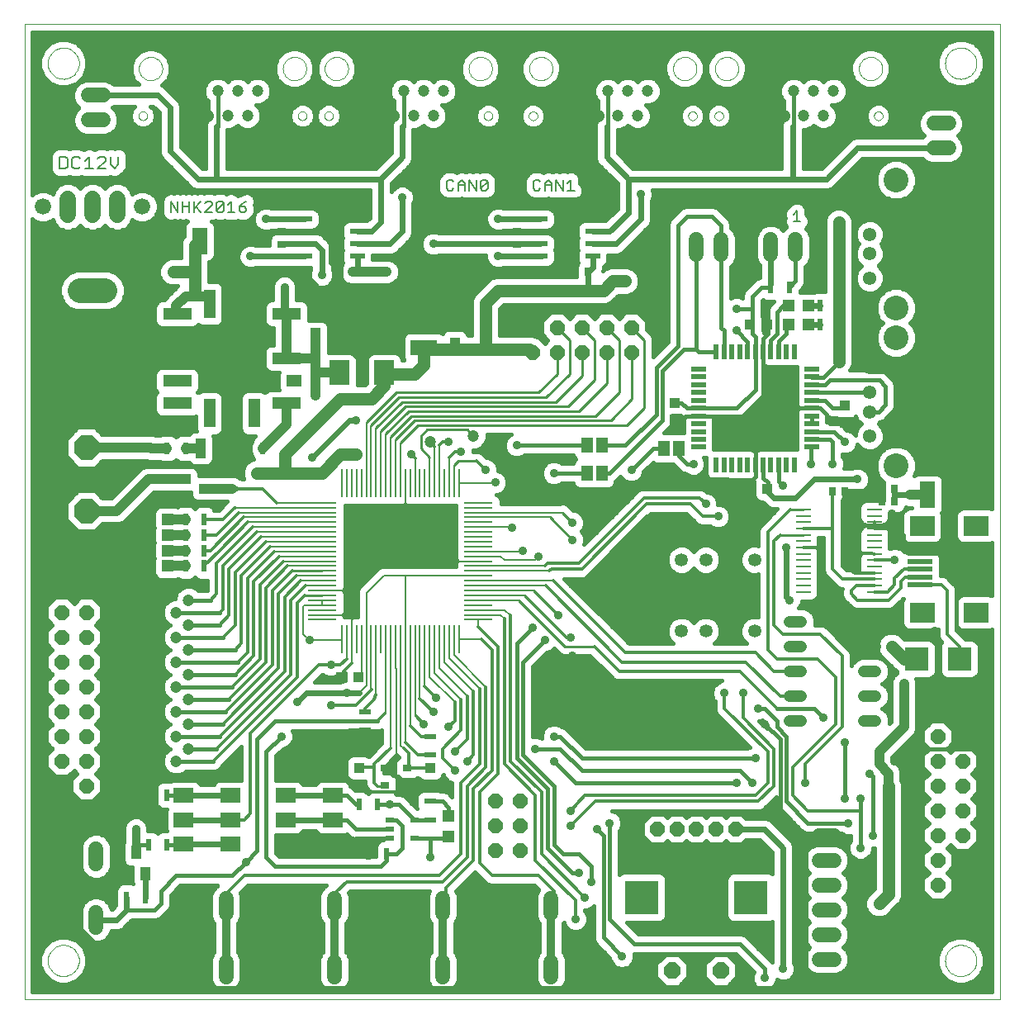
<source format=gtl>
G75*
G70*
%OFA0B0*%
%FSLAX24Y24*%
%IPPOS*%
%LPD*%
%AMOC8*
5,1,8,0,0,1.08239X$1,22.5*
%
%ADD10C,0.0000*%
%ADD11C,0.0080*%
%ADD12R,0.0059X0.1181*%
%ADD13R,0.1181X0.0059*%
%ADD14R,0.0413X0.0425*%
%ADD15R,0.0512X0.0236*%
%ADD16R,0.0394X0.0551*%
%ADD17R,0.0236X0.0512*%
%ADD18C,0.0600*%
%ADD19C,0.0480*%
%ADD20C,0.0472*%
%ADD21C,0.0543*%
%ADD22C,0.1000*%
%ADD23OC8,0.0591*%
%ADD24OC8,0.0660*%
%ADD25R,0.1378X0.1378*%
%ADD26R,0.0472X0.0472*%
%ADD27R,0.0591X0.0197*%
%ADD28R,0.0197X0.0591*%
%ADD29R,0.0425X0.0413*%
%ADD30R,0.0460X0.0630*%
%ADD31R,0.0374X0.0295*%
%ADD32R,0.0591X0.0098*%
%ADD33R,0.0945X0.0945*%
%ADD34R,0.0276X0.0354*%
%ADD35R,0.0984X0.0197*%
%ADD36R,0.0984X0.0787*%
%ADD37R,0.0374X0.0224*%
%ADD38OC8,0.0600*%
%ADD39R,0.0787X0.0591*%
%ADD40OC8,0.1000*%
%ADD41R,0.0551X0.0394*%
%ADD42C,0.1000*%
%ADD43R,0.0472X0.1181*%
%ADD44R,0.1181X0.0472*%
%ADD45R,0.0591X0.0472*%
%ADD46C,0.0650*%
%ADD47C,0.0660*%
%ADD48R,0.2362X0.2362*%
%ADD49R,0.0787X0.0984*%
%ADD50R,0.1063X0.0630*%
%ADD51R,0.0630X0.1063*%
%ADD52R,0.0610X0.0236*%
%ADD53R,0.0354X0.0276*%
%ADD54C,0.0531*%
%ADD55R,0.0394X0.0787*%
%ADD56C,0.0160*%
%ADD57C,0.0320*%
%ADD58C,0.0356*%
%ADD59C,0.0500*%
%ADD60C,0.0240*%
%ADD61C,0.0100*%
%ADD62C,0.0120*%
%ADD63C,0.0079*%
%ADD64C,0.0400*%
%ADD65OC8,0.0356*%
D10*
X000825Y000180D02*
X000825Y039550D01*
X040195Y039550D01*
X040195Y000180D01*
X000825Y000180D01*
X001769Y001755D02*
X001771Y001805D01*
X001777Y001855D01*
X001787Y001904D01*
X001801Y001952D01*
X001818Y001999D01*
X001839Y002044D01*
X001864Y002088D01*
X001892Y002129D01*
X001924Y002168D01*
X001958Y002205D01*
X001995Y002239D01*
X002035Y002269D01*
X002077Y002296D01*
X002121Y002320D01*
X002167Y002341D01*
X002214Y002357D01*
X002262Y002370D01*
X002312Y002379D01*
X002361Y002384D01*
X002412Y002385D01*
X002462Y002382D01*
X002511Y002375D01*
X002560Y002364D01*
X002608Y002349D01*
X002654Y002331D01*
X002699Y002309D01*
X002742Y002283D01*
X002783Y002254D01*
X002822Y002222D01*
X002858Y002187D01*
X002890Y002149D01*
X002920Y002109D01*
X002947Y002066D01*
X002970Y002022D01*
X002989Y001976D01*
X003005Y001928D01*
X003017Y001879D01*
X003025Y001830D01*
X003029Y001780D01*
X003029Y001730D01*
X003025Y001680D01*
X003017Y001631D01*
X003005Y001582D01*
X002989Y001534D01*
X002970Y001488D01*
X002947Y001444D01*
X002920Y001401D01*
X002890Y001361D01*
X002858Y001323D01*
X002822Y001288D01*
X002783Y001256D01*
X002742Y001227D01*
X002699Y001201D01*
X002654Y001179D01*
X002608Y001161D01*
X002560Y001146D01*
X002511Y001135D01*
X002462Y001128D01*
X002412Y001125D01*
X002361Y001126D01*
X002312Y001131D01*
X002262Y001140D01*
X002214Y001153D01*
X002167Y001169D01*
X002121Y001190D01*
X002077Y001214D01*
X002035Y001241D01*
X001995Y001271D01*
X001958Y001305D01*
X001924Y001342D01*
X001892Y001381D01*
X001864Y001422D01*
X001839Y001466D01*
X001818Y001511D01*
X001801Y001558D01*
X001787Y001606D01*
X001777Y001655D01*
X001771Y001705D01*
X001769Y001755D01*
X005429Y035853D02*
X005431Y035879D01*
X005437Y035905D01*
X005447Y035930D01*
X005460Y035953D01*
X005476Y035973D01*
X005496Y035991D01*
X005518Y036006D01*
X005541Y036018D01*
X005567Y036026D01*
X005593Y036030D01*
X005619Y036030D01*
X005645Y036026D01*
X005671Y036018D01*
X005695Y036006D01*
X005716Y035991D01*
X005736Y035973D01*
X005752Y035953D01*
X005765Y035930D01*
X005775Y035905D01*
X005781Y035879D01*
X005783Y035853D01*
X005781Y035827D01*
X005775Y035801D01*
X005765Y035776D01*
X005752Y035753D01*
X005736Y035733D01*
X005716Y035715D01*
X005694Y035700D01*
X005671Y035688D01*
X005645Y035680D01*
X005619Y035676D01*
X005593Y035676D01*
X005567Y035680D01*
X005541Y035688D01*
X005517Y035700D01*
X005496Y035715D01*
X005476Y035733D01*
X005460Y035753D01*
X005447Y035776D01*
X005437Y035801D01*
X005431Y035827D01*
X005429Y035853D01*
X005449Y037759D02*
X005451Y037802D01*
X005457Y037844D01*
X005467Y037886D01*
X005480Y037927D01*
X005497Y037967D01*
X005518Y038004D01*
X005542Y038040D01*
X005569Y038073D01*
X005599Y038104D01*
X005632Y038132D01*
X005667Y038157D01*
X005704Y038178D01*
X005743Y038196D01*
X005783Y038210D01*
X005825Y038221D01*
X005867Y038228D01*
X005910Y038231D01*
X005953Y038230D01*
X005996Y038225D01*
X006038Y038216D01*
X006079Y038204D01*
X006119Y038188D01*
X006157Y038168D01*
X006193Y038145D01*
X006227Y038118D01*
X006259Y038089D01*
X006287Y038057D01*
X006313Y038022D01*
X006335Y037986D01*
X006354Y037947D01*
X006369Y037907D01*
X006381Y037866D01*
X006389Y037823D01*
X006393Y037780D01*
X006393Y037738D01*
X006389Y037695D01*
X006381Y037652D01*
X006369Y037611D01*
X006354Y037571D01*
X006335Y037532D01*
X006313Y037496D01*
X006287Y037461D01*
X006259Y037429D01*
X006227Y037400D01*
X006193Y037373D01*
X006157Y037350D01*
X006119Y037330D01*
X006079Y037314D01*
X006038Y037302D01*
X005996Y037293D01*
X005953Y037288D01*
X005910Y037287D01*
X005867Y037290D01*
X005825Y037297D01*
X005783Y037308D01*
X005743Y037322D01*
X005704Y037340D01*
X005667Y037361D01*
X005632Y037386D01*
X005599Y037414D01*
X005569Y037445D01*
X005542Y037478D01*
X005518Y037514D01*
X005497Y037551D01*
X005480Y037591D01*
X005467Y037632D01*
X005457Y037674D01*
X005451Y037716D01*
X005449Y037759D01*
X001769Y037975D02*
X001771Y038025D01*
X001777Y038075D01*
X001787Y038124D01*
X001801Y038172D01*
X001818Y038219D01*
X001839Y038264D01*
X001864Y038308D01*
X001892Y038349D01*
X001924Y038388D01*
X001958Y038425D01*
X001995Y038459D01*
X002035Y038489D01*
X002077Y038516D01*
X002121Y038540D01*
X002167Y038561D01*
X002214Y038577D01*
X002262Y038590D01*
X002312Y038599D01*
X002361Y038604D01*
X002412Y038605D01*
X002462Y038602D01*
X002511Y038595D01*
X002560Y038584D01*
X002608Y038569D01*
X002654Y038551D01*
X002699Y038529D01*
X002742Y038503D01*
X002783Y038474D01*
X002822Y038442D01*
X002858Y038407D01*
X002890Y038369D01*
X002920Y038329D01*
X002947Y038286D01*
X002970Y038242D01*
X002989Y038196D01*
X003005Y038148D01*
X003017Y038099D01*
X003025Y038050D01*
X003029Y038000D01*
X003029Y037950D01*
X003025Y037900D01*
X003017Y037851D01*
X003005Y037802D01*
X002989Y037754D01*
X002970Y037708D01*
X002947Y037664D01*
X002920Y037621D01*
X002890Y037581D01*
X002858Y037543D01*
X002822Y037508D01*
X002783Y037476D01*
X002742Y037447D01*
X002699Y037421D01*
X002654Y037399D01*
X002608Y037381D01*
X002560Y037366D01*
X002511Y037355D01*
X002462Y037348D01*
X002412Y037345D01*
X002361Y037346D01*
X002312Y037351D01*
X002262Y037360D01*
X002214Y037373D01*
X002167Y037389D01*
X002121Y037410D01*
X002077Y037434D01*
X002035Y037461D01*
X001995Y037491D01*
X001958Y037525D01*
X001924Y037562D01*
X001892Y037601D01*
X001864Y037642D01*
X001839Y037686D01*
X001818Y037731D01*
X001801Y037778D01*
X001787Y037826D01*
X001777Y037875D01*
X001771Y037925D01*
X001769Y037975D01*
X011256Y037759D02*
X011258Y037802D01*
X011264Y037844D01*
X011274Y037886D01*
X011287Y037927D01*
X011304Y037967D01*
X011325Y038004D01*
X011349Y038040D01*
X011376Y038073D01*
X011406Y038104D01*
X011439Y038132D01*
X011474Y038157D01*
X011511Y038178D01*
X011550Y038196D01*
X011590Y038210D01*
X011632Y038221D01*
X011674Y038228D01*
X011717Y038231D01*
X011760Y038230D01*
X011803Y038225D01*
X011845Y038216D01*
X011886Y038204D01*
X011926Y038188D01*
X011964Y038168D01*
X012000Y038145D01*
X012034Y038118D01*
X012066Y038089D01*
X012094Y038057D01*
X012120Y038022D01*
X012142Y037986D01*
X012161Y037947D01*
X012176Y037907D01*
X012188Y037866D01*
X012196Y037823D01*
X012200Y037780D01*
X012200Y037738D01*
X012196Y037695D01*
X012188Y037652D01*
X012176Y037611D01*
X012161Y037571D01*
X012142Y037532D01*
X012120Y037496D01*
X012094Y037461D01*
X012066Y037429D01*
X012034Y037400D01*
X012000Y037373D01*
X011964Y037350D01*
X011926Y037330D01*
X011886Y037314D01*
X011845Y037302D01*
X011803Y037293D01*
X011760Y037288D01*
X011717Y037287D01*
X011674Y037290D01*
X011632Y037297D01*
X011590Y037308D01*
X011550Y037322D01*
X011511Y037340D01*
X011474Y037361D01*
X011439Y037386D01*
X011406Y037414D01*
X011376Y037445D01*
X011349Y037478D01*
X011325Y037514D01*
X011304Y037551D01*
X011287Y037591D01*
X011274Y037632D01*
X011264Y037674D01*
X011258Y037716D01*
X011256Y037759D01*
X011866Y035853D02*
X011868Y035879D01*
X011874Y035905D01*
X011884Y035930D01*
X011897Y035953D01*
X011913Y035973D01*
X011933Y035991D01*
X011955Y036006D01*
X011978Y036018D01*
X012004Y036026D01*
X012030Y036030D01*
X012056Y036030D01*
X012082Y036026D01*
X012108Y036018D01*
X012132Y036006D01*
X012153Y035991D01*
X012173Y035973D01*
X012189Y035953D01*
X012202Y035930D01*
X012212Y035905D01*
X012218Y035879D01*
X012220Y035853D01*
X012218Y035827D01*
X012212Y035801D01*
X012202Y035776D01*
X012189Y035753D01*
X012173Y035733D01*
X012153Y035715D01*
X012131Y035700D01*
X012108Y035688D01*
X012082Y035680D01*
X012056Y035676D01*
X012030Y035676D01*
X012004Y035680D01*
X011978Y035688D01*
X011954Y035700D01*
X011933Y035715D01*
X011913Y035733D01*
X011897Y035753D01*
X011884Y035776D01*
X011874Y035801D01*
X011868Y035827D01*
X011866Y035853D01*
X012929Y035853D02*
X012931Y035879D01*
X012937Y035905D01*
X012947Y035930D01*
X012960Y035953D01*
X012976Y035973D01*
X012996Y035991D01*
X013018Y036006D01*
X013041Y036018D01*
X013067Y036026D01*
X013093Y036030D01*
X013119Y036030D01*
X013145Y036026D01*
X013171Y036018D01*
X013195Y036006D01*
X013216Y035991D01*
X013236Y035973D01*
X013252Y035953D01*
X013265Y035930D01*
X013275Y035905D01*
X013281Y035879D01*
X013283Y035853D01*
X013281Y035827D01*
X013275Y035801D01*
X013265Y035776D01*
X013252Y035753D01*
X013236Y035733D01*
X013216Y035715D01*
X013194Y035700D01*
X013171Y035688D01*
X013145Y035680D01*
X013119Y035676D01*
X013093Y035676D01*
X013067Y035680D01*
X013041Y035688D01*
X013017Y035700D01*
X012996Y035715D01*
X012976Y035733D01*
X012960Y035753D01*
X012947Y035776D01*
X012937Y035801D01*
X012931Y035827D01*
X012929Y035853D01*
X012949Y037759D02*
X012951Y037802D01*
X012957Y037844D01*
X012967Y037886D01*
X012980Y037927D01*
X012997Y037967D01*
X013018Y038004D01*
X013042Y038040D01*
X013069Y038073D01*
X013099Y038104D01*
X013132Y038132D01*
X013167Y038157D01*
X013204Y038178D01*
X013243Y038196D01*
X013283Y038210D01*
X013325Y038221D01*
X013367Y038228D01*
X013410Y038231D01*
X013453Y038230D01*
X013496Y038225D01*
X013538Y038216D01*
X013579Y038204D01*
X013619Y038188D01*
X013657Y038168D01*
X013693Y038145D01*
X013727Y038118D01*
X013759Y038089D01*
X013787Y038057D01*
X013813Y038022D01*
X013835Y037986D01*
X013854Y037947D01*
X013869Y037907D01*
X013881Y037866D01*
X013889Y037823D01*
X013893Y037780D01*
X013893Y037738D01*
X013889Y037695D01*
X013881Y037652D01*
X013869Y037611D01*
X013854Y037571D01*
X013835Y037532D01*
X013813Y037496D01*
X013787Y037461D01*
X013759Y037429D01*
X013727Y037400D01*
X013693Y037373D01*
X013657Y037350D01*
X013619Y037330D01*
X013579Y037314D01*
X013538Y037302D01*
X013496Y037293D01*
X013453Y037288D01*
X013410Y037287D01*
X013367Y037290D01*
X013325Y037297D01*
X013283Y037308D01*
X013243Y037322D01*
X013204Y037340D01*
X013167Y037361D01*
X013132Y037386D01*
X013099Y037414D01*
X013069Y037445D01*
X013042Y037478D01*
X013018Y037514D01*
X012997Y037551D01*
X012980Y037591D01*
X012967Y037632D01*
X012957Y037674D01*
X012951Y037716D01*
X012949Y037759D01*
X018756Y037759D02*
X018758Y037802D01*
X018764Y037844D01*
X018774Y037886D01*
X018787Y037927D01*
X018804Y037967D01*
X018825Y038004D01*
X018849Y038040D01*
X018876Y038073D01*
X018906Y038104D01*
X018939Y038132D01*
X018974Y038157D01*
X019011Y038178D01*
X019050Y038196D01*
X019090Y038210D01*
X019132Y038221D01*
X019174Y038228D01*
X019217Y038231D01*
X019260Y038230D01*
X019303Y038225D01*
X019345Y038216D01*
X019386Y038204D01*
X019426Y038188D01*
X019464Y038168D01*
X019500Y038145D01*
X019534Y038118D01*
X019566Y038089D01*
X019594Y038057D01*
X019620Y038022D01*
X019642Y037986D01*
X019661Y037947D01*
X019676Y037907D01*
X019688Y037866D01*
X019696Y037823D01*
X019700Y037780D01*
X019700Y037738D01*
X019696Y037695D01*
X019688Y037652D01*
X019676Y037611D01*
X019661Y037571D01*
X019642Y037532D01*
X019620Y037496D01*
X019594Y037461D01*
X019566Y037429D01*
X019534Y037400D01*
X019500Y037373D01*
X019464Y037350D01*
X019426Y037330D01*
X019386Y037314D01*
X019345Y037302D01*
X019303Y037293D01*
X019260Y037288D01*
X019217Y037287D01*
X019174Y037290D01*
X019132Y037297D01*
X019090Y037308D01*
X019050Y037322D01*
X019011Y037340D01*
X018974Y037361D01*
X018939Y037386D01*
X018906Y037414D01*
X018876Y037445D01*
X018849Y037478D01*
X018825Y037514D01*
X018804Y037551D01*
X018787Y037591D01*
X018774Y037632D01*
X018764Y037674D01*
X018758Y037716D01*
X018756Y037759D01*
X019366Y035853D02*
X019368Y035879D01*
X019374Y035905D01*
X019384Y035930D01*
X019397Y035953D01*
X019413Y035973D01*
X019433Y035991D01*
X019455Y036006D01*
X019478Y036018D01*
X019504Y036026D01*
X019530Y036030D01*
X019556Y036030D01*
X019582Y036026D01*
X019608Y036018D01*
X019632Y036006D01*
X019653Y035991D01*
X019673Y035973D01*
X019689Y035953D01*
X019702Y035930D01*
X019712Y035905D01*
X019718Y035879D01*
X019720Y035853D01*
X019718Y035827D01*
X019712Y035801D01*
X019702Y035776D01*
X019689Y035753D01*
X019673Y035733D01*
X019653Y035715D01*
X019631Y035700D01*
X019608Y035688D01*
X019582Y035680D01*
X019556Y035676D01*
X019530Y035676D01*
X019504Y035680D01*
X019478Y035688D01*
X019454Y035700D01*
X019433Y035715D01*
X019413Y035733D01*
X019397Y035753D01*
X019384Y035776D01*
X019374Y035801D01*
X019368Y035827D01*
X019366Y035853D01*
X021179Y035853D02*
X021181Y035879D01*
X021187Y035905D01*
X021197Y035930D01*
X021210Y035953D01*
X021226Y035973D01*
X021246Y035991D01*
X021268Y036006D01*
X021291Y036018D01*
X021317Y036026D01*
X021343Y036030D01*
X021369Y036030D01*
X021395Y036026D01*
X021421Y036018D01*
X021445Y036006D01*
X021466Y035991D01*
X021486Y035973D01*
X021502Y035953D01*
X021515Y035930D01*
X021525Y035905D01*
X021531Y035879D01*
X021533Y035853D01*
X021531Y035827D01*
X021525Y035801D01*
X021515Y035776D01*
X021502Y035753D01*
X021486Y035733D01*
X021466Y035715D01*
X021444Y035700D01*
X021421Y035688D01*
X021395Y035680D01*
X021369Y035676D01*
X021343Y035676D01*
X021317Y035680D01*
X021291Y035688D01*
X021267Y035700D01*
X021246Y035715D01*
X021226Y035733D01*
X021210Y035753D01*
X021197Y035776D01*
X021187Y035801D01*
X021181Y035827D01*
X021179Y035853D01*
X021199Y037759D02*
X021201Y037802D01*
X021207Y037844D01*
X021217Y037886D01*
X021230Y037927D01*
X021247Y037967D01*
X021268Y038004D01*
X021292Y038040D01*
X021319Y038073D01*
X021349Y038104D01*
X021382Y038132D01*
X021417Y038157D01*
X021454Y038178D01*
X021493Y038196D01*
X021533Y038210D01*
X021575Y038221D01*
X021617Y038228D01*
X021660Y038231D01*
X021703Y038230D01*
X021746Y038225D01*
X021788Y038216D01*
X021829Y038204D01*
X021869Y038188D01*
X021907Y038168D01*
X021943Y038145D01*
X021977Y038118D01*
X022009Y038089D01*
X022037Y038057D01*
X022063Y038022D01*
X022085Y037986D01*
X022104Y037947D01*
X022119Y037907D01*
X022131Y037866D01*
X022139Y037823D01*
X022143Y037780D01*
X022143Y037738D01*
X022139Y037695D01*
X022131Y037652D01*
X022119Y037611D01*
X022104Y037571D01*
X022085Y037532D01*
X022063Y037496D01*
X022037Y037461D01*
X022009Y037429D01*
X021977Y037400D01*
X021943Y037373D01*
X021907Y037350D01*
X021869Y037330D01*
X021829Y037314D01*
X021788Y037302D01*
X021746Y037293D01*
X021703Y037288D01*
X021660Y037287D01*
X021617Y037290D01*
X021575Y037297D01*
X021533Y037308D01*
X021493Y037322D01*
X021454Y037340D01*
X021417Y037361D01*
X021382Y037386D01*
X021349Y037414D01*
X021319Y037445D01*
X021292Y037478D01*
X021268Y037514D01*
X021247Y037551D01*
X021230Y037591D01*
X021217Y037632D01*
X021207Y037674D01*
X021201Y037716D01*
X021199Y037759D01*
X027006Y037759D02*
X027008Y037802D01*
X027014Y037844D01*
X027024Y037886D01*
X027037Y037927D01*
X027054Y037967D01*
X027075Y038004D01*
X027099Y038040D01*
X027126Y038073D01*
X027156Y038104D01*
X027189Y038132D01*
X027224Y038157D01*
X027261Y038178D01*
X027300Y038196D01*
X027340Y038210D01*
X027382Y038221D01*
X027424Y038228D01*
X027467Y038231D01*
X027510Y038230D01*
X027553Y038225D01*
X027595Y038216D01*
X027636Y038204D01*
X027676Y038188D01*
X027714Y038168D01*
X027750Y038145D01*
X027784Y038118D01*
X027816Y038089D01*
X027844Y038057D01*
X027870Y038022D01*
X027892Y037986D01*
X027911Y037947D01*
X027926Y037907D01*
X027938Y037866D01*
X027946Y037823D01*
X027950Y037780D01*
X027950Y037738D01*
X027946Y037695D01*
X027938Y037652D01*
X027926Y037611D01*
X027911Y037571D01*
X027892Y037532D01*
X027870Y037496D01*
X027844Y037461D01*
X027816Y037429D01*
X027784Y037400D01*
X027750Y037373D01*
X027714Y037350D01*
X027676Y037330D01*
X027636Y037314D01*
X027595Y037302D01*
X027553Y037293D01*
X027510Y037288D01*
X027467Y037287D01*
X027424Y037290D01*
X027382Y037297D01*
X027340Y037308D01*
X027300Y037322D01*
X027261Y037340D01*
X027224Y037361D01*
X027189Y037386D01*
X027156Y037414D01*
X027126Y037445D01*
X027099Y037478D01*
X027075Y037514D01*
X027054Y037551D01*
X027037Y037591D01*
X027024Y037632D01*
X027014Y037674D01*
X027008Y037716D01*
X027006Y037759D01*
X027616Y035853D02*
X027618Y035879D01*
X027624Y035905D01*
X027634Y035930D01*
X027647Y035953D01*
X027663Y035973D01*
X027683Y035991D01*
X027705Y036006D01*
X027728Y036018D01*
X027754Y036026D01*
X027780Y036030D01*
X027806Y036030D01*
X027832Y036026D01*
X027858Y036018D01*
X027882Y036006D01*
X027903Y035991D01*
X027923Y035973D01*
X027939Y035953D01*
X027952Y035930D01*
X027962Y035905D01*
X027968Y035879D01*
X027970Y035853D01*
X027968Y035827D01*
X027962Y035801D01*
X027952Y035776D01*
X027939Y035753D01*
X027923Y035733D01*
X027903Y035715D01*
X027881Y035700D01*
X027858Y035688D01*
X027832Y035680D01*
X027806Y035676D01*
X027780Y035676D01*
X027754Y035680D01*
X027728Y035688D01*
X027704Y035700D01*
X027683Y035715D01*
X027663Y035733D01*
X027647Y035753D01*
X027634Y035776D01*
X027624Y035801D01*
X027618Y035827D01*
X027616Y035853D01*
X028679Y035853D02*
X028681Y035879D01*
X028687Y035905D01*
X028697Y035930D01*
X028710Y035953D01*
X028726Y035973D01*
X028746Y035991D01*
X028768Y036006D01*
X028791Y036018D01*
X028817Y036026D01*
X028843Y036030D01*
X028869Y036030D01*
X028895Y036026D01*
X028921Y036018D01*
X028945Y036006D01*
X028966Y035991D01*
X028986Y035973D01*
X029002Y035953D01*
X029015Y035930D01*
X029025Y035905D01*
X029031Y035879D01*
X029033Y035853D01*
X029031Y035827D01*
X029025Y035801D01*
X029015Y035776D01*
X029002Y035753D01*
X028986Y035733D01*
X028966Y035715D01*
X028944Y035700D01*
X028921Y035688D01*
X028895Y035680D01*
X028869Y035676D01*
X028843Y035676D01*
X028817Y035680D01*
X028791Y035688D01*
X028767Y035700D01*
X028746Y035715D01*
X028726Y035733D01*
X028710Y035753D01*
X028697Y035776D01*
X028687Y035801D01*
X028681Y035827D01*
X028679Y035853D01*
X028699Y037759D02*
X028701Y037802D01*
X028707Y037844D01*
X028717Y037886D01*
X028730Y037927D01*
X028747Y037967D01*
X028768Y038004D01*
X028792Y038040D01*
X028819Y038073D01*
X028849Y038104D01*
X028882Y038132D01*
X028917Y038157D01*
X028954Y038178D01*
X028993Y038196D01*
X029033Y038210D01*
X029075Y038221D01*
X029117Y038228D01*
X029160Y038231D01*
X029203Y038230D01*
X029246Y038225D01*
X029288Y038216D01*
X029329Y038204D01*
X029369Y038188D01*
X029407Y038168D01*
X029443Y038145D01*
X029477Y038118D01*
X029509Y038089D01*
X029537Y038057D01*
X029563Y038022D01*
X029585Y037986D01*
X029604Y037947D01*
X029619Y037907D01*
X029631Y037866D01*
X029639Y037823D01*
X029643Y037780D01*
X029643Y037738D01*
X029639Y037695D01*
X029631Y037652D01*
X029619Y037611D01*
X029604Y037571D01*
X029585Y037532D01*
X029563Y037496D01*
X029537Y037461D01*
X029509Y037429D01*
X029477Y037400D01*
X029443Y037373D01*
X029407Y037350D01*
X029369Y037330D01*
X029329Y037314D01*
X029288Y037302D01*
X029246Y037293D01*
X029203Y037288D01*
X029160Y037287D01*
X029117Y037290D01*
X029075Y037297D01*
X029033Y037308D01*
X028993Y037322D01*
X028954Y037340D01*
X028917Y037361D01*
X028882Y037386D01*
X028849Y037414D01*
X028819Y037445D01*
X028792Y037478D01*
X028768Y037514D01*
X028747Y037551D01*
X028730Y037591D01*
X028717Y037632D01*
X028707Y037674D01*
X028701Y037716D01*
X028699Y037759D01*
X034506Y037759D02*
X034508Y037802D01*
X034514Y037844D01*
X034524Y037886D01*
X034537Y037927D01*
X034554Y037967D01*
X034575Y038004D01*
X034599Y038040D01*
X034626Y038073D01*
X034656Y038104D01*
X034689Y038132D01*
X034724Y038157D01*
X034761Y038178D01*
X034800Y038196D01*
X034840Y038210D01*
X034882Y038221D01*
X034924Y038228D01*
X034967Y038231D01*
X035010Y038230D01*
X035053Y038225D01*
X035095Y038216D01*
X035136Y038204D01*
X035176Y038188D01*
X035214Y038168D01*
X035250Y038145D01*
X035284Y038118D01*
X035316Y038089D01*
X035344Y038057D01*
X035370Y038022D01*
X035392Y037986D01*
X035411Y037947D01*
X035426Y037907D01*
X035438Y037866D01*
X035446Y037823D01*
X035450Y037780D01*
X035450Y037738D01*
X035446Y037695D01*
X035438Y037652D01*
X035426Y037611D01*
X035411Y037571D01*
X035392Y037532D01*
X035370Y037496D01*
X035344Y037461D01*
X035316Y037429D01*
X035284Y037400D01*
X035250Y037373D01*
X035214Y037350D01*
X035176Y037330D01*
X035136Y037314D01*
X035095Y037302D01*
X035053Y037293D01*
X035010Y037288D01*
X034967Y037287D01*
X034924Y037290D01*
X034882Y037297D01*
X034840Y037308D01*
X034800Y037322D01*
X034761Y037340D01*
X034724Y037361D01*
X034689Y037386D01*
X034656Y037414D01*
X034626Y037445D01*
X034599Y037478D01*
X034575Y037514D01*
X034554Y037551D01*
X034537Y037591D01*
X034524Y037632D01*
X034514Y037674D01*
X034508Y037716D01*
X034506Y037759D01*
X035116Y035853D02*
X035118Y035879D01*
X035124Y035905D01*
X035134Y035930D01*
X035147Y035953D01*
X035163Y035973D01*
X035183Y035991D01*
X035205Y036006D01*
X035228Y036018D01*
X035254Y036026D01*
X035280Y036030D01*
X035306Y036030D01*
X035332Y036026D01*
X035358Y036018D01*
X035382Y036006D01*
X035403Y035991D01*
X035423Y035973D01*
X035439Y035953D01*
X035452Y035930D01*
X035462Y035905D01*
X035468Y035879D01*
X035470Y035853D01*
X035468Y035827D01*
X035462Y035801D01*
X035452Y035776D01*
X035439Y035753D01*
X035423Y035733D01*
X035403Y035715D01*
X035381Y035700D01*
X035358Y035688D01*
X035332Y035680D01*
X035306Y035676D01*
X035280Y035676D01*
X035254Y035680D01*
X035228Y035688D01*
X035204Y035700D01*
X035183Y035715D01*
X035163Y035733D01*
X035147Y035753D01*
X035134Y035776D01*
X035124Y035801D01*
X035118Y035827D01*
X035116Y035853D01*
X037990Y037975D02*
X037992Y038025D01*
X037998Y038075D01*
X038008Y038124D01*
X038022Y038172D01*
X038039Y038219D01*
X038060Y038264D01*
X038085Y038308D01*
X038113Y038349D01*
X038145Y038388D01*
X038179Y038425D01*
X038216Y038459D01*
X038256Y038489D01*
X038298Y038516D01*
X038342Y038540D01*
X038388Y038561D01*
X038435Y038577D01*
X038483Y038590D01*
X038533Y038599D01*
X038582Y038604D01*
X038633Y038605D01*
X038683Y038602D01*
X038732Y038595D01*
X038781Y038584D01*
X038829Y038569D01*
X038875Y038551D01*
X038920Y038529D01*
X038963Y038503D01*
X039004Y038474D01*
X039043Y038442D01*
X039079Y038407D01*
X039111Y038369D01*
X039141Y038329D01*
X039168Y038286D01*
X039191Y038242D01*
X039210Y038196D01*
X039226Y038148D01*
X039238Y038099D01*
X039246Y038050D01*
X039250Y038000D01*
X039250Y037950D01*
X039246Y037900D01*
X039238Y037851D01*
X039226Y037802D01*
X039210Y037754D01*
X039191Y037708D01*
X039168Y037664D01*
X039141Y037621D01*
X039111Y037581D01*
X039079Y037543D01*
X039043Y037508D01*
X039004Y037476D01*
X038963Y037447D01*
X038920Y037421D01*
X038875Y037399D01*
X038829Y037381D01*
X038781Y037366D01*
X038732Y037355D01*
X038683Y037348D01*
X038633Y037345D01*
X038582Y037346D01*
X038533Y037351D01*
X038483Y037360D01*
X038435Y037373D01*
X038388Y037389D01*
X038342Y037410D01*
X038298Y037434D01*
X038256Y037461D01*
X038216Y037491D01*
X038179Y037525D01*
X038145Y037562D01*
X038113Y037601D01*
X038085Y037642D01*
X038060Y037686D01*
X038039Y037731D01*
X038022Y037778D01*
X038008Y037826D01*
X037998Y037875D01*
X037992Y037925D01*
X037990Y037975D01*
X037990Y001755D02*
X037992Y001805D01*
X037998Y001855D01*
X038008Y001904D01*
X038022Y001952D01*
X038039Y001999D01*
X038060Y002044D01*
X038085Y002088D01*
X038113Y002129D01*
X038145Y002168D01*
X038179Y002205D01*
X038216Y002239D01*
X038256Y002269D01*
X038298Y002296D01*
X038342Y002320D01*
X038388Y002341D01*
X038435Y002357D01*
X038483Y002370D01*
X038533Y002379D01*
X038582Y002384D01*
X038633Y002385D01*
X038683Y002382D01*
X038732Y002375D01*
X038781Y002364D01*
X038829Y002349D01*
X038875Y002331D01*
X038920Y002309D01*
X038963Y002283D01*
X039004Y002254D01*
X039043Y002222D01*
X039079Y002187D01*
X039111Y002149D01*
X039141Y002109D01*
X039168Y002066D01*
X039191Y002022D01*
X039210Y001976D01*
X039226Y001928D01*
X039238Y001879D01*
X039246Y001830D01*
X039250Y001780D01*
X039250Y001730D01*
X039246Y001680D01*
X039238Y001631D01*
X039226Y001582D01*
X039210Y001534D01*
X039191Y001488D01*
X039168Y001444D01*
X039141Y001401D01*
X039111Y001361D01*
X039079Y001323D01*
X039043Y001288D01*
X039004Y001256D01*
X038963Y001227D01*
X038920Y001201D01*
X038875Y001179D01*
X038829Y001161D01*
X038781Y001146D01*
X038732Y001135D01*
X038683Y001128D01*
X038633Y001125D01*
X038582Y001126D01*
X038533Y001131D01*
X038483Y001140D01*
X038435Y001153D01*
X038388Y001169D01*
X038342Y001190D01*
X038298Y001214D01*
X038256Y001241D01*
X038216Y001271D01*
X038179Y001305D01*
X038145Y001342D01*
X038113Y001381D01*
X038085Y001422D01*
X038060Y001466D01*
X038039Y001511D01*
X038022Y001558D01*
X038008Y001606D01*
X037998Y001655D01*
X037992Y001705D01*
X037990Y001755D01*
D11*
X032145Y031595D02*
X031865Y031595D01*
X032005Y031595D02*
X032005Y032015D01*
X031865Y031875D01*
X023026Y032845D02*
X022746Y032845D01*
X022886Y032845D02*
X022886Y033265D01*
X022746Y033125D01*
X022566Y033265D02*
X022566Y032845D01*
X022285Y033265D01*
X022285Y032845D01*
X022105Y032845D02*
X022105Y033125D01*
X021965Y033265D01*
X021825Y033125D01*
X021825Y032845D01*
X021645Y032915D02*
X021575Y032845D01*
X021435Y032845D01*
X021365Y032915D01*
X021365Y033195D01*
X021435Y033265D01*
X021575Y033265D01*
X021645Y033195D01*
X021825Y033055D02*
X022105Y033055D01*
X019526Y032915D02*
X019456Y032845D01*
X019316Y032845D01*
X019246Y032915D01*
X019526Y033195D01*
X019526Y032915D01*
X019246Y032915D02*
X019246Y033195D01*
X019316Y033265D01*
X019456Y033265D01*
X019526Y033195D01*
X019066Y033265D02*
X019066Y032845D01*
X018785Y033265D01*
X018785Y032845D01*
X018605Y032845D02*
X018605Y033125D01*
X018465Y033265D01*
X018325Y033125D01*
X018325Y032845D01*
X018145Y032915D02*
X018075Y032845D01*
X017935Y032845D01*
X017865Y032915D01*
X017865Y033195D01*
X017935Y033265D01*
X018075Y033265D01*
X018145Y033195D01*
X018325Y033055D02*
X018605Y033055D01*
X009782Y032390D02*
X009642Y032320D01*
X009502Y032180D01*
X009712Y032180D01*
X009782Y032110D01*
X009782Y032040D01*
X009712Y031970D01*
X009572Y031970D01*
X009502Y032040D01*
X009502Y032180D01*
X009322Y031970D02*
X009042Y031970D01*
X009182Y031970D02*
X009182Y032390D01*
X009042Y032250D01*
X008861Y032320D02*
X008861Y032040D01*
X008791Y031970D01*
X008651Y031970D01*
X008581Y032040D01*
X008861Y032320D01*
X008791Y032390D01*
X008651Y032390D01*
X008581Y032320D01*
X008581Y032040D01*
X008401Y031970D02*
X008121Y031970D01*
X008401Y032250D01*
X008401Y032320D01*
X008331Y032390D01*
X008191Y032390D01*
X008121Y032320D01*
X007941Y032390D02*
X007660Y032110D01*
X007731Y032180D02*
X007941Y031970D01*
X007660Y031970D02*
X007660Y032390D01*
X007480Y032390D02*
X007480Y031970D01*
X007480Y032180D02*
X007200Y032180D01*
X007200Y031970D02*
X007200Y032390D01*
X007020Y032390D02*
X007020Y031970D01*
X006740Y032390D01*
X006740Y031970D01*
X004623Y033880D02*
X004623Y034200D01*
X004623Y033880D02*
X004462Y033720D01*
X004302Y033880D01*
X004302Y034200D01*
X004107Y034120D02*
X004027Y034200D01*
X003867Y034200D01*
X003787Y034120D01*
X004107Y034120D02*
X004107Y034040D01*
X003787Y033720D01*
X004107Y033720D01*
X003591Y033720D02*
X003271Y033720D01*
X003431Y033720D02*
X003431Y034200D01*
X003271Y034040D01*
X003076Y034120D02*
X002996Y034200D01*
X002835Y034200D01*
X002755Y034120D01*
X002755Y033800D01*
X002835Y033720D01*
X002996Y033720D01*
X003076Y033800D01*
X002560Y033800D02*
X002480Y033720D01*
X002240Y033720D01*
X002240Y034200D01*
X002480Y034200D01*
X002560Y034120D01*
X002560Y033800D01*
D12*
X013641Y021026D03*
X013837Y021026D03*
X014034Y021026D03*
X014231Y021026D03*
X014428Y021026D03*
X014625Y021026D03*
X014822Y021026D03*
X015019Y021026D03*
X015215Y021026D03*
X015412Y021026D03*
X015609Y021026D03*
X015806Y021026D03*
X016003Y021026D03*
X016200Y021026D03*
X016397Y021026D03*
X016593Y021026D03*
X016790Y021026D03*
X016987Y021026D03*
X017184Y021026D03*
X017381Y021026D03*
X017578Y021026D03*
X017774Y021026D03*
X017971Y021026D03*
X018168Y021026D03*
X018365Y021026D03*
X018365Y014727D03*
X018168Y014727D03*
X017971Y014727D03*
X017774Y014727D03*
X017578Y014727D03*
X017381Y014727D03*
X017184Y014727D03*
X016987Y014727D03*
X016790Y014727D03*
X016593Y014727D03*
X016397Y014727D03*
X016200Y014727D03*
X016003Y014727D03*
X015806Y014727D03*
X015609Y014727D03*
X015412Y014727D03*
X015215Y014727D03*
X015019Y014727D03*
X014822Y014727D03*
X014625Y014727D03*
X014428Y014727D03*
X014231Y014727D03*
X014034Y014727D03*
X013837Y014727D03*
X013641Y014727D03*
D13*
X012853Y015515D03*
X012853Y015711D03*
X012853Y015908D03*
X012853Y016105D03*
X012853Y016302D03*
X012853Y016499D03*
X012853Y016696D03*
X012853Y016893D03*
X012853Y017089D03*
X012853Y017286D03*
X012853Y017483D03*
X012853Y017680D03*
X012853Y017877D03*
X012853Y018074D03*
X012853Y018271D03*
X012853Y018467D03*
X012853Y018664D03*
X012853Y018861D03*
X012853Y019058D03*
X012853Y019255D03*
X012853Y019452D03*
X012853Y019649D03*
X012853Y019845D03*
X012853Y020042D03*
X012853Y020239D03*
X019152Y020239D03*
X019152Y020042D03*
X019152Y019845D03*
X019152Y019649D03*
X019152Y019452D03*
X019152Y019255D03*
X019152Y019058D03*
X019152Y018861D03*
X019152Y018664D03*
X019152Y018467D03*
X019152Y018271D03*
X019152Y018074D03*
X019152Y017877D03*
X019152Y017680D03*
X019152Y017483D03*
X019152Y017286D03*
X019152Y017089D03*
X019152Y016893D03*
X019152Y016696D03*
X019152Y016499D03*
X019152Y016302D03*
X019152Y016105D03*
X019152Y015908D03*
X019152Y015711D03*
X019152Y015515D03*
D14*
X014294Y013180D03*
X013605Y013180D03*
X030105Y020805D03*
X030794Y020805D03*
X030794Y027430D03*
X030105Y027430D03*
D15*
X014575Y011804D03*
X014575Y011056D03*
X017200Y010804D03*
X017200Y010056D03*
X017200Y008179D03*
X017200Y007431D03*
X009200Y020806D03*
X009200Y021554D03*
D16*
X005325Y006113D03*
X005699Y005247D03*
X004951Y005247D03*
D17*
X004951Y004305D03*
X005699Y004305D03*
X005826Y006430D03*
X006574Y006430D03*
X006574Y008430D03*
X005826Y008430D03*
X014326Y008055D03*
X015074Y008055D03*
X014701Y006055D03*
X015449Y006055D03*
X008074Y017680D03*
X008074Y018305D03*
X008074Y018930D03*
X008074Y019555D03*
X007326Y019555D03*
X007326Y018930D03*
X007326Y018305D03*
X007326Y017680D03*
X007324Y022430D03*
X006576Y022430D03*
X009701Y022430D03*
X010449Y022430D03*
X030951Y028930D03*
X031699Y028930D03*
X032951Y028180D03*
X032951Y027430D03*
X033699Y027430D03*
X033699Y028180D03*
D18*
X031950Y030255D02*
X031950Y030855D01*
X030950Y030855D02*
X030950Y030255D01*
X029950Y030255D02*
X029950Y030855D01*
X028950Y030855D02*
X028950Y030255D01*
X027950Y030255D02*
X027950Y030855D01*
X037525Y034555D02*
X038125Y034555D01*
X038125Y035555D02*
X037525Y035555D01*
X033500Y006805D02*
X032900Y006805D01*
X032900Y005805D02*
X033500Y005805D01*
X033500Y004805D02*
X032900Y004805D01*
X032900Y003805D02*
X033500Y003805D01*
X033500Y002805D02*
X032900Y002805D01*
X032900Y001805D02*
X033500Y001805D01*
X022090Y001700D02*
X022090Y001100D01*
X020310Y001100D02*
X020310Y001700D01*
X020310Y003660D02*
X020310Y004260D01*
X022090Y004260D02*
X022090Y003660D01*
X017715Y003660D02*
X017715Y004260D01*
X015935Y004260D02*
X015935Y003660D01*
X015935Y001700D02*
X015935Y001100D01*
X017715Y001100D02*
X017715Y001700D01*
X013340Y001700D02*
X013340Y001100D01*
X011560Y001100D02*
X011560Y001700D01*
X011560Y003660D02*
X011560Y004260D01*
X013340Y004260D02*
X013340Y003660D01*
X008965Y003660D02*
X008965Y004260D01*
X007185Y004260D02*
X007185Y003660D01*
X007185Y001700D02*
X007185Y001100D01*
X008965Y001100D02*
X008965Y001700D01*
X003715Y003100D02*
X003715Y003700D01*
X001935Y003700D02*
X001935Y003100D01*
X001935Y005660D02*
X001935Y006260D01*
X003715Y006260D02*
X003715Y005660D01*
X004000Y035680D02*
X003400Y035680D01*
X003400Y036680D02*
X004000Y036680D01*
D19*
X031710Y015430D02*
X032190Y015430D01*
X032190Y014430D02*
X031710Y014430D01*
X031710Y013430D02*
X032190Y013430D01*
X032190Y012430D02*
X031710Y012430D01*
X031710Y011430D02*
X032190Y011430D01*
X034710Y011430D02*
X035190Y011430D01*
X035190Y012430D02*
X034710Y012430D01*
X034710Y013430D02*
X035190Y013430D01*
X035190Y014430D02*
X034710Y014430D01*
X034710Y015430D02*
X035190Y015430D01*
D20*
X018950Y022930D03*
X017200Y022680D03*
X007450Y016305D03*
X006950Y015805D03*
X007450Y015305D03*
X006950Y014805D03*
X007450Y014305D03*
X006950Y013805D03*
X007450Y013305D03*
X006950Y012805D03*
X007450Y012305D03*
X006950Y011805D03*
X007450Y011305D03*
X006950Y010805D03*
X007450Y010305D03*
X006950Y009805D03*
X007419Y035853D03*
X008222Y035853D03*
X009025Y035853D03*
X009829Y035853D03*
X010230Y036853D03*
X009427Y036853D03*
X008624Y036853D03*
X007821Y036853D03*
X014919Y035853D03*
X015722Y035853D03*
X016525Y035853D03*
X017329Y035853D03*
X017730Y036853D03*
X016927Y036853D03*
X016124Y036853D03*
X015321Y036853D03*
X023169Y035853D03*
X023972Y035853D03*
X024775Y035853D03*
X025579Y035853D03*
X025980Y036853D03*
X025177Y036853D03*
X024374Y036853D03*
X023571Y036853D03*
X030669Y035853D03*
X031472Y035853D03*
X032275Y035853D03*
X033079Y035853D03*
X033480Y036853D03*
X032677Y036853D03*
X031874Y036853D03*
X031071Y036853D03*
D21*
X034950Y032058D03*
X034950Y031074D03*
X034950Y030286D03*
X034950Y029302D03*
X034950Y025683D03*
X034950Y024699D03*
X034950Y023911D03*
X034950Y022927D03*
D22*
X036017Y021718D03*
X036017Y026892D03*
X036017Y028093D03*
X036017Y033267D03*
D23*
X025325Y027305D03*
X025325Y026305D03*
X024325Y026305D03*
X024325Y027305D03*
X023325Y027305D03*
X023325Y026305D03*
X022325Y026305D03*
X022325Y027305D03*
X021325Y027305D03*
X021325Y026305D03*
X037700Y010805D03*
X038700Y010805D03*
X038700Y009805D03*
X038700Y008805D03*
X038700Y007805D03*
X038700Y006805D03*
X038700Y005805D03*
X038700Y004805D03*
X037700Y004805D03*
X037700Y005805D03*
X037700Y006805D03*
X037700Y007805D03*
X037700Y008805D03*
X037700Y009805D03*
X029524Y007061D03*
X028737Y007061D03*
X027950Y007061D03*
X027162Y007061D03*
X026375Y007061D03*
X003325Y008805D03*
X003325Y009805D03*
X003325Y010805D03*
X003325Y011805D03*
X003325Y012805D03*
X003325Y013805D03*
X003325Y014805D03*
X003325Y015805D03*
X002325Y015805D03*
X002325Y014805D03*
X002325Y013805D03*
X002325Y012805D03*
X002325Y011805D03*
X002325Y010805D03*
X002325Y009805D03*
X002325Y008805D03*
D24*
X026965Y001352D03*
X027950Y001352D03*
X028934Y001352D03*
D25*
X030154Y004305D03*
X025745Y004305D03*
D26*
X017950Y006767D03*
X017950Y007593D03*
X006613Y017680D03*
X006613Y018305D03*
X006613Y018930D03*
X006613Y019555D03*
X005786Y019555D03*
X005786Y018930D03*
X005786Y018305D03*
X005786Y017680D03*
X031661Y027430D03*
X031661Y028180D03*
X032488Y028180D03*
X032488Y027430D03*
D27*
X032608Y025630D03*
X032608Y025315D03*
X032608Y025000D03*
X032608Y024685D03*
X032608Y024370D03*
X032608Y024055D03*
X032608Y023740D03*
X032608Y023425D03*
X032608Y023110D03*
X032608Y022795D03*
X032608Y022480D03*
X028041Y022480D03*
X028041Y022795D03*
X028041Y023110D03*
X028041Y023425D03*
X028041Y023740D03*
X028041Y024055D03*
X028041Y024370D03*
X028041Y024685D03*
X028041Y025000D03*
X028041Y025315D03*
X028041Y025630D03*
D28*
X028750Y026338D03*
X029065Y026338D03*
X029380Y026338D03*
X029695Y026338D03*
X030010Y026338D03*
X030325Y026338D03*
X030640Y026338D03*
X030955Y026338D03*
X031270Y026338D03*
X031585Y026338D03*
X031899Y026338D03*
X031899Y021772D03*
X031585Y021772D03*
X031270Y021772D03*
X030955Y021772D03*
X030640Y021772D03*
X030325Y021772D03*
X030010Y021772D03*
X029695Y021772D03*
X029380Y021772D03*
X029065Y021772D03*
X028750Y021772D03*
D29*
X027075Y023586D03*
X027075Y024274D03*
X033950Y024149D03*
X033950Y023461D03*
X018200Y026711D03*
X018200Y027399D03*
X012575Y027086D03*
X012575Y027774D03*
X014325Y009524D03*
X014325Y008836D03*
X017200Y008836D03*
X017200Y009524D03*
D30*
X023525Y021430D03*
X024125Y021430D03*
X024125Y022555D03*
X023525Y022555D03*
X026650Y022430D03*
X027250Y022430D03*
D31*
X016277Y009515D03*
X016277Y008845D03*
X015372Y008845D03*
X015372Y009515D03*
D32*
X032273Y016642D03*
X032273Y016898D03*
X032273Y017153D03*
X032273Y017409D03*
X032273Y017665D03*
X032273Y017921D03*
X032273Y018177D03*
X032273Y018433D03*
X032273Y018689D03*
X032273Y018945D03*
X032273Y019201D03*
X032273Y019457D03*
X032273Y019712D03*
X032273Y019968D03*
X035127Y019968D03*
X035127Y019712D03*
X035127Y019457D03*
X035127Y019201D03*
X035127Y018945D03*
X035127Y018689D03*
X035127Y018433D03*
X035127Y018177D03*
X035127Y017921D03*
X035127Y017665D03*
X035127Y017409D03*
X035127Y017153D03*
X035127Y016898D03*
X035127Y016642D03*
D33*
X036834Y013930D03*
X038566Y013930D03*
D34*
X035956Y020305D03*
X035956Y020805D03*
X035444Y020805D03*
X035444Y020305D03*
X033956Y020680D03*
X033444Y020680D03*
X023581Y029555D03*
X023069Y029555D03*
X014081Y029555D03*
X013569Y029555D03*
D35*
X036988Y018185D03*
X036988Y017870D03*
X036988Y017555D03*
X036988Y017240D03*
X036988Y016925D03*
D36*
X037067Y015803D03*
X039232Y015803D03*
X039232Y019307D03*
X037067Y019307D03*
D37*
X016567Y007429D03*
X016567Y006681D03*
X015583Y006681D03*
X015583Y007055D03*
X015583Y007429D03*
D38*
X019825Y007180D03*
X020825Y007180D03*
X020825Y008180D03*
X019825Y008180D03*
X019825Y006180D03*
X020825Y006180D03*
D39*
X013270Y006446D03*
X013270Y007430D03*
X013270Y008414D03*
X011380Y008414D03*
X011380Y007430D03*
X011380Y006446D03*
X009145Y006446D03*
X009145Y007430D03*
X009145Y008414D03*
X007255Y008414D03*
X007255Y007430D03*
X007255Y006446D03*
D40*
X003325Y019900D03*
X003325Y022460D03*
D41*
X007267Y021180D03*
X008133Y020806D03*
X008133Y021554D03*
D42*
X004075Y025805D02*
X003075Y025805D01*
X003075Y028805D02*
X004075Y028805D01*
D43*
X008298Y028260D03*
X009200Y028260D03*
X010101Y028260D03*
X010101Y023850D03*
X009200Y023850D03*
X008298Y023850D03*
D44*
X006995Y024252D03*
X006995Y025153D03*
X006995Y026055D03*
X006995Y027858D03*
X011404Y027858D03*
X011404Y026055D03*
X011404Y024252D03*
D45*
X011700Y025153D03*
D46*
X004575Y031855D02*
X004575Y032505D01*
X003575Y032505D02*
X003575Y031855D01*
X002575Y031855D02*
X002575Y032505D01*
D47*
X001575Y032180D03*
X005575Y032180D03*
D48*
X014450Y027941D03*
D49*
X015355Y025480D03*
X013544Y025480D03*
D50*
X016950Y026504D03*
X016950Y027606D03*
D51*
X009001Y030805D03*
X007898Y030805D03*
X037273Y020555D03*
X038376Y020555D03*
D52*
X023763Y030180D03*
X023763Y030680D03*
X023763Y031180D03*
X023763Y031680D03*
X021637Y031680D03*
X021637Y031180D03*
X021637Y030680D03*
X021637Y030180D03*
X014263Y030180D03*
X014263Y030680D03*
X014263Y031180D03*
X014263Y031680D03*
X012137Y031680D03*
X012137Y031180D03*
X012137Y030680D03*
X012137Y030180D03*
D53*
X011200Y030674D03*
X011200Y031186D03*
X020700Y031186D03*
X020700Y030674D03*
D54*
X027348Y017930D03*
X028333Y017930D03*
X029317Y017930D03*
X030301Y017930D03*
X030301Y015055D03*
X029317Y015055D03*
X028333Y015055D03*
X027348Y015055D03*
D55*
X009205Y022430D03*
X007945Y022430D03*
D56*
X008465Y022370D02*
X009929Y022370D01*
X009929Y022327D02*
X010008Y022135D01*
X010011Y022133D01*
X010011Y022110D01*
X010059Y021993D01*
X010062Y021990D01*
X009877Y021913D01*
X009716Y021753D01*
X009630Y021543D01*
X009630Y021317D01*
X009684Y021185D01*
X009647Y021185D01*
X009637Y021195D01*
X009519Y021244D01*
X009497Y021244D01*
X009494Y021247D01*
X009303Y021326D01*
X008029Y021326D01*
X008022Y021323D01*
X007862Y021323D01*
X007862Y021441D01*
X007813Y021558D01*
X007723Y021648D01*
X007606Y021697D01*
X007378Y021697D01*
X007370Y021700D01*
X005721Y021700D01*
X005530Y021621D01*
X004329Y020420D01*
X003964Y020420D01*
X003664Y020720D01*
X002985Y020720D01*
X002505Y020240D01*
X002505Y019560D01*
X002985Y019080D01*
X003664Y019080D01*
X003964Y019380D01*
X004648Y019380D01*
X004839Y019459D01*
X004986Y019605D01*
X006040Y020660D01*
X007370Y020660D01*
X007378Y020663D01*
X007537Y020663D01*
X007537Y020545D01*
X007586Y020428D01*
X007676Y020338D01*
X007793Y020289D01*
X008022Y020289D01*
X008029Y020286D01*
X009018Y020286D01*
X008990Y020257D01*
X008667Y019935D01*
X008487Y019935D01*
X008463Y019992D01*
X008373Y020082D01*
X008255Y020131D01*
X007892Y020131D01*
X007774Y020082D01*
X007700Y020008D01*
X007625Y020082D01*
X007507Y020131D01*
X007144Y020131D01*
X007026Y020082D01*
X007019Y020075D01*
X007000Y020075D01*
X006913Y020111D01*
X006313Y020111D01*
X006196Y020063D01*
X006106Y019972D01*
X006057Y019855D01*
X006057Y019255D01*
X006062Y019243D01*
X006057Y019230D01*
X006057Y018630D01*
X006062Y018618D01*
X006057Y018605D01*
X006057Y018005D01*
X006062Y017992D01*
X006057Y017980D01*
X006057Y017380D01*
X006106Y017263D01*
X006196Y017172D01*
X006313Y017124D01*
X006913Y017124D01*
X007000Y017160D01*
X007019Y017160D01*
X007026Y017153D01*
X007144Y017104D01*
X007507Y017104D01*
X007625Y017153D01*
X007700Y017227D01*
X007774Y017153D01*
X007892Y017104D01*
X008195Y017104D01*
X008195Y016712D01*
X008187Y016705D01*
X007836Y016705D01*
X007765Y016777D01*
X007560Y016861D01*
X007339Y016861D01*
X007135Y016777D01*
X006978Y016620D01*
X006893Y016416D01*
X006893Y016361D01*
X006839Y016361D01*
X006635Y016277D01*
X006478Y016120D01*
X006393Y015916D01*
X006393Y015694D01*
X006478Y015490D01*
X006635Y015333D01*
X006703Y015305D01*
X006635Y015277D01*
X006478Y015120D01*
X006393Y014916D01*
X006393Y014694D01*
X006478Y014490D01*
X006635Y014333D01*
X006703Y014305D01*
X006635Y014277D01*
X006478Y014120D01*
X006393Y013916D01*
X006393Y013694D01*
X006478Y013490D01*
X006635Y013333D01*
X006703Y013305D01*
X006635Y013277D01*
X006478Y013120D01*
X006393Y012916D01*
X006393Y012694D01*
X006478Y012490D01*
X006635Y012333D01*
X006703Y012305D01*
X006635Y012277D01*
X006478Y012120D01*
X006393Y011916D01*
X006393Y011694D01*
X006478Y011490D01*
X006635Y011333D01*
X006703Y011305D01*
X006635Y011277D01*
X006478Y011120D01*
X006393Y010916D01*
X006393Y010694D01*
X006478Y010490D01*
X006635Y010333D01*
X006703Y010305D01*
X006635Y010277D01*
X006478Y010120D01*
X006393Y009916D01*
X006393Y009694D01*
X006478Y009490D01*
X006635Y009333D01*
X006839Y009249D01*
X007060Y009249D01*
X007265Y009333D01*
X007336Y009405D01*
X008529Y009405D01*
X008676Y009466D01*
X008789Y009578D01*
X008809Y009627D01*
X009570Y010388D01*
X009570Y009030D01*
X008687Y009030D01*
X008570Y008981D01*
X008480Y008891D01*
X008464Y008854D01*
X007935Y008854D01*
X007920Y008891D01*
X007830Y008981D01*
X007712Y009030D01*
X006797Y009030D01*
X006740Y009006D01*
X006392Y009006D01*
X006274Y008957D01*
X006184Y008867D01*
X006136Y008750D01*
X006136Y008110D01*
X006184Y007993D01*
X006274Y007903D01*
X006392Y007854D01*
X006568Y007854D01*
X006541Y007789D01*
X006541Y007071D01*
X006568Y007006D01*
X006392Y007006D01*
X006274Y006957D01*
X006200Y006883D01*
X006125Y006957D01*
X006007Y007006D01*
X005823Y007006D01*
X005823Y007154D01*
X006541Y007154D01*
X006541Y007313D02*
X005757Y007313D01*
X005747Y007337D02*
X005607Y007477D01*
X005424Y007553D01*
X005226Y007553D01*
X005043Y007477D01*
X004902Y007337D01*
X004827Y007154D01*
X001145Y007154D01*
X001145Y006996D02*
X004827Y006996D01*
X004827Y006956D02*
X004845Y006912D01*
X004845Y006541D01*
X004808Y006452D01*
X004808Y005774D01*
X004857Y005656D01*
X004947Y005566D01*
X005064Y005517D01*
X005182Y005517D01*
X005182Y004908D01*
X005205Y004851D01*
X005132Y004881D01*
X004769Y004881D01*
X004651Y004832D01*
X004561Y004742D01*
X004513Y004625D01*
X004513Y004398D01*
X004510Y004392D01*
X004510Y003987D01*
X004362Y003840D01*
X004328Y003840D01*
X004240Y004051D01*
X004066Y004226D01*
X003838Y004320D01*
X003591Y004320D01*
X003363Y004226D01*
X003189Y004051D01*
X003095Y003823D01*
X003095Y002977D01*
X003189Y002749D01*
X003363Y002574D01*
X003591Y002480D01*
X003838Y002480D01*
X004066Y002574D01*
X004240Y002749D01*
X004328Y002960D01*
X004632Y002960D01*
X004794Y003027D01*
X004918Y003151D01*
X005172Y003405D01*
X006154Y003405D01*
X006301Y003466D01*
X006414Y003578D01*
X006664Y003828D01*
X006725Y003975D01*
X006725Y004389D01*
X007115Y004780D01*
X008608Y004780D01*
X008439Y004611D01*
X008345Y004383D01*
X008345Y003537D01*
X008439Y003309D01*
X008485Y003263D01*
X008485Y002097D01*
X008439Y002051D01*
X008345Y001823D01*
X008345Y000977D01*
X008439Y000749D01*
X008613Y000574D01*
X008793Y000500D01*
X001145Y000500D01*
X001145Y031691D01*
X001206Y031629D01*
X001445Y031530D01*
X001704Y031530D01*
X001943Y031629D01*
X001962Y031648D01*
X002028Y031490D01*
X002209Y031309D01*
X002446Y031210D01*
X002703Y031210D01*
X002940Y031309D01*
X003075Y031443D01*
X003209Y031309D01*
X003446Y031210D01*
X003703Y031210D01*
X003940Y031309D01*
X004075Y031443D01*
X004209Y031309D01*
X004446Y031210D01*
X004703Y031210D01*
X004940Y031309D01*
X005121Y031490D01*
X005187Y031648D01*
X005206Y031629D01*
X005445Y031530D01*
X005704Y031530D01*
X005943Y031629D01*
X006126Y031812D01*
X006225Y032051D01*
X006225Y032309D01*
X006126Y032548D01*
X005943Y032731D01*
X005704Y032830D01*
X005445Y032830D01*
X005206Y032731D01*
X005187Y032712D01*
X005121Y032870D01*
X004940Y033051D01*
X004703Y033150D01*
X004446Y033150D01*
X004209Y033051D01*
X004075Y032917D01*
X003940Y033051D01*
X003703Y033150D01*
X003446Y033150D01*
X003209Y033051D01*
X003075Y032917D01*
X002940Y033051D01*
X002703Y033150D01*
X002446Y033150D01*
X002209Y033051D01*
X002028Y032870D01*
X001962Y032712D01*
X001943Y032731D01*
X001704Y032830D01*
X001445Y032830D01*
X001206Y032731D01*
X001145Y032669D01*
X001145Y039230D01*
X039875Y039230D01*
X039875Y019985D01*
X039788Y020021D01*
X038676Y020021D01*
X038559Y019972D01*
X038469Y019882D01*
X038420Y019764D01*
X038420Y018850D01*
X038469Y018732D01*
X038559Y018642D01*
X038676Y018593D01*
X039788Y018593D01*
X039875Y018629D01*
X039875Y016481D01*
X039788Y016517D01*
X038676Y016517D01*
X038559Y016468D01*
X038469Y016378D01*
X038455Y016344D01*
X038455Y016756D01*
X038397Y016895D01*
X038290Y017002D01*
X038040Y017252D01*
X037900Y017310D01*
X037800Y017310D01*
X037800Y018032D01*
X037751Y018150D01*
X037661Y018240D01*
X037544Y018288D01*
X036432Y018288D01*
X036336Y018248D01*
X036232Y018352D01*
X036049Y018428D01*
X035851Y018428D01*
X035742Y018383D01*
X035742Y018546D01*
X035736Y018561D01*
X035742Y018576D01*
X035742Y018802D01*
X035736Y018817D01*
X035742Y018832D01*
X035742Y019058D01*
X035693Y019175D01*
X035603Y019265D01*
X035486Y019314D01*
X034768Y019314D01*
X034650Y019265D01*
X034560Y019175D01*
X034512Y019058D01*
X034512Y018832D01*
X034518Y018817D01*
X034512Y018802D01*
X034512Y018576D01*
X034518Y018561D01*
X034512Y018546D01*
X034512Y018320D01*
X034560Y018202D01*
X034586Y018177D01*
X034560Y018152D01*
X034512Y018034D01*
X034512Y017808D01*
X034518Y017793D01*
X034512Y017778D01*
X034512Y017552D01*
X034519Y017533D01*
X034009Y017533D01*
X033830Y017712D01*
X033830Y020298D01*
X033853Y020322D01*
X033902Y020439D01*
X033902Y020740D01*
X034210Y020740D01*
X034351Y020682D01*
X034549Y020682D01*
X034732Y020758D01*
X034872Y020898D01*
X034948Y021081D01*
X034948Y021279D01*
X034872Y021462D01*
X034732Y021602D01*
X034549Y021678D01*
X034351Y021678D01*
X034210Y021620D01*
X033912Y021620D01*
X033948Y021706D01*
X033948Y021904D01*
X033872Y022087D01*
X033850Y022109D01*
X033850Y022182D01*
X033851Y022182D01*
X034049Y022182D01*
X034232Y022258D01*
X034372Y022398D01*
X034448Y022581D01*
X034448Y022593D01*
X034448Y022592D01*
X034615Y022425D01*
X034832Y022335D01*
X035067Y022335D01*
X035285Y022425D01*
X035451Y022592D01*
X035541Y022809D01*
X035541Y023045D01*
X035451Y023262D01*
X035294Y023419D01*
X035387Y023512D01*
X035533Y023572D01*
X035645Y023685D01*
X035914Y023953D01*
X035975Y024100D01*
X035975Y025010D01*
X035914Y025157D01*
X035801Y025269D01*
X035551Y025519D01*
X035404Y025580D01*
X034156Y025580D01*
X034183Y025607D01*
X034270Y025817D01*
X034270Y031668D01*
X034183Y031878D01*
X034023Y032038D01*
X033813Y032125D01*
X033586Y032125D01*
X033377Y032038D01*
X033216Y031878D01*
X033130Y031668D01*
X033130Y028756D01*
X032769Y028756D01*
X032721Y028736D01*
X032188Y028736D01*
X032137Y028715D01*
X032137Y028802D01*
X032176Y028842D01*
X032289Y028954D01*
X032350Y029101D01*
X032350Y029778D01*
X032475Y029904D01*
X032570Y030132D01*
X032570Y030978D01*
X032475Y031206D01*
X032370Y031311D01*
X032450Y031391D01*
X032505Y031523D01*
X032505Y031667D01*
X032450Y031799D01*
X032365Y031884D01*
X032365Y032087D01*
X032310Y032219D01*
X032260Y032269D01*
X032209Y032321D01*
X032173Y032336D01*
X032076Y032375D01*
X031933Y032375D01*
X031801Y032321D01*
X031722Y032241D01*
X031700Y032219D01*
X031559Y032079D01*
X031505Y031947D01*
X031505Y031804D01*
X031533Y031735D01*
X031505Y031667D01*
X031505Y031523D01*
X031559Y031391D01*
X031584Y031366D01*
X031450Y031232D01*
X031301Y031381D01*
X031073Y031475D01*
X030826Y031475D01*
X030598Y031381D01*
X030424Y031206D01*
X030330Y030978D01*
X030330Y030132D01*
X030424Y029904D01*
X030510Y029818D01*
X030510Y029330D01*
X030495Y029330D01*
X030348Y029269D01*
X030236Y029157D01*
X029861Y028782D01*
X029800Y028635D01*
X029800Y028501D01*
X029674Y028553D01*
X029476Y028553D01*
X029350Y028501D01*
X029350Y029778D01*
X029475Y029904D01*
X029570Y030132D01*
X029570Y030978D01*
X029475Y031206D01*
X029350Y031332D01*
X029350Y031510D01*
X029289Y031657D01*
X029176Y031769D01*
X028914Y032032D01*
X028801Y032144D01*
X028654Y032205D01*
X027495Y032205D01*
X027348Y032144D01*
X026973Y031769D01*
X026861Y031657D01*
X026800Y031510D01*
X026800Y026721D01*
X026195Y026116D01*
X026195Y026879D01*
X026138Y027015D01*
X025940Y027213D01*
X025940Y027560D01*
X025580Y027920D01*
X025070Y027920D01*
X024825Y027675D01*
X024580Y027920D01*
X024070Y027920D01*
X023825Y027675D01*
X023580Y027920D01*
X023070Y027920D01*
X022825Y027675D01*
X022580Y027920D01*
X022070Y027920D01*
X021709Y027560D01*
X021709Y027050D01*
X021955Y026805D01*
X021825Y026675D01*
X021580Y026920D01*
X021506Y026920D01*
X021313Y027000D01*
X020020Y027000D01*
X020020Y028069D01*
X020186Y028235D01*
X024313Y028235D01*
X024523Y028322D01*
X024811Y028610D01*
X025188Y028610D01*
X025398Y028697D01*
X025558Y028857D01*
X025645Y029067D01*
X025645Y029293D01*
X025558Y029503D01*
X025398Y029663D01*
X025188Y029750D01*
X024461Y029750D01*
X024252Y029663D01*
X024178Y029589D01*
X024203Y029650D01*
X024203Y029771D01*
X024249Y029791D01*
X024339Y029881D01*
X024388Y029998D01*
X024388Y030240D01*
X024787Y030240D01*
X024949Y030307D01*
X025949Y031307D01*
X026073Y031431D01*
X026140Y031592D01*
X026140Y032441D01*
X026198Y032581D01*
X026198Y032779D01*
X026162Y032865D01*
X033287Y032865D01*
X033449Y032932D01*
X033573Y033056D01*
X034632Y034115D01*
X037088Y034115D01*
X037173Y034029D01*
X037401Y033935D01*
X038248Y033935D01*
X038476Y034029D01*
X038650Y034204D01*
X038745Y034432D01*
X038745Y034678D01*
X038650Y034906D01*
X038501Y035055D01*
X038650Y035204D01*
X038745Y035432D01*
X038745Y035678D01*
X038650Y035906D01*
X038476Y036081D01*
X038248Y036175D01*
X037401Y036175D01*
X037173Y036081D01*
X036999Y035906D01*
X036905Y035678D01*
X036905Y035432D01*
X036999Y035204D01*
X037148Y035055D01*
X037088Y034995D01*
X034362Y034995D01*
X034200Y034928D01*
X033017Y033745D01*
X032265Y033745D01*
X032265Y035297D01*
X032386Y035297D01*
X032591Y035382D01*
X032677Y035468D01*
X032764Y035382D01*
X032968Y035297D01*
X033189Y035297D01*
X033394Y035382D01*
X033550Y035538D01*
X033635Y035743D01*
X033635Y035964D01*
X033550Y036168D01*
X033421Y036297D01*
X033591Y036297D01*
X033795Y036382D01*
X033952Y036538D01*
X034036Y036743D01*
X034036Y036964D01*
X033952Y037168D01*
X033795Y037325D01*
X033591Y037409D01*
X033370Y037409D01*
X033165Y037325D01*
X033079Y037238D01*
X032992Y037325D01*
X032788Y037409D01*
X032566Y037409D01*
X032362Y037325D01*
X032275Y037238D01*
X032189Y037325D01*
X031985Y037409D01*
X031763Y037409D01*
X031559Y037325D01*
X031402Y037168D01*
X031318Y036964D01*
X031318Y036743D01*
X031402Y036538D01*
X031474Y036467D01*
X031474Y035701D01*
X031452Y035679D01*
X031385Y035518D01*
X031385Y033745D01*
X025382Y033745D01*
X024765Y034362D01*
X024765Y035297D01*
X024886Y035297D01*
X025091Y035382D01*
X025177Y035468D01*
X025264Y035382D01*
X025468Y035297D01*
X025689Y035297D01*
X025894Y035382D01*
X026050Y035538D01*
X026135Y035743D01*
X026135Y035964D01*
X026050Y036168D01*
X025921Y036297D01*
X026091Y036297D01*
X026295Y036382D01*
X026452Y036538D01*
X026536Y036743D01*
X026536Y036964D01*
X026452Y037168D01*
X026295Y037325D01*
X026091Y037409D01*
X025870Y037409D01*
X025665Y037325D01*
X025579Y037238D01*
X025492Y037325D01*
X025288Y037409D01*
X025066Y037409D01*
X024862Y037325D01*
X024775Y037238D01*
X024689Y037325D01*
X024485Y037409D01*
X024263Y037409D01*
X024059Y037325D01*
X023902Y037168D01*
X023818Y036964D01*
X023818Y036743D01*
X023902Y036538D01*
X023974Y036467D01*
X023974Y035701D01*
X023952Y035679D01*
X023885Y035518D01*
X023885Y034092D01*
X023952Y033931D01*
X024075Y033807D01*
X024760Y033123D01*
X024760Y032112D01*
X024267Y031620D01*
X023675Y031620D01*
X023671Y031618D01*
X023394Y031618D01*
X023276Y031569D01*
X023186Y031479D01*
X023138Y031362D01*
X023138Y030998D01*
X023166Y030930D01*
X023138Y030862D01*
X023138Y030498D01*
X023166Y030430D01*
X023138Y030362D01*
X023138Y029998D01*
X023172Y029914D01*
X023171Y029913D01*
X023123Y029796D01*
X023123Y029375D01*
X019836Y029375D01*
X019627Y029288D01*
X019127Y028788D01*
X018966Y028628D01*
X018880Y028418D01*
X018880Y027000D01*
X018724Y027000D01*
X018684Y027098D01*
X018594Y027188D01*
X018476Y027237D01*
X017923Y027237D01*
X017806Y027188D01*
X017716Y027098D01*
X017698Y027055D01*
X017662Y027090D01*
X017545Y027139D01*
X016355Y027139D01*
X016237Y027090D01*
X016147Y027000D01*
X016098Y026882D01*
X016098Y026125D01*
X016147Y026008D01*
X016154Y026000D01*
X016069Y026000D01*
X016069Y026036D01*
X016020Y026154D01*
X015930Y026244D01*
X015813Y026292D01*
X014898Y026292D01*
X014780Y026244D01*
X014690Y026154D01*
X014641Y026036D01*
X014641Y025053D01*
X014589Y025000D01*
X014258Y025000D01*
X014258Y026036D01*
X014209Y026154D01*
X014119Y026244D01*
X014002Y026292D01*
X013095Y026292D01*
X013095Y026785D01*
X013107Y026815D01*
X013107Y027356D01*
X013059Y027473D01*
X012969Y027563D01*
X012851Y027612D01*
X012315Y027612D01*
X012315Y028158D01*
X012266Y028276D01*
X012176Y028366D01*
X012059Y028414D01*
X011805Y028414D01*
X011805Y028787D01*
X011823Y028831D01*
X011823Y029029D01*
X011747Y029212D01*
X011607Y029352D01*
X011424Y029428D01*
X011226Y029428D01*
X011043Y029352D01*
X010902Y029212D01*
X010827Y029029D01*
X010827Y028831D01*
X010845Y028787D01*
X010845Y028414D01*
X010750Y028414D01*
X010633Y028366D01*
X010543Y028276D01*
X010494Y028158D01*
X010494Y027558D01*
X010543Y027441D01*
X010633Y027351D01*
X010750Y027302D01*
X010884Y027302D01*
X010884Y026611D01*
X010750Y026611D01*
X010633Y026563D01*
X010543Y026472D01*
X010494Y026355D01*
X010494Y025755D01*
X010543Y025638D01*
X010633Y025547D01*
X010750Y025499D01*
X011103Y025499D01*
X011084Y025453D01*
X011084Y024854D01*
X011103Y024808D01*
X010750Y024808D01*
X010633Y024759D01*
X010552Y024679D01*
X010519Y024712D01*
X010401Y024761D01*
X009801Y024761D01*
X009684Y024712D01*
X009594Y024622D01*
X009545Y024504D01*
X009545Y023196D01*
X009594Y023078D01*
X009684Y022988D01*
X009801Y022940D01*
X010132Y022940D01*
X010059Y022867D01*
X010011Y022750D01*
X010011Y022727D01*
X010008Y022725D01*
X009929Y022533D01*
X009929Y022327D01*
X009976Y022212D02*
X008462Y022212D01*
X008462Y022319D02*
X008462Y021973D01*
X008413Y021855D01*
X008323Y021765D01*
X008205Y021716D01*
X007684Y021716D01*
X007567Y021765D01*
X007478Y021854D01*
X007142Y021854D01*
X007024Y021903D01*
X006950Y021977D01*
X006875Y021903D01*
X006757Y021854D01*
X006394Y021854D01*
X006276Y021903D01*
X006269Y021910D01*
X005846Y021910D01*
X005774Y021940D01*
X003964Y021940D01*
X003664Y021640D01*
X002985Y021640D01*
X002505Y022120D01*
X002505Y022800D01*
X002985Y023280D01*
X003664Y023280D01*
X003964Y022980D01*
X006023Y022980D01*
X006096Y022950D01*
X006269Y022950D01*
X006276Y022957D01*
X006394Y023006D01*
X006757Y023006D01*
X006875Y022957D01*
X006950Y022883D01*
X007024Y022957D01*
X007142Y023006D01*
X007478Y023006D01*
X007567Y023095D01*
X007684Y023144D01*
X007764Y023144D01*
X007742Y023196D01*
X007742Y023734D01*
X007649Y023696D01*
X006341Y023696D01*
X006223Y023744D01*
X006133Y023834D01*
X006084Y023952D01*
X006084Y024552D01*
X006133Y024669D01*
X006166Y024703D01*
X006133Y024736D01*
X006084Y024854D01*
X006084Y025453D01*
X006133Y025571D01*
X006223Y025661D01*
X006341Y025710D01*
X007649Y025710D01*
X007767Y025661D01*
X007857Y025571D01*
X007905Y025453D01*
X007905Y024854D01*
X007857Y024736D01*
X007823Y024703D01*
X007847Y024679D01*
X007881Y024712D01*
X007998Y024761D01*
X008598Y024761D01*
X008716Y024712D01*
X008806Y024622D01*
X008854Y024504D01*
X008854Y023196D01*
X008806Y023078D01*
X008716Y022988D01*
X008598Y022940D01*
X008440Y022940D01*
X008462Y022887D01*
X008462Y022541D01*
X008465Y022533D01*
X008465Y022327D01*
X008462Y022319D01*
X008465Y022529D02*
X009929Y022529D01*
X009992Y022687D02*
X008462Y022687D01*
X008462Y022846D02*
X010050Y022846D01*
X009668Y023004D02*
X008731Y023004D01*
X008840Y023163D02*
X009559Y023163D01*
X009545Y023321D02*
X008854Y023321D01*
X008854Y023480D02*
X009545Y023480D01*
X009545Y023638D02*
X008854Y023638D01*
X008854Y023797D02*
X009545Y023797D01*
X009545Y023955D02*
X008854Y023955D01*
X008854Y024114D02*
X009545Y024114D01*
X009545Y024272D02*
X008854Y024272D01*
X008854Y024431D02*
X009545Y024431D01*
X009580Y024589D02*
X008819Y024589D01*
X008630Y024748D02*
X009769Y024748D01*
X010433Y024748D02*
X010621Y024748D01*
X011084Y024906D02*
X007905Y024906D01*
X007905Y025065D02*
X011084Y025065D01*
X011084Y025223D02*
X007905Y025223D01*
X007905Y025382D02*
X011084Y025382D01*
X010651Y025540D02*
X007870Y025540D01*
X007676Y025699D02*
X010517Y025699D01*
X010494Y025857D02*
X001145Y025857D01*
X001145Y025699D02*
X006314Y025699D01*
X006120Y025540D02*
X001145Y025540D01*
X001145Y025382D02*
X006084Y025382D01*
X006084Y025223D02*
X001145Y025223D01*
X001145Y025065D02*
X006084Y025065D01*
X006084Y024906D02*
X001145Y024906D01*
X001145Y024748D02*
X006128Y024748D01*
X006100Y024589D02*
X001145Y024589D01*
X001145Y024431D02*
X006084Y024431D01*
X006084Y024272D02*
X001145Y024272D01*
X001145Y024114D02*
X006084Y024114D01*
X006084Y023955D02*
X001145Y023955D01*
X001145Y023797D02*
X006171Y023797D01*
X006389Y023004D02*
X003940Y023004D01*
X003782Y023163D02*
X007756Y023163D01*
X007742Y023321D02*
X001145Y023321D01*
X001145Y023163D02*
X002868Y023163D01*
X002709Y023004D02*
X001145Y023004D01*
X001145Y022846D02*
X002551Y022846D01*
X002505Y022687D02*
X001145Y022687D01*
X001145Y022529D02*
X002505Y022529D01*
X002505Y022370D02*
X001145Y022370D01*
X001145Y022212D02*
X002505Y022212D01*
X002572Y022053D02*
X001145Y022053D01*
X001145Y021895D02*
X002730Y021895D01*
X002889Y021736D02*
X001145Y021736D01*
X001145Y021578D02*
X005487Y021578D01*
X005328Y021419D02*
X001145Y021419D01*
X001145Y021261D02*
X005170Y021261D01*
X005011Y021102D02*
X001145Y021102D01*
X001145Y020944D02*
X004853Y020944D01*
X004694Y020785D02*
X001145Y020785D01*
X001145Y020627D02*
X002892Y020627D01*
X002733Y020468D02*
X001145Y020468D01*
X001145Y020310D02*
X002575Y020310D01*
X002505Y020151D02*
X001145Y020151D01*
X001145Y019993D02*
X002505Y019993D01*
X002505Y019834D02*
X001145Y019834D01*
X001145Y019676D02*
X002505Y019676D01*
X002548Y019517D02*
X001145Y019517D01*
X001145Y019359D02*
X002706Y019359D01*
X002865Y019200D02*
X001145Y019200D01*
X001145Y019042D02*
X006057Y019042D01*
X006057Y019200D02*
X003784Y019200D01*
X003943Y019359D02*
X006057Y019359D01*
X006057Y019517D02*
X004897Y019517D01*
X005056Y019676D02*
X006057Y019676D01*
X006057Y019834D02*
X005214Y019834D01*
X005373Y019993D02*
X006126Y019993D01*
X005690Y020310D02*
X007744Y020310D01*
X007569Y020468D02*
X005848Y020468D01*
X006007Y020627D02*
X007537Y020627D01*
X007862Y021419D02*
X009630Y021419D01*
X009644Y021578D02*
X007794Y021578D01*
X007637Y021736D02*
X003760Y021736D01*
X003919Y021895D02*
X006296Y021895D01*
X006855Y021895D02*
X007044Y021895D01*
X007137Y023004D02*
X006762Y023004D01*
X007742Y023480D02*
X001145Y023480D01*
X001145Y023638D02*
X007742Y023638D01*
X007862Y024748D02*
X007966Y024748D01*
X007649Y027302D02*
X006341Y027302D01*
X006223Y027351D01*
X006133Y027441D01*
X006084Y027558D01*
X006084Y028158D01*
X006133Y028276D01*
X006223Y028366D01*
X006341Y028414D01*
X006484Y028414D01*
X006509Y028475D01*
X006655Y028621D01*
X006655Y028621D01*
X006884Y028850D01*
X006884Y028850D01*
X007019Y028985D01*
X006711Y028985D01*
X006502Y029072D01*
X006341Y029232D01*
X006255Y029442D01*
X006255Y029668D01*
X006341Y029878D01*
X006502Y030038D01*
X006711Y030125D01*
X007130Y030125D01*
X007130Y030533D01*
X007124Y030550D01*
X007130Y030646D01*
X007130Y030742D01*
X007136Y030759D01*
X007138Y030776D01*
X007180Y030863D01*
X007216Y030952D01*
X007229Y030964D01*
X007237Y030980D01*
X007264Y031004D01*
X007264Y031400D01*
X007312Y031518D01*
X007402Y031608D01*
X007408Y031610D01*
X007340Y031638D01*
X007272Y031610D01*
X007128Y031610D01*
X007110Y031618D01*
X007092Y031610D01*
X007055Y031610D01*
X007020Y031603D01*
X006984Y031610D01*
X006948Y031610D01*
X006915Y031624D01*
X006879Y031631D01*
X006873Y031635D01*
X006811Y031610D01*
X006668Y031610D01*
X006536Y031665D01*
X006434Y031766D01*
X006380Y031898D01*
X006380Y032355D01*
X006373Y032391D01*
X006380Y032426D01*
X006380Y032462D01*
X006394Y032496D01*
X006401Y032531D01*
X006421Y032561D01*
X006434Y032594D01*
X006460Y032620D01*
X006480Y032650D01*
X006510Y032670D01*
X006536Y032696D01*
X006569Y032709D01*
X006600Y032730D01*
X006635Y032737D01*
X006668Y032750D01*
X006704Y032750D01*
X006740Y032757D01*
X006775Y032750D01*
X006811Y032750D01*
X006845Y032736D01*
X006880Y032729D01*
X006887Y032725D01*
X006948Y032750D01*
X007092Y032750D01*
X007110Y032743D01*
X007128Y032750D01*
X007272Y032750D01*
X007340Y032722D01*
X007409Y032750D01*
X007552Y032750D01*
X007570Y032743D01*
X007589Y032750D01*
X007732Y032750D01*
X007801Y032722D01*
X007869Y032750D01*
X008012Y032750D01*
X008066Y032728D01*
X008119Y032750D01*
X008119Y032750D01*
X008119Y032750D01*
X008190Y032750D01*
X008259Y032750D01*
X008263Y032750D01*
X008330Y032750D01*
X008403Y032750D01*
X008403Y032750D01*
X008476Y032720D01*
X008491Y032714D01*
X008506Y032720D01*
X008580Y032750D01*
X008580Y032750D01*
X008580Y032750D01*
X008652Y032750D01*
X008720Y032750D01*
X008723Y032750D01*
X008792Y032750D01*
X008863Y032750D01*
X008863Y032750D01*
X008863Y032750D01*
X008944Y032717D01*
X008987Y032699D01*
X009110Y032750D01*
X009253Y032750D01*
X009350Y032711D01*
X009386Y032696D01*
X009386Y032696D01*
X009437Y032644D01*
X009451Y032631D01*
X009493Y032648D01*
X009685Y032744D01*
X009828Y032755D01*
X009964Y032709D01*
X010072Y032615D01*
X010136Y032487D01*
X010146Y032344D01*
X010115Y032249D01*
X010142Y032182D01*
X010142Y032112D01*
X010142Y031968D01*
X010087Y031836D01*
X009916Y031665D01*
X009784Y031610D01*
X009500Y031610D01*
X009447Y031632D01*
X009393Y031610D01*
X008970Y031610D01*
X008917Y031632D01*
X008863Y031610D01*
X008580Y031610D01*
X008526Y031632D01*
X008473Y031610D01*
X008389Y031610D01*
X008395Y031608D01*
X008485Y031518D01*
X008533Y031400D01*
X008533Y030210D01*
X008485Y030092D01*
X008395Y030002D01*
X008277Y029954D01*
X008270Y029954D01*
X008270Y029170D01*
X008598Y029170D01*
X008716Y029122D01*
X008806Y029032D01*
X008854Y028914D01*
X008854Y027606D01*
X008806Y027488D01*
X008716Y027398D01*
X008598Y027349D01*
X007998Y027349D01*
X007881Y027398D01*
X007847Y027431D01*
X007767Y027351D01*
X007649Y027302D01*
X008760Y027442D02*
X010542Y027442D01*
X010494Y027601D02*
X008852Y027601D01*
X008854Y027759D02*
X010494Y027759D01*
X010494Y027918D02*
X008854Y027918D01*
X008854Y028076D02*
X010494Y028076D01*
X010526Y028235D02*
X008854Y028235D01*
X008854Y028393D02*
X010699Y028393D01*
X010845Y028552D02*
X008854Y028552D01*
X008854Y028710D02*
X010845Y028710D01*
X010827Y028869D02*
X008854Y028869D01*
X008807Y029027D02*
X010827Y029027D01*
X010891Y029186D02*
X008270Y029186D01*
X008270Y029344D02*
X011034Y029344D01*
X011615Y029344D02*
X012327Y029344D01*
X012327Y029331D02*
X012402Y029148D01*
X012543Y029008D01*
X012726Y028932D01*
X012924Y028932D01*
X013107Y029008D01*
X013247Y029148D01*
X013323Y029331D01*
X013323Y029529D01*
X013265Y029669D01*
X013265Y030518D01*
X013198Y030679D01*
X012824Y031053D01*
X012662Y031120D01*
X012049Y031120D01*
X011469Y031120D01*
X011440Y031132D01*
X010959Y031132D01*
X010841Y031083D01*
X010751Y030993D01*
X010703Y030876D01*
X010703Y030620D01*
X010189Y030620D01*
X010049Y030678D01*
X009851Y030678D01*
X009668Y030602D01*
X009527Y030462D01*
X009452Y030279D01*
X009452Y030081D01*
X009527Y029898D01*
X009668Y029758D01*
X009851Y029682D01*
X010049Y029682D01*
X010189Y029740D01*
X012224Y029740D01*
X012229Y029742D01*
X012385Y029742D01*
X012385Y029669D01*
X012327Y029529D01*
X012327Y029331D01*
X012387Y029186D02*
X011758Y029186D01*
X011823Y029027D02*
X012523Y029027D01*
X012327Y029503D02*
X008270Y029503D01*
X008270Y029661D02*
X012381Y029661D01*
X013126Y029027D02*
X019366Y029027D01*
X019524Y029186D02*
X015816Y029186D01*
X015744Y029114D02*
X015891Y029260D01*
X015970Y029452D01*
X015970Y029658D01*
X015891Y029850D01*
X015744Y029996D01*
X015553Y030075D01*
X014888Y030075D01*
X014888Y030240D01*
X015662Y030240D01*
X015824Y030307D01*
X016324Y030807D01*
X016448Y030931D01*
X016515Y031092D01*
X016515Y032316D01*
X016573Y032456D01*
X016573Y032654D01*
X016497Y032837D01*
X016357Y032977D01*
X016174Y033053D01*
X015976Y033053D01*
X015793Y032977D01*
X015652Y032837D01*
X015640Y032806D01*
X015640Y033123D01*
X016324Y033807D01*
X016448Y033931D01*
X016515Y034092D01*
X016515Y035297D01*
X016636Y035297D01*
X016841Y035382D01*
X016927Y035468D01*
X017014Y035382D01*
X017218Y035297D01*
X017439Y035297D01*
X017644Y035382D01*
X017800Y035538D01*
X017885Y035743D01*
X017885Y035964D01*
X017800Y036168D01*
X017671Y036297D01*
X017841Y036297D01*
X018045Y036382D01*
X018202Y036538D01*
X018286Y036743D01*
X018286Y036964D01*
X018202Y037168D01*
X018045Y037325D01*
X017841Y037409D01*
X017620Y037409D01*
X017415Y037325D01*
X017329Y037238D01*
X017242Y037325D01*
X017038Y037409D01*
X016816Y037409D01*
X016612Y037325D01*
X016525Y037238D01*
X016439Y037325D01*
X016235Y037409D01*
X016013Y037409D01*
X015809Y037325D01*
X015652Y037168D01*
X015568Y036964D01*
X015568Y036743D01*
X015652Y036538D01*
X015724Y036467D01*
X015724Y035701D01*
X015702Y035679D01*
X015635Y035518D01*
X015635Y034362D01*
X015017Y033745D01*
X009015Y033745D01*
X009015Y035297D01*
X009136Y035297D01*
X009341Y035382D01*
X009427Y035468D01*
X009514Y035382D01*
X009718Y035297D01*
X009939Y035297D01*
X010144Y035382D01*
X010300Y035538D01*
X010385Y035743D01*
X010385Y035964D01*
X010300Y036168D01*
X010171Y036297D01*
X010341Y036297D01*
X010545Y036382D01*
X010702Y036538D01*
X010786Y036743D01*
X010786Y036964D01*
X010702Y037168D01*
X010545Y037325D01*
X010341Y037409D01*
X010120Y037409D01*
X009915Y037325D01*
X009829Y037238D01*
X009742Y037325D01*
X009538Y037409D01*
X009316Y037409D01*
X009112Y037325D01*
X009025Y037238D01*
X008939Y037325D01*
X008735Y037409D01*
X008513Y037409D01*
X008309Y037325D01*
X008152Y037168D01*
X008068Y036964D01*
X008068Y036743D01*
X008152Y036538D01*
X008224Y036467D01*
X008224Y035701D01*
X008202Y035679D01*
X008135Y035518D01*
X008135Y033745D01*
X008007Y033745D01*
X007140Y034612D01*
X007140Y036268D01*
X007073Y036429D01*
X006949Y036553D01*
X006573Y036929D01*
X006449Y037053D01*
X006369Y037086D01*
X006370Y037087D01*
X006593Y037310D01*
X006714Y037601D01*
X006714Y037916D01*
X006593Y038208D01*
X006370Y038431D01*
X006079Y038551D01*
X005764Y038551D01*
X005472Y038431D01*
X005249Y038208D01*
X005129Y037916D01*
X005129Y037601D01*
X005249Y037310D01*
X005439Y037120D01*
X004436Y037120D01*
X004351Y037206D01*
X004123Y037300D01*
X003276Y037300D01*
X003048Y037206D01*
X002874Y037031D01*
X002780Y036803D01*
X002780Y036557D01*
X002874Y036329D01*
X003023Y036180D01*
X002874Y036031D01*
X002780Y035803D01*
X002780Y035557D01*
X002874Y035329D01*
X003048Y035154D01*
X003276Y035060D01*
X004123Y035060D01*
X004351Y035154D01*
X004525Y035329D01*
X004620Y035557D01*
X004620Y035803D01*
X004525Y036031D01*
X004376Y036180D01*
X004436Y036240D01*
X005290Y036240D01*
X005185Y036135D01*
X005109Y035952D01*
X005109Y035754D01*
X005185Y035572D01*
X005325Y035432D01*
X005507Y035356D01*
X005705Y035356D01*
X005888Y035432D01*
X006028Y035572D01*
X006103Y035754D01*
X006103Y035952D01*
X006028Y036135D01*
X005922Y036240D01*
X006017Y036240D01*
X006260Y035998D01*
X006260Y034342D01*
X006327Y034181D01*
X006450Y034057D01*
X006450Y034057D01*
X007452Y033056D01*
X007575Y032932D01*
X007737Y032865D01*
X014760Y032865D01*
X014760Y031737D01*
X014642Y031620D01*
X014175Y031620D01*
X014171Y031618D01*
X013894Y031618D01*
X013776Y031569D01*
X013686Y031479D01*
X013638Y031362D01*
X013638Y030998D01*
X013666Y030930D01*
X013638Y030862D01*
X013638Y030498D01*
X013666Y030430D01*
X013638Y030362D01*
X013638Y029998D01*
X013672Y029914D01*
X013671Y029913D01*
X013649Y029859D01*
X013640Y029850D01*
X013561Y029658D01*
X013561Y029452D01*
X013640Y029260D01*
X013649Y029251D01*
X013671Y029197D01*
X013762Y029107D01*
X013879Y029058D01*
X013922Y029058D01*
X013977Y029035D01*
X015553Y029035D01*
X015744Y029114D01*
X015925Y029344D02*
X019762Y029344D01*
X019851Y029682D02*
X019668Y029758D01*
X019527Y029898D01*
X019452Y030081D01*
X019452Y030240D01*
X017564Y030240D01*
X017424Y030182D01*
X017226Y030182D01*
X017043Y030258D01*
X016902Y030398D01*
X016827Y030581D01*
X016827Y030779D01*
X016902Y030962D01*
X017043Y031102D01*
X017226Y031178D01*
X017424Y031178D01*
X017564Y031120D01*
X020430Y031120D01*
X020459Y031132D01*
X020940Y031132D01*
X020969Y031120D01*
X021724Y031120D01*
X021729Y031118D01*
X022005Y031118D01*
X022123Y031069D01*
X022213Y030979D01*
X022262Y030862D01*
X022262Y030498D01*
X022234Y030430D01*
X022262Y030362D01*
X022262Y029998D01*
X022213Y029881D01*
X022123Y029791D01*
X022005Y029742D01*
X021792Y029742D01*
X021787Y029740D01*
X020189Y029740D01*
X020049Y029682D01*
X019851Y029682D01*
X019606Y029820D02*
X015903Y029820D01*
X015969Y029661D02*
X023123Y029661D01*
X023123Y029503D02*
X015970Y029503D01*
X015762Y029978D02*
X019494Y029978D01*
X019452Y030137D02*
X014888Y030137D01*
X015795Y030295D02*
X017005Y030295D01*
X016879Y030454D02*
X015970Y030454D01*
X016129Y030612D02*
X016827Y030612D01*
X016827Y030771D02*
X016287Y030771D01*
X016446Y030929D02*
X016889Y030929D01*
X017028Y031088D02*
X016513Y031088D01*
X016515Y031246D02*
X019696Y031246D01*
X019668Y031258D02*
X019851Y031182D01*
X020049Y031182D01*
X020189Y031240D01*
X021724Y031240D01*
X021729Y031242D01*
X022005Y031242D01*
X022123Y031291D01*
X022213Y031381D01*
X022262Y031498D01*
X022262Y031862D01*
X022213Y031979D01*
X022123Y032069D01*
X022005Y032118D01*
X021729Y032118D01*
X021724Y032120D01*
X020189Y032120D01*
X020049Y032178D01*
X019851Y032178D01*
X019668Y032102D01*
X019527Y031962D01*
X019452Y031779D01*
X019452Y031581D01*
X019527Y031398D01*
X019668Y031258D01*
X019525Y031405D02*
X016515Y031405D01*
X016515Y031563D02*
X019459Y031563D01*
X019452Y031722D02*
X016515Y031722D01*
X016515Y031880D02*
X019493Y031880D01*
X019604Y032039D02*
X016515Y032039D01*
X016515Y032197D02*
X024760Y032197D01*
X024760Y032356D02*
X016531Y032356D01*
X016573Y032514D02*
X017793Y032514D01*
X017731Y032540D02*
X017863Y032485D01*
X018146Y032485D01*
X018200Y032507D01*
X018253Y032485D01*
X018397Y032485D01*
X018465Y032513D01*
X018534Y032485D01*
X018677Y032485D01*
X018695Y032493D01*
X018714Y032485D01*
X018857Y032485D01*
X018918Y032510D01*
X018925Y032506D01*
X018961Y032499D01*
X018994Y032485D01*
X019030Y032485D01*
X019065Y032478D01*
X019101Y032485D01*
X019137Y032485D01*
X019171Y032499D01*
X019198Y032504D01*
X019244Y032485D01*
X019528Y032485D01*
X019660Y032540D01*
X019761Y032641D01*
X019831Y032711D01*
X019886Y032843D01*
X019886Y033199D01*
X019886Y033267D01*
X019870Y033307D01*
X019831Y033399D01*
X019831Y033399D01*
X019831Y033399D01*
X019770Y033461D01*
X019761Y033469D01*
X019761Y033469D01*
X019718Y033513D01*
X019660Y033571D01*
X019609Y033592D01*
X019528Y033625D01*
X019528Y033625D01*
X019528Y033625D01*
X019457Y033625D01*
X019388Y033625D01*
X019384Y033625D01*
X019317Y033625D01*
X019244Y033625D01*
X019191Y033603D01*
X019137Y033625D01*
X018994Y033625D01*
X018933Y033600D01*
X018926Y033604D01*
X018891Y033611D01*
X018857Y033625D01*
X018821Y033625D01*
X018786Y033632D01*
X018750Y033625D01*
X018714Y033625D01*
X018681Y033612D01*
X018645Y033605D01*
X018623Y033590D01*
X018537Y033625D01*
X018394Y033625D01*
X018270Y033574D01*
X018220Y033595D01*
X018146Y033625D01*
X018074Y033625D01*
X018006Y033625D01*
X018003Y033625D01*
X017934Y033625D01*
X017863Y033625D01*
X017782Y033592D01*
X017731Y033571D01*
X017731Y033571D01*
X017731Y033571D01*
X017673Y033513D01*
X017630Y033469D01*
X017617Y033457D01*
X017559Y033399D01*
X017505Y033267D01*
X017505Y033196D01*
X017505Y032843D01*
X017559Y032711D01*
X017630Y032641D01*
X017731Y032540D01*
X017598Y032673D02*
X016565Y032673D01*
X016499Y032831D02*
X017510Y032831D01*
X017505Y032990D02*
X016327Y032990D01*
X015822Y032990D02*
X015640Y032990D01*
X015640Y032831D02*
X015650Y032831D01*
X015665Y033148D02*
X017505Y033148D01*
X017521Y033307D02*
X015823Y033307D01*
X015982Y033465D02*
X017625Y033465D01*
X017630Y033469D02*
X017630Y033469D01*
X017559Y033399D02*
X017559Y033399D01*
X017559Y033399D01*
X017859Y033624D02*
X016140Y033624D01*
X016299Y033782D02*
X024100Y033782D01*
X023948Y033941D02*
X016452Y033941D01*
X016515Y034099D02*
X023885Y034099D01*
X023885Y034258D02*
X016515Y034258D01*
X016515Y034416D02*
X023885Y034416D01*
X023885Y034575D02*
X016515Y034575D01*
X016515Y034733D02*
X023885Y034733D01*
X023885Y034892D02*
X016515Y034892D01*
X016515Y035050D02*
X023885Y035050D01*
X023885Y035209D02*
X016515Y035209D01*
X016805Y035367D02*
X017049Y035367D01*
X017608Y035367D02*
X019418Y035367D01*
X019444Y035356D02*
X019642Y035356D01*
X019825Y035432D01*
X019965Y035572D01*
X020040Y035754D01*
X020040Y035952D01*
X019965Y036135D01*
X019825Y036275D01*
X019642Y036350D01*
X019444Y036350D01*
X019262Y036275D01*
X019122Y036135D01*
X019046Y035952D01*
X019046Y035754D01*
X019122Y035572D01*
X019262Y035432D01*
X019444Y035356D01*
X019669Y035367D02*
X021231Y035367D01*
X021257Y035356D02*
X021075Y035432D01*
X020935Y035572D01*
X020859Y035754D01*
X020859Y035952D01*
X020935Y036135D01*
X021075Y036275D01*
X021257Y036350D01*
X021455Y036350D01*
X021638Y036275D01*
X021778Y036135D01*
X021853Y035952D01*
X021853Y035754D01*
X021778Y035572D01*
X021638Y035432D01*
X021455Y035356D01*
X021257Y035356D01*
X021482Y035367D02*
X023885Y035367D01*
X023888Y035526D02*
X021732Y035526D01*
X021824Y035684D02*
X023956Y035684D01*
X023974Y035843D02*
X021853Y035843D01*
X021833Y036001D02*
X023974Y036001D01*
X023974Y036160D02*
X021753Y036160D01*
X021533Y036318D02*
X023974Y036318D01*
X023964Y036477D02*
X018140Y036477D01*
X018242Y036635D02*
X023862Y036635D01*
X023818Y036794D02*
X018286Y036794D01*
X018286Y036952D02*
X023818Y036952D01*
X023878Y037111D02*
X022144Y037111D01*
X022120Y037087D02*
X022343Y037310D01*
X022464Y037601D01*
X022464Y037916D01*
X022343Y038208D01*
X022120Y038431D01*
X021829Y038551D01*
X021514Y038551D01*
X021222Y038431D01*
X020999Y038208D01*
X020879Y037916D01*
X020879Y037601D01*
X020999Y037310D01*
X021222Y037087D01*
X021514Y036966D01*
X021829Y036966D01*
X022120Y037087D01*
X022302Y037269D02*
X024003Y037269D01*
X024374Y036853D02*
X024374Y035479D01*
X024325Y035430D01*
X024765Y035209D02*
X031385Y035209D01*
X031385Y035367D02*
X028982Y035367D01*
X028955Y035356D02*
X029138Y035432D01*
X029278Y035572D01*
X029353Y035754D01*
X029353Y035952D01*
X029278Y036135D01*
X029138Y036275D01*
X028955Y036350D01*
X028757Y036350D01*
X028575Y036275D01*
X028435Y036135D01*
X028359Y035952D01*
X028359Y035754D01*
X028435Y035572D01*
X028575Y035432D01*
X028757Y035356D01*
X028955Y035356D01*
X028731Y035367D02*
X027919Y035367D01*
X027892Y035356D02*
X028075Y035432D01*
X028215Y035572D01*
X028290Y035754D01*
X028290Y035952D01*
X028215Y036135D01*
X028075Y036275D01*
X027892Y036350D01*
X027694Y036350D01*
X027512Y036275D01*
X027372Y036135D01*
X027296Y035952D01*
X027296Y035754D01*
X027372Y035572D01*
X027512Y035432D01*
X027694Y035356D01*
X027892Y035356D01*
X027668Y035367D02*
X025858Y035367D01*
X026038Y035526D02*
X027418Y035526D01*
X027325Y035684D02*
X026111Y035684D01*
X026135Y035843D02*
X027296Y035843D01*
X027316Y036001D02*
X026119Y036001D01*
X026054Y036160D02*
X027396Y036160D01*
X027616Y036318D02*
X026142Y036318D01*
X026390Y036477D02*
X031464Y036477D01*
X031474Y036318D02*
X029033Y036318D01*
X029253Y036160D02*
X031474Y036160D01*
X031474Y036001D02*
X029333Y036001D01*
X029353Y035843D02*
X031474Y035843D01*
X031456Y035684D02*
X029324Y035684D01*
X029232Y035526D02*
X031388Y035526D01*
X031825Y035430D02*
X031874Y035479D01*
X031874Y036853D01*
X031362Y036635D02*
X026492Y036635D01*
X026536Y036794D02*
X031318Y036794D01*
X031318Y036952D02*
X026536Y036952D01*
X026476Y037111D02*
X027006Y037111D01*
X027029Y037087D02*
X027321Y036966D01*
X027636Y036966D01*
X027927Y037087D01*
X028150Y037310D01*
X028271Y037601D01*
X028271Y037916D01*
X028150Y038208D01*
X027927Y038431D01*
X027636Y038551D01*
X027321Y038551D01*
X027029Y038431D01*
X026806Y038208D01*
X026686Y037916D01*
X026686Y037601D01*
X026806Y037310D01*
X027029Y037087D01*
X026847Y037269D02*
X026351Y037269D01*
X026758Y037428D02*
X022392Y037428D01*
X022457Y037586D02*
X026692Y037586D01*
X026686Y037745D02*
X022464Y037745D01*
X022464Y037903D02*
X026686Y037903D01*
X026746Y038062D02*
X022403Y038062D01*
X022330Y038220D02*
X026819Y038220D01*
X026977Y038379D02*
X022172Y038379D01*
X021863Y038537D02*
X027286Y038537D01*
X027670Y038537D02*
X028979Y038537D01*
X029014Y038551D02*
X028722Y038431D01*
X028499Y038208D01*
X028379Y037916D01*
X028379Y037601D01*
X028499Y037310D01*
X028722Y037087D01*
X029014Y036966D01*
X029329Y036966D01*
X029620Y037087D01*
X029843Y037310D01*
X029964Y037601D01*
X029964Y037916D01*
X029843Y038208D01*
X029620Y038431D01*
X029329Y038551D01*
X029014Y038551D01*
X029363Y038537D02*
X034786Y038537D01*
X034821Y038551D02*
X034529Y038431D01*
X034306Y038208D01*
X034186Y037916D01*
X034186Y037601D01*
X034306Y037310D01*
X034529Y037087D01*
X034821Y036966D01*
X035136Y036966D01*
X035427Y037087D01*
X035650Y037310D01*
X035771Y037601D01*
X035771Y037916D01*
X035650Y038208D01*
X035427Y038431D01*
X035136Y038551D01*
X034821Y038551D01*
X035170Y038537D02*
X037838Y038537D01*
X037815Y038513D02*
X037670Y038164D01*
X037670Y037786D01*
X037815Y037437D01*
X038082Y037170D01*
X038431Y037025D01*
X038809Y037025D01*
X039158Y037170D01*
X039425Y037437D01*
X039570Y037786D01*
X039570Y038164D01*
X039425Y038513D01*
X039158Y038781D01*
X038809Y038925D01*
X038431Y038925D01*
X038082Y038781D01*
X037815Y038513D01*
X037759Y038379D02*
X035479Y038379D01*
X035638Y038220D02*
X037693Y038220D01*
X037670Y038062D02*
X035711Y038062D01*
X035771Y037903D02*
X037670Y037903D01*
X037687Y037745D02*
X035771Y037745D01*
X035764Y037586D02*
X037753Y037586D01*
X037824Y037428D02*
X035699Y037428D01*
X035609Y037269D02*
X037983Y037269D01*
X038225Y037111D02*
X035451Y037111D01*
X035392Y036350D02*
X035194Y036350D01*
X035012Y036275D01*
X034872Y036135D01*
X034796Y035952D01*
X034796Y035754D01*
X034872Y035572D01*
X035012Y035432D01*
X035194Y035356D01*
X035392Y035356D01*
X035575Y035432D01*
X035715Y035572D01*
X035790Y035754D01*
X035790Y035952D01*
X035715Y036135D01*
X035575Y036275D01*
X035392Y036350D01*
X035470Y036318D02*
X039875Y036318D01*
X039875Y036160D02*
X038285Y036160D01*
X038555Y036001D02*
X039875Y036001D01*
X039875Y035843D02*
X038677Y035843D01*
X038742Y035684D02*
X039875Y035684D01*
X039875Y035526D02*
X038745Y035526D01*
X038718Y035367D02*
X039875Y035367D01*
X039875Y035209D02*
X038652Y035209D01*
X038506Y035050D02*
X039875Y035050D01*
X039875Y034892D02*
X038656Y034892D01*
X038722Y034733D02*
X039875Y034733D01*
X039875Y034575D02*
X038745Y034575D01*
X038738Y034416D02*
X039875Y034416D01*
X039875Y034258D02*
X038673Y034258D01*
X038546Y034099D02*
X039875Y034099D01*
X039875Y033941D02*
X038261Y033941D01*
X037388Y033941D02*
X036502Y033941D01*
X036481Y033962D02*
X036180Y034087D01*
X035853Y034087D01*
X035552Y033962D01*
X035321Y033731D01*
X035197Y033430D01*
X035197Y033104D01*
X035321Y032802D01*
X035552Y032571D01*
X035853Y032447D01*
X036180Y032447D01*
X036481Y032571D01*
X036712Y032802D01*
X036837Y033104D01*
X036837Y033430D01*
X036712Y033731D01*
X036481Y033962D01*
X036661Y033782D02*
X039875Y033782D01*
X039875Y033624D02*
X036756Y033624D01*
X036822Y033465D02*
X039875Y033465D01*
X039875Y033307D02*
X036837Y033307D01*
X036837Y033148D02*
X039875Y033148D01*
X039875Y032990D02*
X036789Y032990D01*
X036724Y032831D02*
X039875Y032831D01*
X039875Y032673D02*
X036582Y032673D01*
X036343Y032514D02*
X039875Y032514D01*
X039875Y032356D02*
X032124Y032356D01*
X032209Y032321D02*
X032209Y032321D01*
X032209Y032321D01*
X032319Y032197D02*
X039875Y032197D01*
X039875Y032039D02*
X034022Y032039D01*
X034181Y031880D02*
X039875Y031880D01*
X039875Y031722D02*
X034248Y031722D01*
X034270Y031563D02*
X034602Y031563D01*
X034615Y031575D02*
X034448Y031409D01*
X034358Y031191D01*
X034358Y030956D01*
X034448Y030739D01*
X034507Y030680D01*
X034448Y030621D01*
X034358Y030404D01*
X034358Y030169D01*
X034448Y029951D01*
X034605Y029794D01*
X034448Y029637D01*
X034358Y029420D01*
X034358Y029184D01*
X034448Y028967D01*
X034615Y028800D01*
X034832Y028710D01*
X035067Y028710D01*
X035285Y028800D01*
X035451Y028967D01*
X035541Y029184D01*
X035541Y029420D01*
X035451Y029637D01*
X035294Y029794D01*
X035451Y029951D01*
X035541Y030169D01*
X035541Y030404D01*
X035451Y030621D01*
X035393Y030680D01*
X035451Y030739D01*
X035541Y030956D01*
X035541Y031191D01*
X035451Y031409D01*
X035285Y031575D01*
X035067Y031665D01*
X034832Y031665D01*
X034615Y031575D01*
X034446Y031405D02*
X034270Y031405D01*
X034270Y031246D02*
X034381Y031246D01*
X034358Y031088D02*
X034270Y031088D01*
X034270Y030929D02*
X034369Y030929D01*
X034435Y030771D02*
X034270Y030771D01*
X034270Y030612D02*
X034444Y030612D01*
X034379Y030454D02*
X034270Y030454D01*
X034270Y030295D02*
X034358Y030295D01*
X034371Y030137D02*
X034270Y030137D01*
X034270Y029978D02*
X034437Y029978D01*
X034580Y029820D02*
X034270Y029820D01*
X034270Y029661D02*
X034472Y029661D01*
X034392Y029503D02*
X034270Y029503D01*
X034270Y029344D02*
X034358Y029344D01*
X034358Y029186D02*
X034270Y029186D01*
X034270Y029027D02*
X034423Y029027D01*
X034546Y028869D02*
X034270Y028869D01*
X034270Y028710D02*
X035474Y028710D01*
X035552Y028789D02*
X035321Y028558D01*
X035197Y028256D01*
X035197Y027930D01*
X035321Y027629D01*
X035458Y027492D01*
X035321Y027356D01*
X035197Y027055D01*
X035197Y026729D01*
X035321Y026427D01*
X035552Y026196D01*
X035853Y026072D01*
X036180Y026072D01*
X036481Y026196D01*
X036712Y026427D01*
X036837Y026729D01*
X036837Y027055D01*
X036712Y027356D01*
X036575Y027492D01*
X036712Y027629D01*
X036837Y027930D01*
X036837Y028256D01*
X036712Y028558D01*
X036481Y028789D01*
X036180Y028913D01*
X035853Y028913D01*
X035552Y028789D01*
X035745Y028869D02*
X035353Y028869D01*
X035476Y029027D02*
X039875Y029027D01*
X039875Y028869D02*
X036288Y028869D01*
X036560Y028710D02*
X039875Y028710D01*
X039875Y028552D02*
X036714Y028552D01*
X036780Y028393D02*
X039875Y028393D01*
X039875Y028235D02*
X036837Y028235D01*
X036837Y028076D02*
X039875Y028076D01*
X039875Y027918D02*
X036831Y027918D01*
X036766Y027759D02*
X039875Y027759D01*
X039875Y027601D02*
X036683Y027601D01*
X036626Y027442D02*
X039875Y027442D01*
X039875Y027284D02*
X036742Y027284D01*
X036807Y027125D02*
X039875Y027125D01*
X039875Y026967D02*
X036837Y026967D01*
X036837Y026808D02*
X039875Y026808D01*
X039875Y026650D02*
X036804Y026650D01*
X036738Y026491D02*
X039875Y026491D01*
X039875Y026333D02*
X036617Y026333D01*
X036427Y026174D02*
X039875Y026174D01*
X039875Y026016D02*
X034270Y026016D01*
X034270Y026174D02*
X035606Y026174D01*
X035416Y026333D02*
X034270Y026333D01*
X034270Y026491D02*
X035295Y026491D01*
X035229Y026650D02*
X034270Y026650D01*
X034270Y026808D02*
X035197Y026808D01*
X035197Y026967D02*
X034270Y026967D01*
X034270Y027125D02*
X035226Y027125D01*
X035291Y027284D02*
X034270Y027284D01*
X034270Y027442D02*
X035407Y027442D01*
X035350Y027601D02*
X034270Y027601D01*
X034270Y027759D02*
X035268Y027759D01*
X035202Y027918D02*
X034270Y027918D01*
X034270Y028076D02*
X035197Y028076D01*
X035197Y028235D02*
X034270Y028235D01*
X034270Y028393D02*
X035253Y028393D01*
X035319Y028552D02*
X034270Y028552D01*
X033699Y027430D02*
X033699Y025929D01*
X033700Y025930D01*
X033075Y025305D01*
X032618Y025305D01*
X032608Y025315D01*
X032608Y025000D02*
X033145Y025000D01*
X033325Y025180D01*
X035325Y025180D01*
X035575Y024930D01*
X035575Y024180D01*
X035306Y023911D01*
X034950Y023911D01*
X035355Y023480D02*
X039875Y023480D01*
X039875Y023638D02*
X035598Y023638D01*
X035757Y023797D02*
X039875Y023797D01*
X039875Y023955D02*
X035914Y023955D01*
X035975Y024114D02*
X039875Y024114D01*
X039875Y024272D02*
X035975Y024272D01*
X035975Y024431D02*
X039875Y024431D01*
X039875Y024589D02*
X035975Y024589D01*
X035975Y024748D02*
X039875Y024748D01*
X039875Y024906D02*
X035975Y024906D01*
X035952Y025065D02*
X039875Y025065D01*
X039875Y025223D02*
X035847Y025223D01*
X035689Y025382D02*
X039875Y025382D01*
X039875Y025540D02*
X035501Y025540D01*
X034950Y024699D02*
X034949Y024692D01*
X034944Y024686D01*
X034938Y024681D01*
X034931Y024680D01*
X032613Y024680D01*
X032608Y024685D01*
X032608Y024370D02*
X033135Y024370D01*
X033450Y024055D01*
X033825Y024055D01*
X033950Y024149D01*
X033673Y023623D02*
X034226Y023623D01*
X034344Y023672D01*
X034390Y023718D01*
X034448Y023576D01*
X034605Y023419D01*
X034448Y023262D01*
X034358Y023045D01*
X034358Y022976D01*
X034232Y023102D01*
X034049Y023178D01*
X034017Y023178D01*
X033859Y023337D01*
X033746Y023449D01*
X033599Y023510D01*
X033223Y023510D01*
X033223Y023578D01*
X033223Y023716D01*
X033370Y023655D01*
X033596Y023655D01*
X033673Y023623D01*
X033637Y023638D02*
X033223Y023638D01*
X033200Y023555D02*
X033200Y023805D01*
X032950Y024055D01*
X032608Y024055D01*
X030575Y024055D01*
X030325Y023805D01*
X030325Y023740D01*
X028041Y023740D01*
X027510Y023740D01*
X027325Y023555D01*
X027105Y023555D01*
X027075Y023586D01*
X026975Y023638D02*
X027447Y023638D01*
X027460Y023670D02*
X027426Y023587D01*
X027426Y023065D01*
X026956Y023065D01*
X026950Y023062D01*
X026943Y023065D01*
X026650Y023065D01*
X026914Y023328D01*
X026975Y023475D01*
X026975Y023748D01*
X027316Y023748D01*
X027348Y023716D01*
X027460Y023670D01*
X027426Y023480D02*
X026975Y023480D01*
X026906Y023321D02*
X027426Y023321D01*
X027426Y023163D02*
X026748Y023163D01*
X026575Y023555D02*
X024450Y021430D01*
X024125Y021430D01*
X023525Y021430D02*
X022200Y021430D01*
X021823Y021102D02*
X020323Y021102D01*
X020323Y021154D02*
X020247Y021337D01*
X020107Y021477D01*
X019948Y021543D01*
X019948Y021654D01*
X019872Y021837D01*
X019732Y021977D01*
X019549Y022053D01*
X023029Y022053D01*
X023023Y022059D02*
X023090Y021992D01*
X023023Y021926D01*
X022984Y021830D01*
X022504Y021830D01*
X022482Y021852D01*
X022299Y021928D01*
X022101Y021928D01*
X021918Y021852D01*
X021777Y021712D01*
X021702Y021529D01*
X021702Y021331D01*
X021777Y021148D01*
X021918Y021008D01*
X022101Y020932D01*
X022299Y020932D01*
X022482Y021008D01*
X022504Y021030D01*
X022984Y021030D01*
X023023Y020934D01*
X023113Y020844D01*
X023231Y020795D01*
X023818Y020795D01*
X023825Y020798D01*
X023831Y020795D01*
X024418Y020795D01*
X024536Y020844D01*
X024626Y020934D01*
X024675Y021051D01*
X024675Y021090D01*
X024676Y021091D01*
X024789Y021203D01*
X024889Y021304D01*
X024902Y021273D01*
X025043Y021133D01*
X025226Y021057D01*
X025424Y021057D01*
X025607Y021133D01*
X025747Y021273D01*
X025823Y021456D01*
X025823Y021487D01*
X026209Y021873D01*
X026238Y021844D01*
X026356Y021795D01*
X026943Y021795D01*
X026950Y021798D01*
X026956Y021795D01*
X027019Y021795D01*
X027023Y021791D01*
X027348Y021466D01*
X027495Y021405D01*
X027520Y021405D01*
X027543Y021383D01*
X027726Y021307D01*
X027924Y021307D01*
X028107Y021383D01*
X028247Y021523D01*
X028323Y021706D01*
X028323Y021904D01*
X028257Y022062D01*
X028331Y022062D01*
X028331Y021413D01*
X028380Y021295D01*
X028470Y021205D01*
X028588Y021156D01*
X030172Y021156D01*
X030240Y021184D01*
X030240Y021160D01*
X030270Y021087D01*
X030267Y021081D01*
X030267Y020529D01*
X030316Y020411D01*
X030406Y020321D01*
X030524Y020272D01*
X030610Y020272D01*
X030702Y020181D01*
X030825Y020057D01*
X030987Y019990D01*
X031222Y019990D01*
X030609Y019377D01*
X030503Y019270D01*
X030445Y019131D01*
X030445Y018505D01*
X030418Y018516D01*
X030185Y018516D01*
X029969Y018427D01*
X029804Y018262D01*
X029715Y018047D01*
X029715Y017813D01*
X029804Y017598D01*
X029969Y017433D01*
X030185Y017344D01*
X030418Y017344D01*
X030445Y017355D01*
X030445Y015630D01*
X030418Y015641D01*
X030185Y015641D01*
X029969Y015552D01*
X029804Y015387D01*
X029715Y015172D01*
X029715Y014938D01*
X029804Y014723D01*
X029968Y014560D01*
X028666Y014560D01*
X028829Y014723D01*
X028918Y014938D01*
X028918Y015172D01*
X028829Y015387D01*
X028664Y015552D01*
X028449Y015641D01*
X028216Y015641D01*
X028001Y015552D01*
X027840Y015391D01*
X027680Y015552D01*
X027465Y015641D01*
X027232Y015641D01*
X027016Y015552D01*
X026852Y015387D01*
X026763Y015172D01*
X026763Y014938D01*
X026852Y014723D01*
X027015Y014560D01*
X025232Y014560D01*
X022617Y017175D01*
X023400Y017175D01*
X023540Y017233D01*
X026107Y019800D01*
X027542Y019800D01*
X027984Y019358D01*
X028124Y019300D01*
X028500Y019300D01*
X028543Y019258D01*
X028726Y019182D01*
X028924Y019182D01*
X029107Y019258D01*
X029247Y019398D01*
X029323Y019581D01*
X029323Y019779D01*
X029247Y019962D01*
X029107Y020102D01*
X028924Y020178D01*
X028823Y020178D01*
X028823Y020279D01*
X028747Y020462D01*
X028607Y020602D01*
X028424Y020678D01*
X028364Y020678D01*
X028290Y020752D01*
X028150Y020810D01*
X025749Y020810D01*
X025609Y020752D01*
X023410Y018553D01*
X023448Y018643D01*
X023448Y018842D01*
X023372Y019025D01*
X023310Y019086D01*
X023372Y019148D01*
X023448Y019331D01*
X023448Y019529D01*
X023372Y019712D01*
X023232Y019852D01*
X023049Y019928D01*
X022975Y019928D01*
X022744Y020159D01*
X022608Y020215D01*
X022461Y020215D01*
X022435Y020205D01*
X020063Y020205D01*
X020063Y020332D01*
X020014Y020450D01*
X019924Y020540D01*
X019883Y020557D01*
X019924Y020557D01*
X020107Y020633D01*
X020247Y020773D01*
X020323Y020956D01*
X020323Y021154D01*
X020279Y021261D02*
X021731Y021261D01*
X021702Y021419D02*
X020165Y021419D01*
X019948Y021578D02*
X021722Y021578D01*
X021801Y021736D02*
X019914Y021736D01*
X019815Y021895D02*
X022020Y021895D01*
X022380Y021895D02*
X023010Y021895D01*
X023023Y022059D02*
X022984Y022155D01*
X021004Y022155D01*
X020982Y022133D01*
X020799Y022057D01*
X020601Y022057D01*
X020418Y022133D01*
X020277Y022273D01*
X020202Y022456D01*
X020202Y022654D01*
X020277Y022837D01*
X020418Y022977D01*
X020466Y022998D01*
X019506Y022998D01*
X019506Y022819D01*
X019421Y022615D01*
X019265Y022458D01*
X019060Y022374D01*
X018948Y022374D01*
X018948Y022300D01*
X018975Y022300D01*
X018999Y022310D01*
X019150Y022310D01*
X019290Y022252D01*
X019489Y022053D01*
X019549Y022053D01*
X019331Y022212D02*
X020339Y022212D01*
X020237Y022370D02*
X018948Y022370D01*
X019335Y022529D02*
X020202Y022529D01*
X020215Y022687D02*
X019451Y022687D01*
X019506Y022846D02*
X020286Y022846D01*
X020700Y022555D02*
X023525Y022555D01*
X024125Y022555D02*
X025075Y022555D01*
X026325Y023805D01*
X026325Y025680D01*
X027200Y026555D01*
X027200Y031430D01*
X027575Y031805D01*
X028575Y031805D01*
X028950Y031430D01*
X028950Y030555D01*
X028950Y027305D01*
X029065Y027190D01*
X029065Y026338D01*
X028750Y026338D02*
X028041Y026338D01*
X027950Y026430D01*
X027450Y026430D01*
X026575Y025555D01*
X026575Y023555D01*
X027075Y024274D02*
X027355Y024274D01*
X027575Y024055D01*
X028041Y024055D01*
X029575Y024055D01*
X030325Y024805D01*
X030325Y026338D01*
X030325Y026930D01*
X030200Y027055D01*
X030200Y027336D01*
X030105Y027430D01*
X030200Y027524D01*
X030200Y028055D01*
X029575Y028055D01*
X029678Y028552D02*
X029800Y028552D01*
X029831Y028710D02*
X029350Y028710D01*
X029350Y028552D02*
X029472Y028552D01*
X029350Y028869D02*
X029948Y028869D01*
X030106Y029027D02*
X029350Y029027D01*
X029350Y029186D02*
X030265Y029186D01*
X030510Y029344D02*
X029350Y029344D01*
X029350Y029503D02*
X030510Y029503D01*
X030510Y029661D02*
X029350Y029661D01*
X029391Y029820D02*
X030508Y029820D01*
X030393Y029978D02*
X029506Y029978D01*
X029570Y030137D02*
X030330Y030137D01*
X030330Y030295D02*
X029570Y030295D01*
X029570Y030454D02*
X030330Y030454D01*
X030330Y030612D02*
X029570Y030612D01*
X029570Y030771D02*
X030330Y030771D01*
X030330Y030929D02*
X029570Y030929D01*
X029524Y031088D02*
X030375Y031088D01*
X030464Y031246D02*
X029435Y031246D01*
X029350Y031405D02*
X030656Y031405D01*
X031243Y031405D02*
X031554Y031405D01*
X031505Y031563D02*
X029328Y031563D01*
X029224Y031722D02*
X031527Y031722D01*
X031505Y031880D02*
X029065Y031880D01*
X028907Y032039D02*
X031543Y032039D01*
X031677Y032197D02*
X028673Y032197D01*
X027476Y032197D02*
X026140Y032197D01*
X026140Y032039D02*
X027243Y032039D01*
X027084Y031880D02*
X026140Y031880D01*
X026140Y031722D02*
X026926Y031722D01*
X026822Y031563D02*
X026127Y031563D01*
X026046Y031405D02*
X026800Y031405D01*
X026800Y031246D02*
X025888Y031246D01*
X025729Y031088D02*
X026800Y031088D01*
X026800Y030929D02*
X025571Y030929D01*
X025412Y030771D02*
X026800Y030771D01*
X026800Y030612D02*
X025254Y030612D01*
X025095Y030454D02*
X026800Y030454D01*
X026800Y030295D02*
X024920Y030295D01*
X024388Y030137D02*
X026800Y030137D01*
X026800Y029978D02*
X024379Y029978D01*
X024278Y029820D02*
X026800Y029820D01*
X026800Y029661D02*
X025400Y029661D01*
X025558Y029503D02*
X026800Y029503D01*
X026800Y029344D02*
X025624Y029344D01*
X025645Y029186D02*
X026800Y029186D01*
X026800Y029027D02*
X025628Y029027D01*
X025563Y028869D02*
X026800Y028869D01*
X026800Y028710D02*
X025411Y028710D01*
X024752Y028552D02*
X026800Y028552D01*
X026800Y028393D02*
X024594Y028393D01*
X024582Y027918D02*
X025067Y027918D01*
X024909Y027759D02*
X024741Y027759D01*
X024067Y027918D02*
X023582Y027918D01*
X023741Y027759D02*
X023909Y027759D01*
X023067Y027918D02*
X022582Y027918D01*
X022741Y027759D02*
X022909Y027759D01*
X022067Y027918D02*
X020020Y027918D01*
X020027Y028076D02*
X026800Y028076D01*
X026800Y027918D02*
X025582Y027918D01*
X025741Y027759D02*
X026800Y027759D01*
X026800Y027601D02*
X025899Y027601D01*
X025940Y027442D02*
X026800Y027442D01*
X026800Y027284D02*
X025940Y027284D01*
X026028Y027125D02*
X026800Y027125D01*
X026800Y026967D02*
X026158Y026967D01*
X026195Y026808D02*
X026800Y026808D01*
X026729Y026650D02*
X026195Y026650D01*
X026195Y026491D02*
X026570Y026491D01*
X026412Y026333D02*
X026195Y026333D01*
X026195Y026174D02*
X026253Y026174D01*
X027950Y026430D02*
X027950Y030555D01*
X026140Y032356D02*
X031885Y032356D01*
X031700Y032219D02*
X031700Y032219D01*
X032365Y032039D02*
X033378Y032039D01*
X033219Y031880D02*
X032369Y031880D01*
X032482Y031722D02*
X033152Y031722D01*
X033130Y031563D02*
X032505Y031563D01*
X032456Y031405D02*
X033130Y031405D01*
X033130Y031246D02*
X032435Y031246D01*
X032524Y031088D02*
X033130Y031088D01*
X033130Y030929D02*
X032570Y030929D01*
X032570Y030771D02*
X033130Y030771D01*
X033130Y030612D02*
X032570Y030612D01*
X032570Y030454D02*
X033130Y030454D01*
X033130Y030295D02*
X032570Y030295D01*
X032570Y030137D02*
X033130Y030137D01*
X033130Y029978D02*
X032506Y029978D01*
X032391Y029820D02*
X033130Y029820D01*
X033130Y029661D02*
X032350Y029661D01*
X032350Y029503D02*
X033130Y029503D01*
X033130Y029344D02*
X032350Y029344D01*
X032350Y029186D02*
X033130Y029186D01*
X033130Y029027D02*
X032319Y029027D01*
X032203Y028869D02*
X033130Y028869D01*
X031950Y029181D02*
X031699Y028930D01*
X031950Y029181D02*
X031950Y030555D01*
X031464Y031246D02*
X031435Y031246D01*
X030950Y029056D02*
X030951Y028930D01*
X030575Y028930D01*
X030200Y028555D01*
X030200Y028055D01*
X030600Y028076D02*
X030827Y028076D01*
X030800Y028010D02*
X030800Y027221D01*
X030728Y027149D01*
X030685Y027106D01*
X030664Y027157D01*
X030632Y027188D01*
X030632Y027706D01*
X030600Y027784D01*
X030600Y028389D01*
X030632Y028422D01*
X030651Y028403D01*
X030769Y028354D01*
X031058Y028354D01*
X030973Y028269D01*
X030861Y028157D01*
X030800Y028010D01*
X030800Y027918D02*
X030600Y027918D01*
X030610Y027759D02*
X030800Y027759D01*
X030800Y027601D02*
X030632Y027601D01*
X030632Y027442D02*
X030800Y027442D01*
X030794Y027430D02*
X030825Y027461D01*
X030825Y028180D01*
X030939Y028235D02*
X030600Y028235D01*
X030603Y028393D02*
X030675Y028393D01*
X031200Y027930D02*
X031200Y027055D01*
X030955Y026810D01*
X030955Y026338D01*
X031270Y026338D02*
X031270Y026750D01*
X031575Y027055D01*
X031575Y027343D01*
X031661Y027430D01*
X031200Y027930D02*
X031450Y028180D01*
X031661Y028180D01*
X030825Y027399D02*
X030825Y027055D01*
X030640Y026870D01*
X030640Y026338D01*
X030640Y024120D01*
X030575Y024055D01*
X030357Y024272D02*
X031993Y024272D01*
X031993Y024208D02*
X032042Y024090D01*
X032077Y024055D01*
X032042Y024020D01*
X031993Y023902D01*
X031993Y022387D01*
X031737Y022387D01*
X031422Y022387D01*
X030478Y022387D01*
X030360Y022338D01*
X030325Y022303D01*
X030289Y022338D01*
X030172Y022387D01*
X028656Y022387D01*
X028656Y023587D01*
X028628Y023655D01*
X029654Y023655D01*
X029801Y023716D01*
X030551Y024466D01*
X030664Y024578D01*
X030725Y024725D01*
X030725Y025751D01*
X030793Y025723D01*
X031993Y025723D01*
X031993Y024208D01*
X032032Y024114D02*
X030199Y024114D01*
X030040Y023955D02*
X032015Y023955D01*
X031993Y023797D02*
X029882Y023797D01*
X030325Y023740D02*
X030325Y021772D01*
X030325Y021305D01*
X030075Y021055D01*
X030075Y020836D01*
X030105Y020805D01*
X029575Y020805D01*
X029200Y021180D01*
X026950Y021180D01*
X026950Y021680D01*
X027078Y021736D02*
X026071Y021736D01*
X025913Y021578D02*
X027236Y021578D01*
X027461Y021419D02*
X025808Y021419D01*
X025735Y021261D02*
X028415Y021261D01*
X028331Y021419D02*
X028143Y021419D01*
X028270Y021578D02*
X028331Y021578D01*
X028323Y021736D02*
X028331Y021736D01*
X028323Y021895D02*
X028331Y021895D01*
X028331Y022053D02*
X028261Y022053D01*
X027825Y021805D02*
X027575Y021805D01*
X027250Y022130D01*
X027250Y022430D01*
X027200Y022305D01*
X026650Y022430D02*
X026200Y022430D01*
X025325Y021555D01*
X025533Y021102D02*
X030264Y021102D01*
X030267Y020944D02*
X024630Y020944D01*
X024687Y021102D02*
X025117Y021102D01*
X024915Y021261D02*
X024846Y021261D01*
X025484Y020627D02*
X020092Y020627D01*
X019996Y020468D02*
X025325Y020468D01*
X025167Y020310D02*
X020063Y020310D01*
X020252Y020785D02*
X025689Y020785D01*
X025950Y021180D02*
X025075Y020305D01*
X025008Y020151D02*
X022752Y020151D01*
X022910Y019993D02*
X024850Y019993D01*
X024691Y019834D02*
X023250Y019834D01*
X023387Y019676D02*
X024533Y019676D01*
X024374Y019517D02*
X023448Y019517D01*
X023448Y019359D02*
X024216Y019359D01*
X024057Y019200D02*
X023394Y019200D01*
X023355Y019042D02*
X023899Y019042D01*
X023740Y018883D02*
X023431Y018883D01*
X023448Y018725D02*
X023582Y018725D01*
X023423Y018566D02*
X023416Y018566D01*
X024081Y017774D02*
X026779Y017774D01*
X026763Y017813D02*
X026852Y017598D01*
X027016Y017433D01*
X027232Y017344D01*
X027465Y017344D01*
X027680Y017433D01*
X027840Y017594D01*
X028001Y017433D01*
X028216Y017344D01*
X028449Y017344D01*
X028664Y017433D01*
X028829Y017598D01*
X028918Y017813D01*
X028918Y018047D01*
X028829Y018262D01*
X028664Y018427D01*
X028449Y018516D01*
X028216Y018516D01*
X028001Y018427D01*
X027840Y018266D01*
X027680Y018427D01*
X027465Y018516D01*
X027232Y018516D01*
X027016Y018427D01*
X026852Y018262D01*
X026763Y018047D01*
X026763Y017813D01*
X026763Y017932D02*
X024239Y017932D01*
X024398Y018091D02*
X026781Y018091D01*
X026846Y018249D02*
X024556Y018249D01*
X024715Y018408D02*
X026997Y018408D01*
X027699Y018408D02*
X027982Y018408D01*
X028683Y018408D02*
X029950Y018408D01*
X029799Y018249D02*
X028834Y018249D01*
X028900Y018091D02*
X029734Y018091D01*
X029715Y017932D02*
X028918Y017932D01*
X028902Y017774D02*
X029732Y017774D01*
X029798Y017615D02*
X028836Y017615D01*
X028687Y017457D02*
X029946Y017457D01*
X030445Y017298D02*
X023605Y017298D01*
X023764Y017457D02*
X026993Y017457D01*
X026845Y017615D02*
X023922Y017615D01*
X023200Y016930D02*
X025950Y019680D01*
X026950Y019680D01*
X027667Y019676D02*
X025983Y019676D01*
X025824Y019517D02*
X027825Y019517D01*
X027984Y019359D02*
X025666Y019359D01*
X025507Y019200D02*
X028682Y019200D01*
X028968Y019200D02*
X030473Y019200D01*
X030445Y019042D02*
X025349Y019042D01*
X025190Y018883D02*
X030445Y018883D01*
X030445Y018725D02*
X025032Y018725D01*
X024873Y018566D02*
X030445Y018566D01*
X030591Y019359D02*
X029208Y019359D01*
X029296Y019517D02*
X030749Y019517D01*
X030908Y019676D02*
X029323Y019676D01*
X029300Y019834D02*
X031066Y019834D01*
X030981Y019993D02*
X029217Y019993D01*
X028989Y020151D02*
X030731Y020151D01*
X030434Y020310D02*
X028810Y020310D01*
X028741Y020468D02*
X030293Y020468D01*
X030267Y020627D02*
X028548Y020627D01*
X028211Y020785D02*
X030267Y020785D01*
X030640Y021240D02*
X030640Y021772D01*
X030640Y021240D02*
X030825Y021055D01*
X030825Y020836D01*
X030794Y020805D01*
X030794Y020711D01*
X031270Y021110D02*
X031270Y021772D01*
X031270Y021110D02*
X031450Y020930D01*
X032575Y021805D02*
X032575Y022447D01*
X032608Y022480D01*
X032608Y022795D02*
X033335Y022795D01*
X033450Y022680D01*
X033450Y021805D01*
X033886Y022053D02*
X035268Y022053D01*
X035321Y022183D02*
X035197Y021881D01*
X035197Y021555D01*
X035321Y021254D01*
X035507Y021068D01*
X035498Y021046D01*
X035498Y020564D01*
X035502Y020555D01*
X035498Y020546D01*
X035498Y020333D01*
X035486Y020338D01*
X034768Y020338D01*
X034650Y020289D01*
X034560Y020199D01*
X034512Y020081D01*
X034512Y019856D01*
X034518Y019840D01*
X034512Y019825D01*
X034512Y019600D01*
X034560Y019482D01*
X034650Y019392D01*
X034768Y019343D01*
X035486Y019343D01*
X035603Y019392D01*
X035693Y019482D01*
X035742Y019600D01*
X035742Y019813D01*
X035754Y019808D01*
X036157Y019808D01*
X036275Y019857D01*
X036365Y019947D01*
X036412Y020060D01*
X036471Y020035D01*
X036639Y020035D01*
X036639Y020021D01*
X036511Y020021D01*
X036393Y019972D01*
X036303Y019882D01*
X036255Y019764D01*
X036255Y018850D01*
X036303Y018732D01*
X036393Y018642D01*
X036511Y018593D01*
X037623Y018593D01*
X037740Y018642D01*
X037830Y018732D01*
X037879Y018850D01*
X037879Y019764D01*
X037850Y019833D01*
X037860Y019842D01*
X037908Y019960D01*
X037908Y021150D01*
X037860Y021268D01*
X037770Y021358D01*
X037652Y021406D01*
X036895Y021406D01*
X036777Y021358D01*
X036739Y021319D01*
X036837Y021555D01*
X036837Y021881D01*
X036712Y022183D01*
X036481Y022414D01*
X036180Y022538D01*
X035853Y022538D01*
X035552Y022414D01*
X035321Y022183D01*
X035350Y022212D02*
X034120Y022212D01*
X034344Y022370D02*
X034748Y022370D01*
X034511Y022529D02*
X034426Y022529D01*
X034358Y023004D02*
X034330Y023004D01*
X034407Y023163D02*
X034086Y023163D01*
X033874Y023321D02*
X034507Y023321D01*
X034545Y023480D02*
X033673Y023480D01*
X033794Y023430D02*
X033950Y023461D01*
X033794Y023430D02*
X033325Y023430D01*
X033200Y023555D01*
X033520Y023110D02*
X032608Y023110D01*
X032608Y023425D02*
X032608Y023740D01*
X031993Y023638D02*
X028635Y023638D01*
X028656Y023480D02*
X031993Y023480D01*
X031993Y023321D02*
X028656Y023321D01*
X028656Y023163D02*
X031993Y023163D01*
X031993Y023004D02*
X028656Y023004D01*
X028656Y022846D02*
X031993Y022846D01*
X031993Y022687D02*
X028656Y022687D01*
X028656Y022529D02*
X031993Y022529D01*
X030437Y022370D02*
X030212Y022370D01*
X030516Y024431D02*
X031993Y024431D01*
X031993Y024589D02*
X030668Y024589D01*
X030725Y024748D02*
X031993Y024748D01*
X031993Y024906D02*
X030725Y024906D01*
X030725Y025065D02*
X031993Y025065D01*
X031993Y025223D02*
X030725Y025223D01*
X030725Y025382D02*
X031993Y025382D01*
X031993Y025540D02*
X030725Y025540D01*
X030725Y025699D02*
X031993Y025699D01*
X030704Y027125D02*
X030677Y027125D01*
X030632Y027284D02*
X030800Y027284D01*
X030825Y027399D02*
X030794Y027430D01*
X030010Y026745D02*
X030010Y026338D01*
X030010Y026745D02*
X029575Y027180D01*
X026800Y028235D02*
X020185Y028235D01*
X020020Y027759D02*
X021909Y027759D01*
X021750Y027601D02*
X020020Y027601D01*
X020020Y027442D02*
X021709Y027442D01*
X021709Y027284D02*
X020020Y027284D01*
X020020Y027125D02*
X021709Y027125D01*
X021793Y026967D02*
X021394Y026967D01*
X021692Y026808D02*
X021951Y026808D01*
X018880Y027125D02*
X018657Y027125D01*
X018880Y027284D02*
X013107Y027284D01*
X013107Y027125D02*
X016321Y027125D01*
X016133Y026967D02*
X013107Y026967D01*
X013104Y026808D02*
X016098Y026808D01*
X016098Y026650D02*
X013095Y026650D01*
X013095Y026491D02*
X016098Y026491D01*
X016098Y026333D02*
X013095Y026333D01*
X014189Y026174D02*
X014711Y026174D01*
X014641Y026016D02*
X014258Y026016D01*
X014258Y025857D02*
X014641Y025857D01*
X014641Y025699D02*
X014258Y025699D01*
X014258Y025540D02*
X014641Y025540D01*
X014641Y025382D02*
X014258Y025382D01*
X014258Y025223D02*
X014641Y025223D01*
X014641Y025065D02*
X014258Y025065D01*
X016069Y026016D02*
X016144Y026016D01*
X016098Y026174D02*
X016000Y026174D01*
X017578Y027125D02*
X017742Y027125D01*
X018880Y027442D02*
X013072Y027442D01*
X012879Y027601D02*
X018880Y027601D01*
X018880Y027759D02*
X012315Y027759D01*
X012315Y027918D02*
X018880Y027918D01*
X018880Y028076D02*
X012315Y028076D01*
X012283Y028235D02*
X018880Y028235D01*
X018880Y028393D02*
X012110Y028393D01*
X011805Y028552D02*
X018935Y028552D01*
X019049Y028710D02*
X011805Y028710D01*
X011823Y028869D02*
X019207Y028869D01*
X022152Y029820D02*
X023133Y029820D01*
X023146Y029978D02*
X022253Y029978D01*
X022262Y030137D02*
X023138Y030137D01*
X023138Y030295D02*
X022262Y030295D01*
X022243Y030454D02*
X023156Y030454D01*
X023138Y030612D02*
X022262Y030612D01*
X022262Y030771D02*
X023138Y030771D01*
X023165Y030929D02*
X022234Y030929D01*
X022079Y031088D02*
X023138Y031088D01*
X023138Y031246D02*
X022015Y031246D01*
X022223Y031405D02*
X023155Y031405D01*
X023270Y031563D02*
X022262Y031563D01*
X022262Y031722D02*
X024369Y031722D01*
X024527Y031880D02*
X022254Y031880D01*
X022154Y032039D02*
X024686Y032039D01*
X024760Y032514D02*
X023168Y032514D01*
X023230Y032540D02*
X023331Y032641D01*
X023386Y032773D01*
X023386Y032917D01*
X023331Y033049D01*
X023246Y033134D01*
X023246Y033337D01*
X023191Y033469D01*
X023141Y033519D01*
X023090Y033571D01*
X023054Y033586D01*
X022958Y033625D01*
X022814Y033625D01*
X022726Y033589D01*
X022637Y033625D01*
X022494Y033625D01*
X022433Y033600D01*
X022426Y033604D01*
X022391Y033611D01*
X022357Y033625D01*
X022321Y033625D01*
X022286Y033632D01*
X022250Y033625D01*
X022214Y033625D01*
X022181Y033612D01*
X022145Y033605D01*
X022123Y033590D01*
X022037Y033625D01*
X021894Y033625D01*
X021770Y033574D01*
X021720Y033595D01*
X021646Y033625D01*
X021574Y033625D01*
X021506Y033625D01*
X021503Y033625D01*
X021434Y033625D01*
X021363Y033625D01*
X021282Y033592D01*
X021231Y033571D01*
X021231Y033571D01*
X021173Y033513D01*
X021130Y033469D01*
X021117Y033457D01*
X021059Y033399D01*
X021005Y033267D01*
X021005Y033196D01*
X021005Y032843D01*
X021059Y032711D01*
X021231Y032540D01*
X021363Y032485D01*
X021646Y032485D01*
X021700Y032507D01*
X021753Y032485D01*
X021897Y032485D01*
X021965Y032513D01*
X022034Y032485D01*
X022177Y032485D01*
X022195Y032493D01*
X022214Y032485D01*
X022357Y032485D01*
X022418Y032510D01*
X022425Y032506D01*
X022461Y032499D01*
X022494Y032485D01*
X022530Y032485D01*
X022565Y032478D01*
X022601Y032485D01*
X022637Y032485D01*
X022656Y032493D01*
X022674Y032485D01*
X023098Y032485D01*
X023230Y032540D01*
X023344Y032673D02*
X024760Y032673D01*
X024760Y032831D02*
X023386Y032831D01*
X023356Y032990D02*
X024760Y032990D01*
X024734Y033148D02*
X023246Y033148D01*
X023246Y033307D02*
X024576Y033307D01*
X024417Y033465D02*
X023193Y033465D01*
X023090Y033571D02*
X023090Y033571D01*
X023090Y033571D01*
X022962Y033624D02*
X024259Y033624D01*
X024869Y034258D02*
X031385Y034258D01*
X031385Y034416D02*
X024765Y034416D01*
X024765Y034575D02*
X031385Y034575D01*
X031385Y034733D02*
X024765Y034733D01*
X024765Y034892D02*
X031385Y034892D01*
X031385Y035050D02*
X024765Y035050D01*
X025055Y035367D02*
X025299Y035367D01*
X025028Y034099D02*
X031385Y034099D01*
X031385Y033941D02*
X025186Y033941D01*
X025345Y033782D02*
X031385Y033782D01*
X032265Y033782D02*
X033054Y033782D01*
X033213Y033941D02*
X032265Y033941D01*
X032265Y034099D02*
X033371Y034099D01*
X033530Y034258D02*
X032265Y034258D01*
X032265Y034416D02*
X033688Y034416D01*
X033847Y034575D02*
X032265Y034575D01*
X032265Y034733D02*
X034005Y034733D01*
X034164Y034892D02*
X032265Y034892D01*
X032265Y035050D02*
X037143Y035050D01*
X036997Y035209D02*
X032265Y035209D01*
X032555Y035367D02*
X032799Y035367D01*
X033358Y035367D02*
X035168Y035367D01*
X035419Y035367D02*
X036931Y035367D01*
X036905Y035526D02*
X035669Y035526D01*
X035761Y035684D02*
X036907Y035684D01*
X036973Y035843D02*
X035790Y035843D01*
X035770Y036001D02*
X037094Y036001D01*
X037364Y036160D02*
X035690Y036160D01*
X035116Y036318D02*
X033642Y036318D01*
X033554Y036160D02*
X034896Y036160D01*
X034816Y036001D02*
X033619Y036001D01*
X033635Y035843D02*
X034796Y035843D01*
X034825Y035684D02*
X033611Y035684D01*
X033538Y035526D02*
X034918Y035526D01*
X033890Y036477D02*
X039875Y036477D01*
X039875Y036635D02*
X033992Y036635D01*
X034036Y036794D02*
X039875Y036794D01*
X039875Y036952D02*
X034036Y036952D01*
X033976Y037111D02*
X034506Y037111D01*
X034347Y037269D02*
X033851Y037269D01*
X034258Y037428D02*
X029892Y037428D01*
X029957Y037586D02*
X034192Y037586D01*
X034186Y037745D02*
X029964Y037745D01*
X029964Y037903D02*
X034186Y037903D01*
X034246Y038062D02*
X029903Y038062D01*
X029830Y038220D02*
X034319Y038220D01*
X034477Y038379D02*
X029672Y038379D01*
X028670Y038379D02*
X027979Y038379D01*
X028138Y038220D02*
X028512Y038220D01*
X028439Y038062D02*
X028211Y038062D01*
X028271Y037903D02*
X028379Y037903D01*
X028379Y037745D02*
X028271Y037745D01*
X028264Y037586D02*
X028385Y037586D01*
X028451Y037428D02*
X028199Y037428D01*
X028109Y037269D02*
X028540Y037269D01*
X028699Y037111D02*
X027951Y037111D01*
X027970Y036318D02*
X028679Y036318D01*
X028459Y036160D02*
X028190Y036160D01*
X028270Y036001D02*
X028379Y036001D01*
X028359Y035843D02*
X028290Y035843D01*
X028261Y035684D02*
X028388Y035684D01*
X028481Y035526D02*
X028169Y035526D01*
X029644Y037111D02*
X031378Y037111D01*
X031503Y037269D02*
X029802Y037269D01*
X032245Y037269D02*
X032306Y037269D01*
X033048Y037269D02*
X033109Y037269D01*
X034616Y034099D02*
X037104Y034099D01*
X035531Y033941D02*
X034457Y033941D01*
X034299Y033782D02*
X035372Y033782D01*
X035277Y033624D02*
X034140Y033624D01*
X033982Y033465D02*
X035211Y033465D01*
X035197Y033307D02*
X033823Y033307D01*
X033665Y033148D02*
X035197Y033148D01*
X035244Y032990D02*
X033506Y032990D01*
X035309Y032831D02*
X026176Y032831D01*
X026198Y032673D02*
X035451Y032673D01*
X035691Y032514D02*
X026170Y032514D01*
X024250Y029661D02*
X024203Y029661D01*
X021293Y032514D02*
X019598Y032514D01*
X019793Y032673D02*
X021098Y032673D01*
X021010Y032831D02*
X019881Y032831D01*
X019886Y032990D02*
X021005Y032990D01*
X021005Y033148D02*
X019886Y033148D01*
X019886Y033267D02*
X019886Y033267D01*
X019886Y033267D01*
X019870Y033307D02*
X021021Y033307D01*
X021059Y033399D02*
X021059Y033399D01*
X021059Y033399D01*
X021125Y033465D02*
X019765Y033465D01*
X019660Y033571D02*
X019660Y033571D01*
X019660Y033571D01*
X019532Y033624D02*
X021359Y033624D01*
X021363Y033625D02*
X021363Y033625D01*
X021363Y033625D01*
X021130Y033469D02*
X021130Y033469D01*
X021646Y033625D02*
X021646Y033625D01*
X021646Y033625D01*
X021651Y033624D02*
X021889Y033624D01*
X022041Y033624D02*
X022209Y033624D01*
X022361Y033624D02*
X022490Y033624D01*
X022642Y033624D02*
X022810Y033624D01*
X020981Y035526D02*
X019919Y035526D01*
X020011Y035684D02*
X020888Y035684D01*
X020859Y035843D02*
X020040Y035843D01*
X020020Y036001D02*
X020879Y036001D01*
X020959Y036160D02*
X019940Y036160D01*
X019720Y036318D02*
X021179Y036318D01*
X021199Y037111D02*
X019701Y037111D01*
X019677Y037087D02*
X019900Y037310D01*
X020021Y037601D01*
X020021Y037916D01*
X019900Y038208D01*
X019677Y038431D01*
X019386Y038551D01*
X019071Y038551D01*
X018779Y038431D01*
X018556Y038208D01*
X018436Y037916D01*
X018436Y037601D01*
X018556Y037310D01*
X018779Y037087D01*
X019071Y036966D01*
X019386Y036966D01*
X019677Y037087D01*
X019859Y037269D02*
X021040Y037269D01*
X020951Y037428D02*
X019949Y037428D01*
X020014Y037586D02*
X020885Y037586D01*
X020879Y037745D02*
X020021Y037745D01*
X020021Y037903D02*
X020879Y037903D01*
X020939Y038062D02*
X019961Y038062D01*
X019888Y038220D02*
X021012Y038220D01*
X021170Y038379D02*
X019729Y038379D01*
X019420Y038537D02*
X021479Y038537D01*
X019366Y036318D02*
X017892Y036318D01*
X017804Y036160D02*
X019146Y036160D01*
X019066Y036001D02*
X017869Y036001D01*
X017885Y035843D02*
X019046Y035843D01*
X019075Y035684D02*
X017861Y035684D01*
X017788Y035526D02*
X019168Y035526D01*
X018756Y037111D02*
X018226Y037111D01*
X018101Y037269D02*
X018597Y037269D01*
X018508Y037428D02*
X014142Y037428D01*
X014093Y037310D02*
X014214Y037601D01*
X014214Y037916D01*
X014093Y038208D01*
X013870Y038431D01*
X013579Y038551D01*
X013264Y038551D01*
X012972Y038431D01*
X012749Y038208D01*
X012629Y037916D01*
X012629Y037601D01*
X012749Y037310D01*
X012972Y037087D01*
X013264Y036966D01*
X013579Y036966D01*
X013870Y037087D01*
X014093Y037310D01*
X014052Y037269D02*
X015753Y037269D01*
X015628Y037111D02*
X013894Y037111D01*
X014207Y037586D02*
X018442Y037586D01*
X018436Y037745D02*
X014214Y037745D01*
X014214Y037903D02*
X018436Y037903D01*
X018496Y038062D02*
X014153Y038062D01*
X014080Y038220D02*
X018569Y038220D01*
X018727Y038379D02*
X013922Y038379D01*
X013613Y038537D02*
X019036Y038537D01*
X017359Y037269D02*
X017298Y037269D01*
X016556Y037269D02*
X016495Y037269D01*
X016124Y036853D02*
X016124Y035430D01*
X016075Y035430D01*
X015635Y035367D02*
X013232Y035367D01*
X013205Y035356D02*
X013388Y035432D01*
X013528Y035572D01*
X013603Y035754D01*
X013603Y035952D01*
X013528Y036135D01*
X013388Y036275D01*
X013205Y036350D01*
X013007Y036350D01*
X012825Y036275D01*
X012685Y036135D01*
X012609Y035952D01*
X012609Y035754D01*
X012685Y035572D01*
X012825Y035432D01*
X013007Y035356D01*
X013205Y035356D01*
X012981Y035367D02*
X012169Y035367D01*
X012142Y035356D02*
X012325Y035432D01*
X012465Y035572D01*
X012540Y035754D01*
X012540Y035952D01*
X012465Y036135D01*
X012325Y036275D01*
X012142Y036350D01*
X011944Y036350D01*
X011762Y036275D01*
X011622Y036135D01*
X011546Y035952D01*
X011546Y035754D01*
X011622Y035572D01*
X011762Y035432D01*
X011944Y035356D01*
X012142Y035356D01*
X011918Y035367D02*
X010108Y035367D01*
X010288Y035526D02*
X011668Y035526D01*
X011575Y035684D02*
X010361Y035684D01*
X010385Y035843D02*
X011546Y035843D01*
X011566Y036001D02*
X010369Y036001D01*
X010304Y036160D02*
X011646Y036160D01*
X011866Y036318D02*
X010392Y036318D01*
X010640Y036477D02*
X015714Y036477D01*
X015724Y036318D02*
X013283Y036318D01*
X013503Y036160D02*
X015724Y036160D01*
X015724Y036001D02*
X013583Y036001D01*
X013603Y035843D02*
X015724Y035843D01*
X015706Y035684D02*
X013574Y035684D01*
X013482Y035526D02*
X015638Y035526D01*
X015635Y035209D02*
X009015Y035209D01*
X009015Y035050D02*
X015635Y035050D01*
X015635Y034892D02*
X009015Y034892D01*
X009015Y034733D02*
X015635Y034733D01*
X015635Y034575D02*
X009015Y034575D01*
X009015Y034416D02*
X015635Y034416D01*
X015530Y034258D02*
X009015Y034258D01*
X009015Y034099D02*
X015371Y034099D01*
X015213Y033941D02*
X009015Y033941D01*
X009015Y033782D02*
X015054Y033782D01*
X014760Y032831D02*
X005137Y032831D01*
X005002Y032990D02*
X007518Y032990D01*
X007452Y033056D02*
X007452Y033056D01*
X007359Y033148D02*
X004707Y033148D01*
X004443Y033148D02*
X003707Y033148D01*
X003715Y033360D02*
X004178Y033360D01*
X004285Y033404D01*
X004391Y033360D01*
X004534Y033360D01*
X004666Y033415D01*
X004826Y033575D01*
X004826Y033575D01*
X004928Y033676D01*
X004983Y033809D01*
X004983Y034272D01*
X004928Y034404D01*
X004826Y034506D01*
X004694Y034560D01*
X004551Y034560D01*
X004462Y034524D01*
X004374Y034560D01*
X004231Y034560D01*
X004165Y034533D01*
X004154Y034537D01*
X004098Y034560D01*
X003795Y034560D01*
X003663Y034506D01*
X003649Y034492D01*
X003635Y034506D01*
X003503Y034560D01*
X003359Y034560D01*
X003227Y034506D01*
X003213Y034492D01*
X003202Y034503D01*
X003199Y034506D01*
X003123Y034537D01*
X003067Y034560D01*
X002764Y034560D01*
X002658Y034516D01*
X002607Y034537D01*
X002551Y034560D01*
X002168Y034560D01*
X002036Y034506D01*
X001934Y034404D01*
X001880Y034272D01*
X001880Y034129D01*
X001880Y033792D01*
X001880Y033648D01*
X001934Y033516D01*
X002036Y033415D01*
X002168Y033360D01*
X002551Y033360D01*
X002606Y033382D01*
X002658Y033404D01*
X002764Y033360D01*
X003067Y033360D01*
X003121Y033382D01*
X003133Y033387D01*
X003199Y033360D01*
X003663Y033360D01*
X003689Y033371D01*
X003715Y033360D01*
X003443Y033148D02*
X002707Y033148D01*
X002443Y033148D02*
X001145Y033148D01*
X001145Y032990D02*
X002148Y032990D01*
X002012Y032831D02*
X001145Y032831D01*
X001145Y032673D02*
X001148Y032673D01*
X001145Y033307D02*
X007201Y033307D01*
X007042Y033465D02*
X004717Y033465D01*
X004875Y033624D02*
X006884Y033624D01*
X006725Y033782D02*
X004972Y033782D01*
X004983Y033941D02*
X006567Y033941D01*
X006408Y034099D02*
X004983Y034099D01*
X004983Y034258D02*
X006295Y034258D01*
X006260Y034416D02*
X004916Y034416D01*
X004405Y035209D02*
X006260Y035209D01*
X006260Y035367D02*
X005732Y035367D01*
X005481Y035367D02*
X004541Y035367D01*
X004607Y035526D02*
X005231Y035526D01*
X005138Y035684D02*
X004620Y035684D01*
X004603Y035843D02*
X005109Y035843D01*
X005129Y036001D02*
X004538Y036001D01*
X004397Y036160D02*
X005209Y036160D01*
X006003Y036160D02*
X006098Y036160D01*
X006083Y036001D02*
X006256Y036001D01*
X006260Y035843D02*
X006103Y035843D01*
X006074Y035684D02*
X006260Y035684D01*
X006260Y035526D02*
X005982Y035526D01*
X006260Y035050D02*
X001145Y035050D01*
X001145Y034892D02*
X006260Y034892D01*
X006260Y034733D02*
X001145Y034733D01*
X001145Y034575D02*
X006260Y034575D01*
X007140Y034733D02*
X008135Y034733D01*
X008135Y034575D02*
X007177Y034575D01*
X007336Y034416D02*
X008135Y034416D01*
X008135Y034258D02*
X007494Y034258D01*
X007653Y034099D02*
X008135Y034099D01*
X008135Y033941D02*
X007811Y033941D01*
X007970Y033782D02*
X008135Y033782D01*
X008135Y034892D02*
X007140Y034892D01*
X007140Y035050D02*
X008135Y035050D01*
X008135Y035209D02*
X007140Y035209D01*
X007140Y035367D02*
X008135Y035367D01*
X008138Y035526D02*
X007140Y035526D01*
X007140Y035684D02*
X008206Y035684D01*
X008224Y035843D02*
X007140Y035843D01*
X007140Y036001D02*
X008224Y036001D01*
X008224Y036160D02*
X007140Y036160D01*
X007119Y036318D02*
X008224Y036318D01*
X008214Y036477D02*
X007025Y036477D01*
X006867Y036635D02*
X008112Y036635D01*
X008068Y036794D02*
X006708Y036794D01*
X006550Y036952D02*
X008068Y036952D01*
X008128Y037111D02*
X006394Y037111D01*
X006552Y037269D02*
X008253Y037269D01*
X008624Y036853D02*
X008624Y035430D01*
X008575Y035430D01*
X009305Y035367D02*
X009549Y035367D01*
X010742Y036635D02*
X015612Y036635D01*
X015568Y036794D02*
X010786Y036794D01*
X010786Y036952D02*
X015568Y036952D01*
X013229Y038537D02*
X011920Y038537D01*
X011886Y038551D02*
X012177Y038431D01*
X012400Y038208D01*
X012521Y037916D01*
X012521Y037601D01*
X012400Y037310D01*
X012177Y037087D01*
X011886Y036966D01*
X011571Y036966D01*
X011279Y037087D01*
X011056Y037310D01*
X010936Y037601D01*
X010936Y037916D01*
X011056Y038208D01*
X011279Y038431D01*
X011571Y038551D01*
X011886Y038551D01*
X011536Y038537D02*
X006113Y038537D01*
X006422Y038379D02*
X011227Y038379D01*
X011069Y038220D02*
X006580Y038220D01*
X006653Y038062D02*
X010996Y038062D01*
X010936Y037903D02*
X006714Y037903D01*
X006714Y037745D02*
X010936Y037745D01*
X010942Y037586D02*
X006707Y037586D01*
X006642Y037428D02*
X011008Y037428D01*
X011097Y037269D02*
X010601Y037269D01*
X010726Y037111D02*
X011256Y037111D01*
X012201Y037111D02*
X012949Y037111D01*
X012790Y037269D02*
X012359Y037269D01*
X012449Y037428D02*
X012701Y037428D01*
X012635Y037586D02*
X012514Y037586D01*
X012521Y037745D02*
X012629Y037745D01*
X012629Y037903D02*
X012521Y037903D01*
X012461Y038062D02*
X012689Y038062D01*
X012762Y038220D02*
X012388Y038220D01*
X012229Y038379D02*
X012920Y038379D01*
X012929Y036318D02*
X012220Y036318D01*
X012440Y036160D02*
X012709Y036160D01*
X012629Y036001D02*
X012520Y036001D01*
X012540Y035843D02*
X012609Y035843D01*
X012638Y035684D02*
X012511Y035684D01*
X012419Y035526D02*
X012731Y035526D01*
X009859Y037269D02*
X009798Y037269D01*
X009056Y037269D02*
X008995Y037269D01*
X005729Y038537D02*
X003181Y038537D01*
X003205Y038513D02*
X002938Y038781D01*
X002588Y038925D01*
X002211Y038925D01*
X001861Y038781D01*
X001594Y038513D01*
X001450Y038164D01*
X001450Y037786D01*
X001594Y037437D01*
X001861Y037170D01*
X002211Y037025D01*
X002588Y037025D01*
X002938Y037170D01*
X003205Y037437D01*
X003349Y037786D01*
X003349Y038164D01*
X003205Y038513D01*
X003261Y038379D02*
X005420Y038379D01*
X005262Y038220D02*
X003326Y038220D01*
X003349Y038062D02*
X005189Y038062D01*
X005129Y037903D02*
X003349Y037903D01*
X003332Y037745D02*
X005129Y037745D01*
X005135Y037586D02*
X003266Y037586D01*
X003195Y037428D02*
X005201Y037428D01*
X005290Y037269D02*
X004198Y037269D01*
X003202Y037269D02*
X003037Y037269D01*
X002953Y037111D02*
X002794Y037111D01*
X002841Y036952D02*
X001145Y036952D01*
X001145Y036794D02*
X002780Y036794D01*
X002780Y036635D02*
X001145Y036635D01*
X001145Y036477D02*
X002813Y036477D01*
X002885Y036318D02*
X001145Y036318D01*
X001145Y036160D02*
X003002Y036160D01*
X002862Y036001D02*
X001145Y036001D01*
X001145Y035843D02*
X002796Y035843D01*
X002780Y035684D02*
X001145Y035684D01*
X001145Y035526D02*
X002793Y035526D01*
X002858Y035367D02*
X001145Y035367D01*
X001145Y035209D02*
X002994Y035209D01*
X003199Y034506D02*
X003199Y034506D01*
X001946Y034416D02*
X001145Y034416D01*
X001145Y034258D02*
X001880Y034258D01*
X001880Y034099D02*
X001145Y034099D01*
X001145Y033941D02*
X001880Y033941D01*
X001880Y033782D02*
X001145Y033782D01*
X001145Y033624D02*
X001890Y033624D01*
X001986Y033465D02*
X001145Y033465D01*
X001145Y031563D02*
X001366Y031563D01*
X001145Y031405D02*
X002113Y031405D01*
X001998Y031563D02*
X001784Y031563D01*
X002360Y031246D02*
X001145Y031246D01*
X001145Y031088D02*
X007264Y031088D01*
X007264Y031246D02*
X004789Y031246D01*
X005036Y031405D02*
X007265Y031405D01*
X007358Y031563D02*
X005784Y031563D01*
X006035Y031722D02*
X006479Y031722D01*
X006387Y031880D02*
X006154Y031880D01*
X006220Y032039D02*
X006380Y032039D01*
X006380Y032197D02*
X006225Y032197D01*
X006206Y032356D02*
X006380Y032356D01*
X006397Y032514D02*
X006140Y032514D01*
X006001Y032673D02*
X006513Y032673D01*
X005366Y031563D02*
X005152Y031563D01*
X004360Y031246D02*
X003789Y031246D01*
X004036Y031405D02*
X004113Y031405D01*
X003360Y031246D02*
X002789Y031246D01*
X003036Y031405D02*
X003113Y031405D01*
X003148Y032990D02*
X003002Y032990D01*
X004002Y032990D02*
X004148Y032990D01*
X001145Y030929D02*
X007207Y030929D01*
X007137Y030771D02*
X001145Y030771D01*
X001145Y030612D02*
X007128Y030612D01*
X007130Y030454D02*
X001145Y030454D01*
X001145Y030295D02*
X007130Y030295D01*
X007130Y030137D02*
X001145Y030137D01*
X001145Y029978D02*
X006442Y029978D01*
X006317Y029820D02*
X001145Y029820D01*
X001145Y029661D02*
X006255Y029661D01*
X006255Y029503D02*
X004533Y029503D01*
X004539Y029500D02*
X004238Y029625D01*
X002912Y029625D01*
X002610Y029500D01*
X002380Y029269D01*
X002255Y028968D01*
X002255Y028642D01*
X002380Y028341D01*
X002610Y028110D01*
X002912Y027985D01*
X004238Y027985D01*
X004539Y028110D01*
X004770Y028341D01*
X004895Y028642D01*
X004895Y028968D01*
X004770Y029269D01*
X004539Y029500D01*
X004695Y029344D02*
X006295Y029344D01*
X006388Y029186D02*
X004805Y029186D01*
X004870Y029027D02*
X006610Y029027D01*
X006903Y028869D02*
X004895Y028869D01*
X004895Y028710D02*
X006744Y028710D01*
X006586Y028552D02*
X004857Y028552D01*
X004792Y028393D02*
X006289Y028393D01*
X006116Y028235D02*
X004664Y028235D01*
X004458Y028076D02*
X006084Y028076D01*
X006084Y027918D02*
X001145Y027918D01*
X001145Y028076D02*
X002692Y028076D01*
X002485Y028235D02*
X001145Y028235D01*
X001145Y028393D02*
X002358Y028393D01*
X002292Y028552D02*
X001145Y028552D01*
X001145Y028710D02*
X002255Y028710D01*
X002255Y028869D02*
X001145Y028869D01*
X001145Y029027D02*
X002279Y029027D01*
X002345Y029186D02*
X001145Y029186D01*
X001145Y029344D02*
X002454Y029344D01*
X002616Y029503D02*
X001145Y029503D01*
X001145Y027759D02*
X006084Y027759D01*
X006084Y027601D02*
X001145Y027601D01*
X001145Y027442D02*
X006133Y027442D01*
X008270Y029820D02*
X009606Y029820D01*
X009494Y029978D02*
X008336Y029978D01*
X008503Y030137D02*
X009452Y030137D01*
X009458Y030295D02*
X008533Y030295D01*
X008533Y030454D02*
X009524Y030454D01*
X009691Y030612D02*
X008533Y030612D01*
X008533Y030771D02*
X010703Y030771D01*
X010725Y030929D02*
X008533Y030929D01*
X008533Y031088D02*
X010852Y031088D01*
X010814Y031240D02*
X012224Y031240D01*
X012229Y031242D01*
X012505Y031242D01*
X012623Y031291D01*
X012713Y031381D01*
X012762Y031498D01*
X012762Y031862D01*
X012713Y031979D01*
X012623Y032069D01*
X012505Y032118D01*
X012229Y032118D01*
X012224Y032120D01*
X010814Y032120D01*
X010674Y032178D01*
X010476Y032178D01*
X010293Y032102D01*
X010152Y031962D01*
X010077Y031779D01*
X010077Y031581D01*
X010152Y031398D01*
X010293Y031258D01*
X010476Y031182D01*
X010674Y031182D01*
X010814Y031240D01*
X010321Y031246D02*
X008533Y031246D01*
X008532Y031405D02*
X010150Y031405D01*
X010084Y031563D02*
X008439Y031563D01*
X008403Y032750D02*
X008403Y032750D01*
X009386Y032696D02*
X009386Y032696D01*
X009409Y032673D02*
X009542Y032673D01*
X010006Y032673D02*
X014760Y032673D01*
X014760Y032514D02*
X010123Y032514D01*
X010146Y032356D02*
X014760Y032356D01*
X014760Y032197D02*
X010136Y032197D01*
X010142Y032039D02*
X010229Y032039D01*
X010118Y031880D02*
X010106Y031880D01*
X010077Y031722D02*
X009973Y031722D01*
X012515Y031246D02*
X013638Y031246D01*
X013638Y031088D02*
X012741Y031088D01*
X012948Y030929D02*
X013665Y030929D01*
X013638Y030771D02*
X013106Y030771D01*
X013226Y030612D02*
X013638Y030612D01*
X013656Y030454D02*
X013265Y030454D01*
X013265Y030295D02*
X013638Y030295D01*
X013638Y030137D02*
X013265Y030137D01*
X013265Y029978D02*
X013646Y029978D01*
X013627Y029820D02*
X013265Y029820D01*
X013268Y029661D02*
X013562Y029661D01*
X013561Y029503D02*
X013323Y029503D01*
X013323Y029344D02*
X013605Y029344D01*
X013683Y029186D02*
X013263Y029186D01*
X013655Y031405D02*
X012723Y031405D01*
X012762Y031563D02*
X013770Y031563D01*
X014744Y031722D02*
X012762Y031722D01*
X012754Y031880D02*
X014760Y031880D01*
X014760Y032039D02*
X012654Y032039D01*
X010884Y027284D02*
X001145Y027284D01*
X001145Y027125D02*
X010884Y027125D01*
X010884Y026967D02*
X001145Y026967D01*
X001145Y026808D02*
X010884Y026808D01*
X010884Y026650D02*
X001145Y026650D01*
X001145Y026491D02*
X010561Y026491D01*
X010494Y026333D02*
X001145Y026333D01*
X001145Y026174D02*
X010494Y026174D01*
X010494Y026016D02*
X001145Y026016D01*
X003758Y020627D02*
X004536Y020627D01*
X004377Y020468D02*
X003916Y020468D01*
X005531Y020151D02*
X008883Y020151D01*
X008725Y019993D02*
X008463Y019993D01*
X009461Y021261D02*
X009653Y021261D01*
X009709Y021736D02*
X008253Y021736D01*
X008429Y021895D02*
X009858Y021895D01*
X010034Y022053D02*
X008462Y022053D01*
X006057Y018883D02*
X001145Y018883D01*
X001145Y018725D02*
X006057Y018725D01*
X006057Y018566D02*
X001145Y018566D01*
X001145Y018408D02*
X006057Y018408D01*
X006057Y018249D02*
X001145Y018249D01*
X001145Y018091D02*
X006057Y018091D01*
X006057Y017932D02*
X001145Y017932D01*
X001145Y017774D02*
X006057Y017774D01*
X006057Y017615D02*
X001145Y017615D01*
X001145Y017457D02*
X006057Y017457D01*
X006091Y017298D02*
X001145Y017298D01*
X001145Y017140D02*
X006275Y017140D01*
X006951Y017140D02*
X007058Y017140D01*
X007246Y016823D02*
X001145Y016823D01*
X001145Y016981D02*
X008195Y016981D01*
X008195Y016823D02*
X007654Y016823D01*
X007593Y017140D02*
X007806Y017140D01*
X007450Y016305D02*
X008325Y016305D01*
X008700Y015805D02*
X006950Y015805D01*
X006547Y016189D02*
X003811Y016189D01*
X003940Y016060D02*
X003580Y016420D01*
X003070Y016420D01*
X002825Y016175D01*
X002580Y016420D01*
X002070Y016420D01*
X001709Y016060D01*
X001709Y015550D01*
X001955Y015305D01*
X001709Y015060D01*
X001709Y014550D01*
X001955Y014305D01*
X001709Y014060D01*
X001709Y013550D01*
X001955Y013305D01*
X001709Y013060D01*
X001709Y012550D01*
X001955Y012305D01*
X001709Y012060D01*
X001709Y011550D01*
X001955Y011305D01*
X001709Y011060D01*
X001709Y010550D01*
X001955Y010305D01*
X001709Y010060D01*
X001709Y009550D01*
X002070Y009190D01*
X002580Y009190D01*
X002825Y009435D01*
X002955Y009305D01*
X002709Y009060D01*
X002709Y008550D01*
X003070Y008190D01*
X003580Y008190D01*
X003940Y008550D01*
X003940Y009060D01*
X003695Y009305D01*
X003940Y009550D01*
X003940Y010060D01*
X003695Y010305D01*
X003940Y010550D01*
X003940Y011060D01*
X003695Y011305D01*
X003940Y011550D01*
X003940Y012060D01*
X003695Y012305D01*
X003940Y012550D01*
X003940Y013060D01*
X003695Y013305D01*
X003940Y013550D01*
X003940Y014060D01*
X003695Y014305D01*
X003940Y014550D01*
X003940Y015060D01*
X003695Y015305D01*
X003940Y015550D01*
X003940Y016060D01*
X003940Y016030D02*
X006441Y016030D01*
X006393Y015872D02*
X003940Y015872D01*
X003940Y015713D02*
X006393Y015713D01*
X006451Y015555D02*
X003940Y015555D01*
X003786Y015396D02*
X006572Y015396D01*
X006596Y015238D02*
X003762Y015238D01*
X003921Y015079D02*
X006461Y015079D01*
X006395Y014921D02*
X003940Y014921D01*
X003940Y014762D02*
X006393Y014762D01*
X006431Y014604D02*
X003940Y014604D01*
X003835Y014445D02*
X006523Y014445D01*
X006659Y014287D02*
X003713Y014287D01*
X003872Y014128D02*
X006486Y014128D01*
X006416Y013970D02*
X003940Y013970D01*
X003940Y013811D02*
X006393Y013811D01*
X006411Y013653D02*
X003940Y013653D01*
X003884Y013494D02*
X006476Y013494D01*
X006633Y013336D02*
X003725Y013336D01*
X003823Y013177D02*
X006535Y013177D01*
X006436Y013019D02*
X003940Y013019D01*
X003940Y012860D02*
X006393Y012860D01*
X006393Y012702D02*
X003940Y012702D01*
X003933Y012543D02*
X006456Y012543D01*
X006584Y012385D02*
X003774Y012385D01*
X003774Y012226D02*
X006584Y012226D01*
X006456Y012068D02*
X003932Y012068D01*
X003940Y011909D02*
X006393Y011909D01*
X006393Y011751D02*
X003940Y011751D01*
X003940Y011592D02*
X006436Y011592D01*
X006535Y011434D02*
X003823Y011434D01*
X003725Y011275D02*
X006633Y011275D01*
X006477Y011117D02*
X003883Y011117D01*
X003940Y010958D02*
X006411Y010958D01*
X006393Y010800D02*
X003940Y010800D01*
X003940Y010641D02*
X006416Y010641D01*
X006486Y010483D02*
X003872Y010483D01*
X003714Y010324D02*
X006657Y010324D01*
X006524Y010166D02*
X003834Y010166D01*
X003940Y010007D02*
X006431Y010007D01*
X006393Y009849D02*
X003940Y009849D01*
X003940Y009690D02*
X006395Y009690D01*
X006461Y009532D02*
X003921Y009532D01*
X003763Y009373D02*
X006595Y009373D01*
X006950Y009805D02*
X008450Y009805D01*
X008742Y009532D02*
X009570Y009532D01*
X009570Y009690D02*
X008872Y009690D01*
X009031Y009849D02*
X009570Y009849D01*
X009570Y010007D02*
X009189Y010007D01*
X009348Y010166D02*
X009570Y010166D01*
X009570Y010324D02*
X009506Y010324D01*
X010200Y010680D02*
X010200Y006180D01*
X009762Y005743D01*
X009200Y005180D01*
X006950Y005180D01*
X006325Y004555D01*
X006325Y004055D01*
X006075Y003805D01*
X004950Y003805D01*
X005117Y003350D02*
X008422Y003350D01*
X008485Y003192D02*
X004958Y003192D01*
X004800Y003033D02*
X008485Y003033D01*
X008485Y002875D02*
X004292Y002875D01*
X004207Y002716D02*
X008485Y002716D01*
X008485Y002558D02*
X004025Y002558D01*
X003404Y002558D02*
X002940Y002558D01*
X002938Y002560D02*
X002588Y002705D01*
X002211Y002705D01*
X001861Y002560D01*
X001594Y002293D01*
X001450Y001944D01*
X001450Y001566D01*
X001594Y001217D01*
X001861Y000949D01*
X002211Y000805D01*
X002588Y000805D01*
X002938Y000949D01*
X003205Y001217D01*
X003349Y001566D01*
X003349Y001944D01*
X003205Y002293D01*
X002938Y002560D01*
X003099Y002399D02*
X008485Y002399D01*
X008485Y002241D02*
X003226Y002241D01*
X003292Y002082D02*
X008470Y002082D01*
X008386Y001924D02*
X003349Y001924D01*
X003349Y001765D02*
X008345Y001765D01*
X008345Y001607D02*
X003349Y001607D01*
X003301Y001448D02*
X008345Y001448D01*
X008345Y001290D02*
X003235Y001290D01*
X003119Y001131D02*
X008345Y001131D01*
X008346Y000973D02*
X002961Y000973D01*
X002610Y000814D02*
X008412Y000814D01*
X008532Y000656D02*
X001145Y000656D01*
X001145Y000814D02*
X002189Y000814D01*
X001838Y000973D02*
X001145Y000973D01*
X001145Y001131D02*
X001680Y001131D01*
X001564Y001290D02*
X001145Y001290D01*
X001145Y001448D02*
X001498Y001448D01*
X001450Y001607D02*
X001145Y001607D01*
X001145Y001765D02*
X001450Y001765D01*
X001450Y001924D02*
X001145Y001924D01*
X001145Y002082D02*
X001507Y002082D01*
X001572Y002241D02*
X001145Y002241D01*
X001145Y002399D02*
X001700Y002399D01*
X001859Y002558D02*
X001145Y002558D01*
X001145Y002716D02*
X003222Y002716D01*
X003137Y002875D02*
X001145Y002875D01*
X001145Y003033D02*
X003095Y003033D01*
X003095Y003192D02*
X001145Y003192D01*
X001145Y003350D02*
X003095Y003350D01*
X003095Y003509D02*
X001145Y003509D01*
X001145Y003667D02*
X003095Y003667D01*
X003096Y003826D02*
X001145Y003826D01*
X001145Y003984D02*
X003161Y003984D01*
X003280Y004143D02*
X001145Y004143D01*
X001145Y004301D02*
X003545Y004301D01*
X003884Y004301D02*
X004510Y004301D01*
X004510Y004143D02*
X004149Y004143D01*
X004268Y003984D02*
X004506Y003984D01*
X004513Y004460D02*
X001145Y004460D01*
X001145Y004618D02*
X004513Y004618D01*
X004596Y004777D02*
X001145Y004777D01*
X001145Y004935D02*
X005182Y004935D01*
X005182Y005094D02*
X003967Y005094D01*
X004066Y005134D02*
X004240Y005309D01*
X004335Y005537D01*
X004335Y006383D01*
X004240Y006611D01*
X004066Y006786D01*
X003838Y006880D01*
X003591Y006880D01*
X003363Y006786D01*
X003189Y006611D01*
X003095Y006383D01*
X003095Y005537D01*
X003189Y005309D01*
X003363Y005134D01*
X003591Y005040D01*
X003838Y005040D01*
X004066Y005134D01*
X004183Y005252D02*
X005182Y005252D01*
X005182Y005411D02*
X004282Y005411D01*
X004335Y005569D02*
X004944Y005569D01*
X004827Y005728D02*
X004335Y005728D01*
X004335Y005886D02*
X004808Y005886D01*
X004808Y006045D02*
X004335Y006045D01*
X004335Y006203D02*
X004808Y006203D01*
X004808Y006362D02*
X004335Y006362D01*
X004278Y006520D02*
X004836Y006520D01*
X004845Y006679D02*
X004173Y006679D01*
X003942Y006837D02*
X004845Y006837D01*
X004827Y006956D02*
X004827Y007154D01*
X004892Y007313D02*
X001145Y007313D01*
X001145Y007471D02*
X005036Y007471D01*
X005613Y007471D02*
X006541Y007471D01*
X006541Y007630D02*
X001145Y007630D01*
X001145Y007788D02*
X006541Y007788D01*
X006231Y007947D02*
X001145Y007947D01*
X001145Y008105D02*
X006138Y008105D01*
X006136Y008264D02*
X003653Y008264D01*
X003812Y008422D02*
X006136Y008422D01*
X006136Y008581D02*
X003940Y008581D01*
X003940Y008739D02*
X006136Y008739D01*
X006215Y008898D02*
X003940Y008898D01*
X003940Y009056D02*
X009570Y009056D01*
X009570Y009215D02*
X003785Y009215D01*
X002887Y009373D02*
X002763Y009373D01*
X002864Y009215D02*
X002604Y009215D01*
X002709Y009056D02*
X001145Y009056D01*
X001145Y008898D02*
X002709Y008898D01*
X002709Y008739D02*
X001145Y008739D01*
X001145Y008581D02*
X002709Y008581D01*
X002838Y008422D02*
X001145Y008422D01*
X001145Y008264D02*
X002996Y008264D01*
X002045Y009215D02*
X001145Y009215D01*
X001145Y009373D02*
X001887Y009373D01*
X001728Y009532D02*
X001145Y009532D01*
X001145Y009690D02*
X001709Y009690D01*
X001709Y009849D02*
X001145Y009849D01*
X001145Y010007D02*
X001709Y010007D01*
X001815Y010166D02*
X001145Y010166D01*
X001145Y010324D02*
X001936Y010324D01*
X001777Y010483D02*
X001145Y010483D01*
X001145Y010641D02*
X001709Y010641D01*
X001709Y010800D02*
X001145Y010800D01*
X001145Y010958D02*
X001709Y010958D01*
X001766Y011117D02*
X001145Y011117D01*
X001145Y011275D02*
X001925Y011275D01*
X001826Y011434D02*
X001145Y011434D01*
X001145Y011592D02*
X001709Y011592D01*
X001709Y011751D02*
X001145Y011751D01*
X001145Y011909D02*
X001709Y011909D01*
X001717Y012068D02*
X001145Y012068D01*
X001145Y012226D02*
X001876Y012226D01*
X001875Y012385D02*
X001145Y012385D01*
X001145Y012543D02*
X001717Y012543D01*
X001709Y012702D02*
X001145Y012702D01*
X001145Y012860D02*
X001709Y012860D01*
X001709Y013019D02*
X001145Y013019D01*
X001145Y013177D02*
X001827Y013177D01*
X001924Y013336D02*
X001145Y013336D01*
X001145Y013494D02*
X001766Y013494D01*
X001709Y013653D02*
X001145Y013653D01*
X001145Y013811D02*
X001709Y013811D01*
X001709Y013970D02*
X001145Y013970D01*
X001145Y014128D02*
X001778Y014128D01*
X001936Y014287D02*
X001145Y014287D01*
X001145Y014445D02*
X001815Y014445D01*
X001709Y014604D02*
X001145Y014604D01*
X001145Y014762D02*
X001709Y014762D01*
X001709Y014921D02*
X001145Y014921D01*
X001145Y015079D02*
X001729Y015079D01*
X001887Y015238D02*
X001145Y015238D01*
X001145Y015396D02*
X001864Y015396D01*
X001709Y015555D02*
X001145Y015555D01*
X001145Y015713D02*
X001709Y015713D01*
X001709Y015872D02*
X001145Y015872D01*
X001145Y016030D02*
X001709Y016030D01*
X001838Y016189D02*
X001145Y016189D01*
X001145Y016347D02*
X001997Y016347D01*
X002653Y016347D02*
X002997Y016347D01*
X002838Y016189D02*
X002811Y016189D01*
X003653Y016347D02*
X006805Y016347D01*
X006931Y016506D02*
X001145Y016506D01*
X001145Y016664D02*
X007022Y016664D01*
X007450Y015305D02*
X008700Y015305D01*
X008825Y014805D02*
X007575Y014805D01*
X006950Y014805D01*
X007450Y014305D02*
X009325Y014305D01*
X009450Y013805D02*
X006950Y013805D01*
X007450Y013305D02*
X009325Y013305D01*
X009200Y012805D02*
X006950Y012805D01*
X007450Y012305D02*
X009075Y012305D01*
X008950Y011805D02*
X006950Y011805D01*
X007450Y011305D02*
X008825Y011305D01*
X008700Y010805D02*
X006950Y010805D01*
X007450Y010305D02*
X007575Y010305D01*
X008575Y010305D01*
X009570Y009373D02*
X007304Y009373D01*
X007913Y008898D02*
X008486Y008898D01*
X007255Y008414D02*
X007239Y008430D01*
X006574Y008430D01*
X005747Y007337D02*
X005823Y007154D01*
X006033Y006996D02*
X006367Y006996D01*
X006574Y006430D02*
X007239Y006430D01*
X007255Y006446D01*
X005826Y006430D02*
X005325Y006430D01*
X003488Y006837D02*
X001145Y006837D01*
X001145Y006679D02*
X003256Y006679D01*
X003151Y006520D02*
X001145Y006520D01*
X001145Y006362D02*
X003095Y006362D01*
X003095Y006203D02*
X001145Y006203D01*
X001145Y006045D02*
X003095Y006045D01*
X003095Y005886D02*
X001145Y005886D01*
X001145Y005728D02*
X003095Y005728D01*
X003095Y005569D02*
X001145Y005569D01*
X001145Y005411D02*
X003147Y005411D01*
X003246Y005252D02*
X001145Y005252D01*
X001145Y005094D02*
X003462Y005094D01*
X006344Y003509D02*
X008356Y003509D01*
X008345Y003667D02*
X006502Y003667D01*
X006661Y003826D02*
X008345Y003826D01*
X008345Y003984D02*
X006725Y003984D01*
X006725Y004143D02*
X008345Y004143D01*
X008345Y004301D02*
X006725Y004301D01*
X006795Y004460D02*
X008376Y004460D01*
X008446Y004618D02*
X006953Y004618D01*
X007112Y004777D02*
X008604Y004777D01*
X009542Y004485D02*
X009857Y004800D01*
X013023Y004800D01*
X012988Y004786D01*
X012814Y004611D01*
X012720Y004383D01*
X012720Y003537D01*
X012814Y003309D01*
X012860Y003263D01*
X012860Y002097D01*
X012814Y002051D01*
X012720Y001823D01*
X012720Y000977D01*
X012814Y000749D01*
X012988Y000574D01*
X013168Y000500D01*
X009136Y000500D01*
X009316Y000574D01*
X009490Y000749D01*
X009585Y000977D01*
X009585Y001823D01*
X009490Y002051D01*
X009445Y002097D01*
X009445Y003263D01*
X009490Y003309D01*
X009585Y003537D01*
X009585Y004383D01*
X009542Y004485D01*
X009553Y004460D02*
X012751Y004460D01*
X012720Y004301D02*
X009585Y004301D01*
X009585Y004143D02*
X012720Y004143D01*
X012720Y003984D02*
X009585Y003984D01*
X009585Y003826D02*
X012720Y003826D01*
X012720Y003667D02*
X009585Y003667D01*
X009573Y003509D02*
X012731Y003509D01*
X012797Y003350D02*
X009507Y003350D01*
X009445Y003192D02*
X012860Y003192D01*
X012860Y003033D02*
X009445Y003033D01*
X009445Y002875D02*
X012860Y002875D01*
X012860Y002716D02*
X009445Y002716D01*
X009445Y002558D02*
X012860Y002558D01*
X012860Y002399D02*
X009445Y002399D01*
X009445Y002241D02*
X012860Y002241D01*
X012845Y002082D02*
X009459Y002082D01*
X009543Y001924D02*
X012761Y001924D01*
X012720Y001765D02*
X009585Y001765D01*
X009585Y001607D02*
X012720Y001607D01*
X012720Y001448D02*
X009585Y001448D01*
X009585Y001290D02*
X012720Y001290D01*
X012720Y001131D02*
X009585Y001131D01*
X009583Y000973D02*
X012721Y000973D01*
X012787Y000814D02*
X009517Y000814D01*
X009397Y000656D02*
X012907Y000656D01*
X013511Y000500D02*
X013691Y000574D01*
X013865Y000749D01*
X013960Y000977D01*
X013960Y001823D01*
X013865Y002051D01*
X013820Y002097D01*
X013820Y003263D01*
X013865Y003309D01*
X013960Y003537D01*
X013960Y004383D01*
X013917Y004485D01*
X013982Y004550D01*
X017164Y004550D01*
X017095Y004383D01*
X017095Y003537D01*
X017189Y003309D01*
X017235Y003263D01*
X017235Y002097D01*
X017189Y002051D01*
X017095Y001823D01*
X017095Y000977D01*
X017189Y000749D01*
X017363Y000574D01*
X017543Y000500D01*
X013511Y000500D01*
X013772Y000656D02*
X017282Y000656D01*
X017162Y000814D02*
X013892Y000814D01*
X013958Y000973D02*
X017096Y000973D01*
X017095Y001131D02*
X013960Y001131D01*
X013960Y001290D02*
X017095Y001290D01*
X017095Y001448D02*
X013960Y001448D01*
X013960Y001607D02*
X017095Y001607D01*
X017095Y001765D02*
X013960Y001765D01*
X013918Y001924D02*
X017136Y001924D01*
X017220Y002082D02*
X013834Y002082D01*
X013820Y002241D02*
X017235Y002241D01*
X017235Y002399D02*
X013820Y002399D01*
X013820Y002558D02*
X017235Y002558D01*
X017235Y002716D02*
X013820Y002716D01*
X013820Y002875D02*
X017235Y002875D01*
X017235Y003033D02*
X013820Y003033D01*
X013820Y003192D02*
X017235Y003192D01*
X017172Y003350D02*
X013882Y003350D01*
X013948Y003509D02*
X017106Y003509D01*
X017095Y003667D02*
X013960Y003667D01*
X013960Y003826D02*
X017095Y003826D01*
X017095Y003984D02*
X013960Y003984D01*
X013960Y004143D02*
X017095Y004143D01*
X017095Y004301D02*
X013960Y004301D01*
X013928Y004460D02*
X017126Y004460D01*
X018256Y004574D02*
X019012Y005330D01*
X019484Y004858D01*
X019624Y004800D01*
X021417Y004800D01*
X021585Y004632D01*
X021564Y004611D01*
X021470Y004383D01*
X021470Y003537D01*
X021564Y003309D01*
X021610Y003263D01*
X021610Y002097D01*
X021564Y002051D01*
X021470Y001823D01*
X021470Y000977D01*
X021564Y000749D01*
X021738Y000574D01*
X021918Y000500D01*
X017886Y000500D01*
X018066Y000574D01*
X018240Y000749D01*
X018335Y000977D01*
X018335Y001823D01*
X018240Y002051D01*
X018195Y002097D01*
X018195Y003263D01*
X018240Y003309D01*
X018335Y003537D01*
X018335Y004383D01*
X018256Y004574D01*
X018300Y004618D02*
X021571Y004618D01*
X021501Y004460D02*
X018303Y004460D01*
X018335Y004301D02*
X021470Y004301D01*
X021470Y004143D02*
X018335Y004143D01*
X018335Y003984D02*
X021470Y003984D01*
X021470Y003826D02*
X018335Y003826D01*
X018335Y003667D02*
X021470Y003667D01*
X021481Y003509D02*
X018323Y003509D01*
X018257Y003350D02*
X021547Y003350D01*
X021610Y003192D02*
X018195Y003192D01*
X018195Y003033D02*
X021610Y003033D01*
X021610Y002875D02*
X018195Y002875D01*
X018195Y002716D02*
X021610Y002716D01*
X021610Y002558D02*
X018195Y002558D01*
X018195Y002399D02*
X021610Y002399D01*
X021610Y002241D02*
X018195Y002241D01*
X018209Y002082D02*
X021595Y002082D01*
X021511Y001924D02*
X018293Y001924D01*
X018335Y001765D02*
X021470Y001765D01*
X021470Y001607D02*
X018335Y001607D01*
X018335Y001448D02*
X021470Y001448D01*
X021470Y001290D02*
X018335Y001290D01*
X018335Y001131D02*
X021470Y001131D01*
X021471Y000973D02*
X018333Y000973D01*
X018267Y000814D02*
X021537Y000814D01*
X021657Y000656D02*
X018147Y000656D01*
X022261Y000500D02*
X022441Y000574D01*
X022615Y000749D01*
X022710Y000977D01*
X022710Y001823D01*
X022615Y002051D01*
X022570Y002097D01*
X022570Y003263D01*
X022594Y003288D01*
X022652Y003148D01*
X022793Y003008D01*
X022976Y002932D01*
X023174Y002932D01*
X023357Y003008D01*
X023497Y003148D01*
X023573Y003331D01*
X023573Y003529D01*
X023497Y003712D01*
X023455Y003754D01*
X023455Y003807D01*
X023549Y003807D01*
X023732Y003883D01*
X023800Y003951D01*
X023800Y002600D01*
X023861Y002453D01*
X023973Y002341D01*
X024452Y001862D01*
X024452Y001831D01*
X024527Y001648D01*
X024668Y001508D01*
X024851Y001432D01*
X025049Y001432D01*
X025232Y001508D01*
X025372Y001648D01*
X025448Y001831D01*
X025448Y002029D01*
X025447Y002030D01*
X029534Y002030D01*
X030263Y001301D01*
X030202Y001154D01*
X030202Y000956D01*
X030277Y000773D01*
X030418Y000633D01*
X030601Y000557D01*
X030799Y000557D01*
X030982Y000633D01*
X031122Y000773D01*
X031198Y000956D01*
X031198Y000995D01*
X031351Y000932D01*
X031549Y000932D01*
X031732Y001008D01*
X031872Y001148D01*
X031948Y001331D01*
X031948Y001529D01*
X031890Y001669D01*
X031890Y006393D01*
X031823Y006554D01*
X031067Y007310D01*
X030943Y007434D01*
X030781Y007501D01*
X029955Y007501D01*
X029779Y007676D01*
X029270Y007676D01*
X029131Y007537D01*
X028992Y007676D01*
X028482Y007676D01*
X028343Y007537D01*
X028205Y007676D01*
X027695Y007676D01*
X027556Y007537D01*
X027417Y007676D01*
X026907Y007676D01*
X026769Y007537D01*
X026630Y007676D01*
X026120Y007676D01*
X025760Y007316D01*
X025760Y006806D01*
X026120Y006446D01*
X026630Y006446D01*
X026769Y006584D01*
X026907Y006446D01*
X027417Y006446D01*
X027556Y006584D01*
X027695Y006446D01*
X028205Y006446D01*
X028343Y006584D01*
X028482Y006446D01*
X028992Y006446D01*
X029131Y006584D01*
X029270Y006446D01*
X029779Y006446D01*
X029955Y006621D01*
X030512Y006621D01*
X031010Y006123D01*
X031010Y005271D01*
X030907Y005314D01*
X029402Y005314D01*
X029284Y005265D01*
X029194Y005175D01*
X029145Y005058D01*
X029145Y003552D01*
X029194Y003435D01*
X029284Y003345D01*
X029402Y003296D01*
X030907Y003296D01*
X031010Y003339D01*
X031010Y001686D01*
X030926Y001769D01*
X029926Y002769D01*
X029779Y002830D01*
X025615Y002830D01*
X025149Y003296D01*
X026498Y003296D01*
X026615Y003345D01*
X026705Y003435D01*
X026754Y003552D01*
X026754Y005058D01*
X026705Y005175D01*
X026615Y005265D01*
X026498Y005314D01*
X024992Y005314D01*
X024875Y005265D01*
X024850Y005240D01*
X024850Y007001D01*
X024872Y007023D01*
X024948Y007206D01*
X024948Y007404D01*
X024872Y007587D01*
X024732Y007727D01*
X024556Y007800D01*
X030525Y007800D01*
X030665Y007858D01*
X031175Y008368D01*
X031175Y008100D01*
X031236Y007953D01*
X032223Y006966D01*
X032370Y006905D01*
X033770Y006905D01*
X033793Y006883D01*
X033976Y006807D01*
X034174Y006807D01*
X034175Y006807D01*
X034175Y006609D01*
X034152Y006587D01*
X034077Y006404D01*
X034077Y006206D01*
X034152Y006023D01*
X034293Y005883D01*
X034476Y005807D01*
X034674Y005807D01*
X034857Y005883D01*
X034997Y006023D01*
X035073Y006206D01*
X035073Y006307D01*
X035130Y006307D01*
X035130Y004666D01*
X034841Y004378D01*
X034755Y004168D01*
X034755Y003942D01*
X034841Y003732D01*
X035002Y003572D01*
X035211Y003485D01*
X035438Y003485D01*
X035648Y003572D01*
X036023Y003947D01*
X036183Y004107D01*
X036270Y004317D01*
X036270Y008918D01*
X036220Y009039D01*
X036220Y009408D01*
X036141Y009600D01*
X035845Y009895D01*
X035845Y009965D01*
X036244Y010364D01*
X036619Y010739D01*
X036766Y010885D01*
X036845Y011077D01*
X036845Y013033D01*
X036802Y013138D01*
X037370Y013138D01*
X037487Y013186D01*
X037577Y013276D01*
X037626Y013394D01*
X037626Y014466D01*
X037577Y014584D01*
X037487Y014674D01*
X037370Y014722D01*
X036338Y014722D01*
X036148Y014913D01*
X035938Y015000D01*
X035711Y015000D01*
X035502Y014913D01*
X035341Y014753D01*
X035255Y014543D01*
X035255Y014317D01*
X035341Y014107D01*
X035841Y013607D01*
X036002Y013447D01*
X036041Y013430D01*
X036041Y013394D01*
X036048Y013378D01*
X036030Y013371D01*
X035884Y013225D01*
X035805Y013033D01*
X035805Y011395D01*
X035750Y011340D01*
X035750Y011541D01*
X035664Y011747D01*
X035507Y011905D01*
X035446Y011930D01*
X035507Y011955D01*
X035664Y012113D01*
X035750Y012319D01*
X035750Y012541D01*
X035664Y012747D01*
X035507Y012905D01*
X035446Y012930D01*
X035507Y012955D01*
X035664Y013113D01*
X035750Y013319D01*
X035750Y013541D01*
X035664Y013747D01*
X035507Y013905D01*
X035301Y013990D01*
X034598Y013990D01*
X034392Y013905D01*
X034235Y013747D01*
X034205Y013674D01*
X034205Y014131D01*
X034147Y014270D01*
X034040Y014377D01*
X033165Y015252D01*
X033025Y015310D01*
X032746Y015310D01*
X032750Y015319D01*
X032750Y015541D01*
X032664Y015747D01*
X032507Y015905D01*
X032301Y015990D01*
X032089Y015990D01*
X032122Y016023D01*
X032198Y016206D01*
X032198Y016272D01*
X032631Y016272D01*
X032749Y016321D01*
X032839Y016411D01*
X032888Y016529D01*
X032888Y016754D01*
X032882Y016770D01*
X032888Y016785D01*
X032888Y017010D01*
X032882Y017025D01*
X032888Y017041D01*
X032888Y017266D01*
X032882Y017281D01*
X032888Y017296D01*
X032888Y017522D01*
X032882Y017537D01*
X032888Y017552D01*
X032888Y017778D01*
X032882Y017793D01*
X032888Y017808D01*
X032888Y018034D01*
X032882Y018049D01*
X032888Y018064D01*
X032888Y018290D01*
X032839Y018408D01*
X033070Y018408D01*
X033070Y018566D02*
X032884Y018566D01*
X032888Y018576D02*
X032888Y018802D01*
X032882Y018817D01*
X032883Y018821D01*
X033070Y018821D01*
X033070Y017479D01*
X033128Y017340D01*
X033529Y016938D01*
X033636Y016831D01*
X033776Y016773D01*
X033827Y016773D01*
X033820Y016756D01*
X033820Y016479D01*
X033878Y016340D01*
X033984Y016233D01*
X034234Y015983D01*
X034374Y015925D01*
X035775Y015925D01*
X035915Y015983D01*
X036022Y016090D01*
X036299Y016367D01*
X036255Y016260D01*
X036255Y015346D01*
X036303Y015228D01*
X036393Y015138D01*
X036511Y015089D01*
X037623Y015089D01*
X037695Y015119D01*
X037695Y014854D01*
X037753Y014715D01*
X037853Y014614D01*
X037822Y014584D01*
X037773Y014466D01*
X037773Y013394D01*
X037822Y013276D01*
X037912Y013186D01*
X038030Y013138D01*
X039102Y013138D01*
X039220Y013186D01*
X039310Y013276D01*
X039358Y013394D01*
X039358Y014466D01*
X039310Y014584D01*
X039220Y014674D01*
X039102Y014722D01*
X038820Y014722D01*
X038781Y014761D01*
X038455Y015087D01*
X038455Y015262D01*
X038469Y015228D01*
X038559Y015138D01*
X038676Y015089D01*
X039788Y015089D01*
X039875Y015125D01*
X039875Y000500D01*
X022261Y000500D01*
X022522Y000656D02*
X030395Y000656D01*
X030260Y000814D02*
X029315Y000814D01*
X029203Y000702D02*
X029584Y001083D01*
X029584Y001621D01*
X029203Y002002D01*
X028665Y002002D01*
X028284Y001621D01*
X028284Y001083D01*
X028665Y000702D01*
X029203Y000702D01*
X029473Y000973D02*
X030202Y000973D01*
X030202Y001131D02*
X029584Y001131D01*
X029584Y001290D02*
X030258Y001290D01*
X030116Y001448D02*
X029584Y001448D01*
X029584Y001607D02*
X029957Y001607D01*
X029799Y001765D02*
X029440Y001765D01*
X029282Y001924D02*
X029640Y001924D01*
X029700Y002430D02*
X030700Y001430D01*
X030700Y001055D01*
X031139Y000814D02*
X038409Y000814D01*
X038431Y000805D02*
X038809Y000805D01*
X039158Y000949D01*
X039425Y001217D01*
X039570Y001566D01*
X039570Y001944D01*
X039425Y002293D01*
X039158Y002560D01*
X038809Y002705D01*
X038431Y002705D01*
X038082Y002560D01*
X037815Y002293D01*
X037670Y001944D01*
X037670Y001566D01*
X037815Y001217D01*
X038082Y000949D01*
X038431Y000805D01*
X038831Y000814D02*
X039875Y000814D01*
X039875Y000656D02*
X031005Y000656D01*
X031198Y000973D02*
X031253Y000973D01*
X031647Y000973D02*
X038059Y000973D01*
X037900Y001131D02*
X031855Y001131D01*
X031931Y001290D02*
X032538Y001290D01*
X032548Y001279D02*
X032776Y001185D01*
X033623Y001185D01*
X033851Y001279D01*
X034025Y001454D01*
X034120Y001682D01*
X034120Y001928D01*
X034025Y002156D01*
X033876Y002305D01*
X034025Y002454D01*
X034120Y002682D01*
X034120Y002928D01*
X034025Y003156D01*
X033876Y003305D01*
X034025Y003454D01*
X034120Y003682D01*
X034120Y003928D01*
X034025Y004156D01*
X033876Y004305D01*
X034025Y004454D01*
X034120Y004682D01*
X034120Y004928D01*
X034025Y005156D01*
X033876Y005305D01*
X034025Y005454D01*
X034120Y005682D01*
X034120Y005928D01*
X034025Y006156D01*
X033851Y006331D01*
X033623Y006425D01*
X032776Y006425D01*
X032548Y006331D01*
X032374Y006156D01*
X032280Y005928D01*
X032280Y005682D01*
X032374Y005454D01*
X032523Y005305D01*
X032374Y005156D01*
X032280Y004928D01*
X032280Y004682D01*
X032374Y004454D01*
X032523Y004305D01*
X032374Y004156D01*
X032280Y003928D01*
X032280Y003682D01*
X032374Y003454D01*
X032523Y003305D01*
X032374Y003156D01*
X032280Y002928D01*
X032280Y002682D01*
X032374Y002454D01*
X032523Y002305D01*
X032374Y002156D01*
X032280Y001928D01*
X032280Y001682D01*
X032374Y001454D01*
X032548Y001279D01*
X032380Y001448D02*
X031948Y001448D01*
X031916Y001607D02*
X032311Y001607D01*
X032280Y001765D02*
X031890Y001765D01*
X031890Y001924D02*
X032280Y001924D01*
X032343Y002082D02*
X031890Y002082D01*
X031890Y002241D02*
X032458Y002241D01*
X032429Y002399D02*
X031890Y002399D01*
X031890Y002558D02*
X032331Y002558D01*
X032280Y002716D02*
X031890Y002716D01*
X031890Y002875D02*
X032280Y002875D01*
X032323Y003033D02*
X031890Y003033D01*
X031890Y003192D02*
X032409Y003192D01*
X032478Y003350D02*
X031890Y003350D01*
X031890Y003509D02*
X032351Y003509D01*
X032286Y003667D02*
X031890Y003667D01*
X031890Y003826D02*
X032280Y003826D01*
X032303Y003984D02*
X031890Y003984D01*
X031890Y004143D02*
X032368Y004143D01*
X032519Y004301D02*
X031890Y004301D01*
X031890Y004460D02*
X032372Y004460D01*
X032306Y004618D02*
X031890Y004618D01*
X031890Y004777D02*
X032280Y004777D01*
X032282Y004935D02*
X031890Y004935D01*
X031890Y005094D02*
X032348Y005094D01*
X032470Y005252D02*
X031890Y005252D01*
X031890Y005411D02*
X032417Y005411D01*
X032326Y005569D02*
X031890Y005569D01*
X031890Y005728D02*
X032280Y005728D01*
X032280Y005886D02*
X031890Y005886D01*
X031890Y006045D02*
X032328Y006045D01*
X032421Y006203D02*
X031890Y006203D01*
X031890Y006362D02*
X032623Y006362D01*
X032200Y006805D02*
X031325Y007680D01*
X031325Y010680D01*
X030700Y011305D01*
X030642Y011275D02*
X030789Y011275D01*
X030800Y011264D02*
X030800Y011117D01*
X030485Y011432D01*
X030549Y011432D01*
X030608Y011456D01*
X030800Y011264D01*
X030630Y011434D02*
X030553Y011434D01*
X030450Y011930D02*
X030700Y011930D01*
X031200Y011430D01*
X031200Y011180D01*
X031575Y010805D01*
X031575Y008180D01*
X032450Y007305D01*
X034075Y007305D01*
X033903Y006837D02*
X031540Y006837D01*
X031698Y006679D02*
X034175Y006679D01*
X034125Y006520D02*
X031837Y006520D01*
X032193Y006996D02*
X031381Y006996D01*
X031223Y007154D02*
X032035Y007154D01*
X031876Y007313D02*
X031064Y007313D01*
X030853Y007471D02*
X031718Y007471D01*
X031559Y007630D02*
X029826Y007630D01*
X029223Y007630D02*
X029039Y007630D01*
X028436Y007630D02*
X028251Y007630D01*
X027648Y007630D02*
X027464Y007630D01*
X026861Y007630D02*
X026676Y007630D01*
X026073Y007630D02*
X024830Y007630D01*
X024920Y007471D02*
X025915Y007471D01*
X025760Y007313D02*
X024948Y007313D01*
X024926Y007154D02*
X025760Y007154D01*
X025760Y006996D02*
X024850Y006996D01*
X024850Y006837D02*
X025760Y006837D01*
X025887Y006679D02*
X024850Y006679D01*
X024850Y006520D02*
X026046Y006520D01*
X026704Y006520D02*
X026833Y006520D01*
X027492Y006520D02*
X027620Y006520D01*
X028279Y006520D02*
X028408Y006520D01*
X029066Y006520D02*
X029195Y006520D01*
X029854Y006520D02*
X030612Y006520D01*
X030771Y006362D02*
X024850Y006362D01*
X024850Y006203D02*
X030929Y006203D01*
X031010Y006045D02*
X024850Y006045D01*
X024850Y005886D02*
X031010Y005886D01*
X031010Y005728D02*
X024850Y005728D01*
X024850Y005569D02*
X031010Y005569D01*
X031010Y005411D02*
X024850Y005411D01*
X024850Y005252D02*
X024861Y005252D01*
X023700Y005555D02*
X023700Y004930D01*
X023700Y005555D02*
X023200Y006055D01*
X022575Y006055D01*
X022200Y006430D01*
X022200Y008805D01*
X020950Y010055D01*
X020950Y013805D01*
X021825Y014680D01*
X022197Y014347D02*
X022107Y014258D01*
X021924Y014182D01*
X021892Y014182D01*
X021350Y013639D01*
X021350Y010803D01*
X021351Y010803D01*
X021549Y010803D01*
X021702Y010740D01*
X021702Y010904D01*
X021777Y011087D01*
X021918Y011227D01*
X022101Y011303D01*
X022299Y011303D01*
X022482Y011227D01*
X022504Y011205D01*
X022529Y011205D01*
X022676Y011144D01*
X023490Y010330D01*
X030020Y010330D01*
X030043Y010352D01*
X030094Y010374D01*
X028859Y011608D01*
X028753Y011715D01*
X028695Y011854D01*
X028695Y012231D01*
X028652Y012273D01*
X028577Y012456D01*
X028577Y012654D01*
X028652Y012837D01*
X028793Y012977D01*
X028968Y013050D01*
X024749Y013050D01*
X024609Y013108D01*
X024503Y013215D01*
X023657Y014060D01*
X022564Y014060D01*
X022428Y014116D01*
X022324Y014220D01*
X022197Y014347D01*
X022257Y014287D02*
X022136Y014287D01*
X022416Y014128D02*
X021838Y014128D01*
X021680Y013970D02*
X023748Y013970D01*
X023906Y013811D02*
X021521Y013811D01*
X021363Y013653D02*
X024065Y013653D01*
X024223Y013494D02*
X021350Y013494D01*
X021350Y013336D02*
X024382Y013336D01*
X024540Y013177D02*
X021350Y013177D01*
X021350Y013019D02*
X028892Y013019D01*
X028675Y012860D02*
X021350Y012860D01*
X021350Y012702D02*
X028596Y012702D01*
X028577Y012543D02*
X021350Y012543D01*
X021350Y012385D02*
X028606Y012385D01*
X028695Y012226D02*
X021350Y012226D01*
X021350Y012068D02*
X028695Y012068D01*
X028695Y011909D02*
X021350Y011909D01*
X021350Y011751D02*
X028738Y011751D01*
X028875Y011592D02*
X021350Y011592D01*
X021350Y011434D02*
X029034Y011434D01*
X029192Y011275D02*
X022367Y011275D01*
X022033Y011275D02*
X021350Y011275D01*
X021350Y011117D02*
X021807Y011117D01*
X021724Y010958D02*
X021350Y010958D01*
X021557Y010800D02*
X021702Y010800D01*
X022200Y010805D02*
X022450Y010805D01*
X023325Y009930D01*
X030325Y009930D01*
X029700Y009430D02*
X030200Y008930D01*
X029575Y008930D02*
X023075Y008930D01*
X022200Y009805D01*
X022450Y010305D02*
X023325Y009430D01*
X029325Y009430D01*
X029700Y009430D01*
X029985Y010483D02*
X023338Y010483D01*
X023179Y010641D02*
X029826Y010641D01*
X029668Y010800D02*
X023021Y010800D01*
X022862Y010958D02*
X029509Y010958D01*
X029351Y011117D02*
X022704Y011117D01*
X022450Y010305D02*
X021450Y010305D01*
X020700Y009930D02*
X021950Y008680D01*
X021950Y006305D01*
X022950Y005305D01*
X023200Y005305D01*
X023594Y003826D02*
X023800Y003826D01*
X023800Y003667D02*
X023516Y003667D01*
X023573Y003509D02*
X023800Y003509D01*
X023800Y003350D02*
X023573Y003350D01*
X023515Y003192D02*
X023800Y003192D01*
X023800Y003033D02*
X023382Y003033D01*
X023800Y002875D02*
X022570Y002875D01*
X022570Y003033D02*
X022767Y003033D01*
X022634Y003192D02*
X022570Y003192D01*
X022570Y002716D02*
X023800Y002716D01*
X023817Y002558D02*
X022570Y002558D01*
X022570Y002399D02*
X023915Y002399D01*
X024073Y002241D02*
X022570Y002241D01*
X022584Y002082D02*
X024232Y002082D01*
X024390Y001924D02*
X022668Y001924D01*
X022710Y001765D02*
X024479Y001765D01*
X024569Y001607D02*
X022710Y001607D01*
X022710Y001448D02*
X024812Y001448D01*
X025088Y001448D02*
X026315Y001448D01*
X026315Y001290D02*
X022710Y001290D01*
X022710Y001131D02*
X026315Y001131D01*
X026315Y001083D02*
X026696Y000702D01*
X027235Y000702D01*
X027615Y001083D01*
X027615Y001621D01*
X027235Y002002D01*
X026696Y002002D01*
X026315Y001621D01*
X026315Y001083D01*
X026426Y000973D02*
X022708Y000973D01*
X022642Y000814D02*
X026584Y000814D01*
X027346Y000814D02*
X028553Y000814D01*
X028394Y000973D02*
X027505Y000973D01*
X027615Y001131D02*
X028284Y001131D01*
X028284Y001290D02*
X027615Y001290D01*
X027615Y001448D02*
X028284Y001448D01*
X028284Y001607D02*
X027615Y001607D01*
X027472Y001765D02*
X028427Y001765D01*
X028586Y001924D02*
X027313Y001924D01*
X026617Y001924D02*
X025448Y001924D01*
X025420Y001765D02*
X026459Y001765D01*
X026315Y001607D02*
X025331Y001607D01*
X024950Y001930D02*
X024200Y002680D01*
X024200Y006805D01*
X023950Y007055D01*
X024450Y007305D02*
X024450Y003430D01*
X025450Y002430D01*
X029700Y002430D01*
X029979Y002716D02*
X031010Y002716D01*
X031010Y002558D02*
X030138Y002558D01*
X030296Y002399D02*
X031010Y002399D01*
X031010Y002241D02*
X030455Y002241D01*
X030613Y002082D02*
X031010Y002082D01*
X031010Y001924D02*
X030772Y001924D01*
X030930Y001765D02*
X031010Y001765D01*
X031010Y002875D02*
X025571Y002875D01*
X025412Y003033D02*
X031010Y003033D01*
X031010Y003192D02*
X025254Y003192D01*
X026620Y003350D02*
X029279Y003350D01*
X029164Y003509D02*
X026736Y003509D01*
X026754Y003667D02*
X029145Y003667D01*
X029145Y003826D02*
X026754Y003826D01*
X026754Y003984D02*
X029145Y003984D01*
X029145Y004143D02*
X026754Y004143D01*
X026754Y004301D02*
X029145Y004301D01*
X029145Y004460D02*
X026754Y004460D01*
X026754Y004618D02*
X029145Y004618D01*
X029145Y004777D02*
X026754Y004777D01*
X026754Y004935D02*
X029145Y004935D01*
X029160Y005094D02*
X026739Y005094D01*
X026628Y005252D02*
X029271Y005252D01*
X031401Y007788D02*
X024585Y007788D01*
X021441Y004777D02*
X018459Y004777D01*
X018617Y004935D02*
X019407Y004935D01*
X019249Y005094D02*
X018776Y005094D01*
X018934Y005252D02*
X019090Y005252D01*
X017988Y006680D02*
X017200Y006680D01*
X017200Y005930D01*
X017200Y006680D02*
X016568Y006680D01*
X016567Y006681D01*
X016075Y006305D02*
X016075Y007180D01*
X015826Y007429D01*
X015583Y007429D01*
X015583Y007055D02*
X014200Y007055D01*
X013825Y007430D01*
X013270Y007430D01*
X012812Y006815D02*
X013727Y006815D01*
X013831Y006858D01*
X013861Y006828D01*
X013973Y006716D01*
X014120Y006655D01*
X015254Y006655D01*
X015312Y006631D01*
X015267Y006631D01*
X015149Y006582D01*
X015059Y006492D01*
X015011Y006375D01*
X015011Y005955D01*
X011115Y005955D01*
X010975Y006096D01*
X010975Y006815D01*
X011837Y006815D01*
X011955Y006863D01*
X012045Y006953D01*
X012060Y006990D01*
X012589Y006990D01*
X012605Y006953D01*
X012695Y006863D01*
X012812Y006815D01*
X012758Y006837D02*
X011891Y006837D01*
X010975Y006679D02*
X014063Y006679D01*
X014075Y006555D02*
X014201Y006681D01*
X015583Y006681D01*
X015582Y006680D01*
X015087Y006520D02*
X010975Y006520D01*
X010975Y006362D02*
X015011Y006362D01*
X015011Y006203D02*
X010975Y006203D01*
X011026Y006045D02*
X015011Y006045D01*
X014701Y006055D02*
X014076Y006056D01*
X014075Y006555D01*
X013852Y006837D02*
X013781Y006837D01*
X014200Y008055D02*
X014326Y008055D01*
X014200Y008055D02*
X013825Y008430D01*
X013285Y008430D01*
X013270Y008414D01*
X013727Y009030D02*
X012812Y009030D01*
X012695Y008981D01*
X012605Y008891D01*
X012589Y008854D01*
X012060Y008854D01*
X012045Y008891D01*
X011955Y008981D01*
X011837Y009030D01*
X010975Y009030D01*
X010975Y010014D01*
X011267Y010307D01*
X011299Y010307D01*
X011482Y010383D01*
X011622Y010523D01*
X011698Y010706D01*
X011698Y010904D01*
X011646Y011030D01*
X015154Y011030D01*
X015250Y011070D01*
X015250Y010517D01*
X014727Y009994D01*
X014719Y010002D01*
X014601Y010051D01*
X014048Y010051D01*
X013931Y010002D01*
X013841Y009912D01*
X013792Y009795D01*
X013792Y009254D01*
X013841Y009137D01*
X013931Y009047D01*
X014048Y008998D01*
X014570Y008998D01*
X014570Y008854D01*
X014628Y008715D01*
X014734Y008608D01*
X014759Y008598D01*
X014774Y008582D01*
X014700Y008508D01*
X014625Y008582D01*
X014507Y008631D01*
X014189Y008631D01*
X014051Y008769D01*
X013971Y008802D01*
X013935Y008891D01*
X013845Y008981D01*
X013727Y009030D01*
X013921Y009056D02*
X010975Y009056D01*
X010975Y009215D02*
X013808Y009215D01*
X013792Y009373D02*
X010975Y009373D01*
X010975Y009532D02*
X013792Y009532D01*
X013792Y009690D02*
X010975Y009690D01*
X010975Y009849D02*
X013814Y009849D01*
X013942Y010007D02*
X010975Y010007D01*
X011126Y010166D02*
X014898Y010166D01*
X015056Y010324D02*
X011340Y010324D01*
X011582Y010483D02*
X015215Y010483D01*
X015250Y010641D02*
X011671Y010641D01*
X011698Y010800D02*
X015250Y010800D01*
X015250Y010958D02*
X011675Y010958D01*
X011200Y010805D02*
X010575Y010180D01*
X010575Y005930D01*
X010950Y005555D01*
X015200Y005555D01*
X015449Y005804D01*
X015449Y006055D01*
X015825Y006055D01*
X016075Y006305D01*
X016567Y007429D02*
X015941Y008055D01*
X015575Y008055D01*
X015074Y008055D01*
X014773Y008581D02*
X014627Y008581D01*
X014605Y008555D02*
X014230Y008930D01*
X013950Y008930D01*
X013575Y009180D01*
X013575Y010180D01*
X012075Y010180D01*
X012038Y008898D02*
X012611Y008898D01*
X013928Y008898D02*
X014570Y008898D01*
X014617Y008739D02*
X014081Y008739D01*
X015330Y009313D02*
X015330Y009523D01*
X015856Y010049D01*
X015945Y009960D01*
X015945Y009948D01*
X015909Y009934D01*
X015819Y009844D01*
X015770Y009726D01*
X015770Y009303D01*
X015819Y009186D01*
X015909Y009096D01*
X016027Y009047D01*
X016528Y009047D01*
X016646Y009096D01*
X016685Y009135D01*
X016718Y009135D01*
X016806Y009047D01*
X016923Y008998D01*
X017476Y008998D01*
X017594Y009047D01*
X017684Y009137D01*
X017732Y009254D01*
X017732Y009257D01*
X017777Y009148D01*
X017918Y009008D01*
X018070Y008945D01*
X018070Y008376D01*
X017926Y008519D01*
X017779Y008580D01*
X017620Y008580D01*
X017618Y008579D01*
X017611Y008579D01*
X017519Y008617D01*
X016880Y008617D01*
X016763Y008568D01*
X016672Y008478D01*
X016624Y008361D01*
X016624Y007997D01*
X016666Y007896D01*
X016167Y008394D01*
X016020Y008455D01*
X015879Y008455D01*
X015857Y008477D01*
X015810Y008497D01*
X015830Y008516D01*
X015879Y008634D01*
X015879Y009057D01*
X015830Y009174D01*
X015740Y009264D01*
X015623Y009313D01*
X015330Y009313D01*
X015330Y009373D02*
X015770Y009373D01*
X015770Y009532D02*
X015339Y009532D01*
X015497Y009690D02*
X015770Y009690D01*
X015824Y009849D02*
X015656Y009849D01*
X015814Y010007D02*
X015898Y010007D01*
X015807Y009215D02*
X015790Y009215D01*
X015879Y009056D02*
X016005Y009056D01*
X015879Y008898D02*
X018070Y008898D01*
X018070Y008739D02*
X015879Y008739D01*
X015857Y008581D02*
X016792Y008581D01*
X016649Y008422D02*
X016100Y008422D01*
X016298Y008264D02*
X016624Y008264D01*
X016624Y008105D02*
X016456Y008105D01*
X016615Y007947D02*
X016645Y007947D01*
X017200Y008179D02*
X017699Y008179D01*
X017700Y008180D01*
X017950Y007930D01*
X017950Y007593D01*
X017200Y007431D02*
X017200Y007430D01*
X017199Y007429D01*
X017198Y007429D01*
X016567Y007429D01*
X017950Y006767D02*
X017963Y006760D01*
X017975Y006750D01*
X017984Y006738D01*
X017990Y006724D01*
X017993Y006709D01*
X017992Y006694D01*
X017989Y006680D01*
X018023Y008422D02*
X018070Y008422D01*
X018070Y008581D02*
X017608Y008581D01*
X017603Y009056D02*
X017869Y009056D01*
X017750Y009215D02*
X017716Y009215D01*
X016796Y009056D02*
X016550Y009056D01*
X014739Y010007D02*
X014708Y010007D01*
X014575Y011056D02*
X013951Y011056D01*
X013575Y010680D01*
X013575Y010180D01*
X015075Y011430D02*
X010950Y011430D01*
X010200Y010680D01*
X012552Y012995D02*
X012857Y013300D01*
X012875Y013300D01*
X012918Y013258D01*
X013101Y013182D01*
X013299Y013182D01*
X013482Y013258D01*
X013524Y013300D01*
X013650Y013300D01*
X013767Y013349D01*
X013767Y013053D01*
X013726Y013053D01*
X013585Y012995D01*
X012552Y012995D01*
X012576Y013019D02*
X013642Y013019D01*
X013605Y013180D02*
X013575Y013180D01*
X013767Y013177D02*
X012734Y013177D01*
X013736Y013336D02*
X013767Y013336D01*
X014034Y015595D02*
X013931Y015638D01*
X013751Y015638D01*
X013721Y015711D01*
X013764Y015815D01*
X013764Y016002D01*
X013762Y016007D01*
X013764Y016012D01*
X013764Y016198D01*
X013762Y016204D01*
X013764Y016209D01*
X013764Y016395D01*
X013762Y016400D01*
X013764Y016406D01*
X013764Y016592D01*
X013721Y016696D01*
X013764Y016799D01*
X013764Y016986D01*
X013762Y016991D01*
X013764Y016996D01*
X013764Y017183D01*
X013762Y017188D01*
X013764Y017193D01*
X013764Y017379D01*
X013762Y017385D01*
X013764Y017390D01*
X013764Y017576D01*
X013762Y017582D01*
X013764Y017587D01*
X013764Y017773D01*
X013762Y017778D01*
X013764Y017784D01*
X013764Y017970D01*
X013762Y017975D01*
X013764Y017981D01*
X013764Y018167D01*
X013762Y018172D01*
X013764Y018177D01*
X013764Y018364D01*
X013762Y018369D01*
X013764Y018374D01*
X013764Y018561D01*
X013762Y018566D01*
X018244Y018566D01*
X018242Y018561D01*
X018242Y018374D01*
X018244Y018369D01*
X018242Y018364D01*
X018242Y018177D01*
X018244Y018172D01*
X018242Y018167D01*
X018242Y017981D01*
X018285Y017877D01*
X018242Y017773D01*
X018242Y017646D01*
X016316Y017646D01*
X016271Y017664D01*
X015253Y017664D01*
X015121Y017610D01*
X014421Y016910D01*
X014320Y016809D01*
X014265Y016677D01*
X014265Y015638D01*
X014138Y015638D01*
X014034Y015595D01*
X014265Y015713D02*
X013721Y015713D01*
X013764Y015872D02*
X014265Y015872D01*
X014265Y016030D02*
X013764Y016030D01*
X013764Y016189D02*
X014265Y016189D01*
X014265Y016347D02*
X013764Y016347D01*
X013764Y016506D02*
X014265Y016506D01*
X014265Y016664D02*
X013734Y016664D01*
X013764Y016823D02*
X014334Y016823D01*
X014492Y016981D02*
X013764Y016981D01*
X013764Y017140D02*
X014651Y017140D01*
X014809Y017298D02*
X013764Y017298D01*
X013764Y017457D02*
X014968Y017457D01*
X015134Y017615D02*
X013764Y017615D01*
X013764Y017774D02*
X018242Y017774D01*
X018262Y017932D02*
X013764Y017932D01*
X013764Y018091D02*
X018242Y018091D01*
X018242Y018249D02*
X013764Y018249D01*
X013764Y018408D02*
X018242Y018408D01*
X018244Y018566D02*
X018242Y018571D01*
X018242Y018757D01*
X018244Y018763D01*
X018242Y018768D01*
X018242Y018954D01*
X018244Y018960D01*
X018242Y018965D01*
X018242Y019151D01*
X018244Y019156D01*
X018242Y019162D01*
X018242Y019348D01*
X018244Y019353D01*
X018242Y019358D01*
X018242Y019545D01*
X018244Y019550D01*
X018242Y019555D01*
X018242Y019742D01*
X018244Y019747D01*
X018242Y019752D01*
X018242Y019939D01*
X018244Y019944D01*
X018242Y019949D01*
X018242Y020116D01*
X018075Y020116D01*
X018070Y020118D01*
X018065Y020116D01*
X017878Y020116D01*
X017873Y020118D01*
X017868Y020116D01*
X017681Y020116D01*
X017676Y020118D01*
X017671Y020116D01*
X017484Y020116D01*
X017479Y020118D01*
X017474Y020116D01*
X017288Y020116D01*
X017282Y020118D01*
X017277Y020116D01*
X017091Y020116D01*
X017085Y020118D01*
X017080Y020116D01*
X016894Y020116D01*
X016889Y020118D01*
X016883Y020116D01*
X016697Y020116D01*
X016692Y020118D01*
X016687Y020116D01*
X016500Y020116D01*
X016495Y020118D01*
X016490Y020116D01*
X016303Y020116D01*
X016200Y020159D01*
X016096Y020116D01*
X015910Y020116D01*
X015904Y020118D01*
X015899Y020116D01*
X015713Y020116D01*
X015708Y020118D01*
X015702Y020116D01*
X015516Y020116D01*
X015511Y020118D01*
X015505Y020116D01*
X015319Y020116D01*
X015314Y020118D01*
X015309Y020116D01*
X015122Y020116D01*
X015117Y020118D01*
X015112Y020116D01*
X014925Y020116D01*
X014920Y020118D01*
X014915Y020116D01*
X014729Y020116D01*
X014723Y020118D01*
X014718Y020116D01*
X014532Y020116D01*
X014526Y020118D01*
X014521Y020116D01*
X014335Y020116D01*
X014330Y020118D01*
X014324Y020116D01*
X014138Y020116D01*
X014133Y020118D01*
X014127Y020116D01*
X013941Y020116D01*
X013936Y020118D01*
X013931Y020116D01*
X013764Y020116D01*
X013764Y019949D01*
X013762Y019944D01*
X013764Y019939D01*
X013764Y019752D01*
X013762Y019747D01*
X013764Y019742D01*
X013764Y019555D01*
X013762Y019550D01*
X013764Y019545D01*
X013764Y019358D01*
X013762Y019353D01*
X013764Y019348D01*
X013764Y019162D01*
X013762Y019156D01*
X013764Y019151D01*
X013764Y018965D01*
X013762Y018960D01*
X013764Y018954D01*
X013764Y018768D01*
X013762Y018763D01*
X013764Y018757D01*
X013764Y018571D01*
X013762Y018566D01*
X013764Y018725D02*
X018242Y018725D01*
X018242Y018883D02*
X013764Y018883D01*
X013764Y019042D02*
X018242Y019042D01*
X018242Y019200D02*
X013764Y019200D01*
X013764Y019359D02*
X018242Y019359D01*
X018242Y019517D02*
X013764Y019517D01*
X013764Y019676D02*
X018242Y019676D01*
X018242Y019834D02*
X013764Y019834D01*
X013764Y019993D02*
X018242Y019993D01*
X016219Y020151D02*
X016181Y020151D01*
X020318Y020944D02*
X022072Y020944D01*
X022327Y020944D02*
X023019Y020944D01*
X025950Y021180D02*
X026950Y021180D01*
X027703Y017457D02*
X027978Y017457D01*
X028008Y015555D02*
X027673Y015555D01*
X027836Y015396D02*
X027845Y015396D01*
X028657Y015555D02*
X029976Y015555D01*
X029814Y015396D02*
X028820Y015396D01*
X028891Y015238D02*
X029743Y015238D01*
X029715Y015079D02*
X028918Y015079D01*
X028911Y014921D02*
X029723Y014921D01*
X029788Y014762D02*
X028845Y014762D01*
X028709Y014604D02*
X029924Y014604D01*
X030445Y015713D02*
X024079Y015713D01*
X023921Y015872D02*
X030445Y015872D01*
X030445Y016030D02*
X023762Y016030D01*
X023604Y016189D02*
X030445Y016189D01*
X030445Y016347D02*
X023445Y016347D01*
X023287Y016506D02*
X030445Y016506D01*
X030445Y016664D02*
X023128Y016664D01*
X022970Y016823D02*
X030445Y016823D01*
X030445Y016981D02*
X022811Y016981D01*
X022950Y016930D02*
X023200Y016930D01*
X022653Y017140D02*
X030445Y017140D01*
X032191Y016189D02*
X034029Y016189D01*
X033875Y016347D02*
X032775Y016347D01*
X032878Y016506D02*
X033820Y016506D01*
X033820Y016664D02*
X032888Y016664D01*
X032888Y016823D02*
X033657Y016823D01*
X033486Y016981D02*
X032888Y016981D01*
X032888Y017140D02*
X033328Y017140D01*
X033169Y017298D02*
X032888Y017298D01*
X032888Y017457D02*
X033079Y017457D01*
X033070Y017615D02*
X032888Y017615D01*
X032888Y017774D02*
X033070Y017774D01*
X033070Y017932D02*
X032888Y017932D01*
X032888Y018091D02*
X033070Y018091D01*
X033075Y018180D02*
X033075Y016555D01*
X033700Y015930D01*
X035450Y015930D01*
X035825Y015555D01*
X035825Y015430D01*
X036255Y015396D02*
X032750Y015396D01*
X032744Y015555D02*
X036255Y015555D01*
X036255Y015713D02*
X032679Y015713D01*
X032540Y015872D02*
X036255Y015872D01*
X036255Y016030D02*
X035962Y016030D01*
X036121Y016189D02*
X036255Y016189D01*
X036279Y016347D02*
X036291Y016347D01*
X036988Y016925D02*
X037368Y016930D01*
X037929Y017298D02*
X039875Y017298D01*
X039875Y017140D02*
X038153Y017140D01*
X038311Y016981D02*
X039875Y016981D01*
X039875Y016823D02*
X038427Y016823D01*
X038455Y016664D02*
X039875Y016664D01*
X039875Y016506D02*
X039815Y016506D01*
X039875Y017457D02*
X037800Y017457D01*
X037800Y017615D02*
X039875Y017615D01*
X039875Y017774D02*
X037800Y017774D01*
X037800Y017932D02*
X039875Y017932D01*
X039875Y018091D02*
X037776Y018091D01*
X037639Y018249D02*
X039875Y018249D01*
X039875Y018408D02*
X036098Y018408D01*
X036335Y018249D02*
X036337Y018249D01*
X035801Y018408D02*
X035742Y018408D01*
X035738Y018566D02*
X039875Y018566D01*
X038476Y018725D02*
X037823Y018725D01*
X037879Y018883D02*
X038420Y018883D01*
X038420Y019042D02*
X037879Y019042D01*
X037879Y019200D02*
X038420Y019200D01*
X038420Y019359D02*
X037879Y019359D01*
X037879Y019517D02*
X038420Y019517D01*
X038420Y019676D02*
X037879Y019676D01*
X037852Y019834D02*
X038449Y019834D01*
X038608Y019993D02*
X037908Y019993D01*
X037908Y020151D02*
X039875Y020151D01*
X039875Y019993D02*
X039856Y019993D01*
X039875Y020310D02*
X037908Y020310D01*
X037908Y020468D02*
X039875Y020468D01*
X039875Y020627D02*
X037908Y020627D01*
X037908Y020785D02*
X039875Y020785D01*
X039875Y020944D02*
X037908Y020944D01*
X037908Y021102D02*
X039875Y021102D01*
X039875Y021261D02*
X037863Y021261D01*
X038376Y020555D02*
X038325Y020504D01*
X038325Y018180D01*
X038450Y018055D01*
X038450Y015180D01*
X038825Y014805D01*
X039450Y014805D01*
X039290Y014604D02*
X039875Y014604D01*
X039875Y014762D02*
X038780Y014762D01*
X038622Y014921D02*
X039875Y014921D01*
X039875Y015079D02*
X038463Y015079D01*
X038455Y015238D02*
X038465Y015238D01*
X037695Y015079D02*
X033338Y015079D01*
X033180Y015238D02*
X036299Y015238D01*
X036130Y014921D02*
X037695Y014921D01*
X037733Y014762D02*
X036299Y014762D01*
X035519Y014921D02*
X033497Y014921D01*
X033655Y014762D02*
X035351Y014762D01*
X035280Y014604D02*
X033814Y014604D01*
X033972Y014445D02*
X035255Y014445D01*
X035267Y014287D02*
X034131Y014287D01*
X034040Y014377D02*
X034040Y014377D01*
X034205Y014128D02*
X035333Y014128D01*
X035350Y013970D02*
X035479Y013970D01*
X035601Y013811D02*
X035638Y013811D01*
X035704Y013653D02*
X035796Y013653D01*
X035750Y013494D02*
X035955Y013494D01*
X035995Y013336D02*
X035750Y013336D01*
X035691Y013177D02*
X035864Y013177D01*
X035805Y013019D02*
X035570Y013019D01*
X035552Y012860D02*
X035805Y012860D01*
X035805Y012702D02*
X035683Y012702D01*
X035749Y012543D02*
X035805Y012543D01*
X035805Y012385D02*
X035750Y012385D01*
X035711Y012226D02*
X035805Y012226D01*
X035805Y012068D02*
X035619Y012068D01*
X035497Y011909D02*
X035805Y011909D01*
X035805Y011751D02*
X035661Y011751D01*
X035729Y011592D02*
X035805Y011592D01*
X035805Y011434D02*
X035750Y011434D01*
X036845Y011434D02*
X039875Y011434D01*
X039875Y011592D02*
X036845Y011592D01*
X036845Y011751D02*
X039875Y011751D01*
X039875Y011909D02*
X036845Y011909D01*
X036845Y012068D02*
X039875Y012068D01*
X039875Y012226D02*
X036845Y012226D01*
X036845Y012385D02*
X039875Y012385D01*
X039875Y012543D02*
X036845Y012543D01*
X036845Y012702D02*
X039875Y012702D01*
X039875Y012860D02*
X036845Y012860D01*
X036845Y013019D02*
X039875Y013019D01*
X039875Y013177D02*
X039197Y013177D01*
X039334Y013336D02*
X039875Y013336D01*
X039875Y013494D02*
X039358Y013494D01*
X039358Y013653D02*
X039875Y013653D01*
X039875Y013811D02*
X039358Y013811D01*
X039358Y013970D02*
X039875Y013970D01*
X039875Y014128D02*
X039358Y014128D01*
X039358Y014287D02*
X039875Y014287D01*
X039875Y014445D02*
X039358Y014445D01*
X037842Y014604D02*
X037557Y014604D01*
X037626Y014445D02*
X037773Y014445D01*
X037773Y014287D02*
X037626Y014287D01*
X037626Y014128D02*
X037773Y014128D01*
X037773Y013970D02*
X037626Y013970D01*
X037626Y013811D02*
X037773Y013811D01*
X037773Y013653D02*
X037626Y013653D01*
X037626Y013494D02*
X037773Y013494D01*
X037798Y013336D02*
X037602Y013336D01*
X037465Y013177D02*
X037934Y013177D01*
X037955Y011420D02*
X037445Y011420D01*
X037084Y011060D01*
X037084Y010550D01*
X037330Y010305D01*
X037084Y010060D01*
X037084Y009550D01*
X037330Y009305D01*
X037084Y009060D01*
X037084Y008550D01*
X037330Y008305D01*
X037084Y008060D01*
X037084Y007550D01*
X037330Y007305D01*
X037084Y007060D01*
X037084Y006550D01*
X037330Y006305D01*
X037084Y006060D01*
X037084Y005550D01*
X037330Y005305D01*
X037084Y005060D01*
X037084Y004550D01*
X037445Y004190D01*
X037955Y004190D01*
X038315Y004550D01*
X038315Y005060D01*
X038070Y005305D01*
X038315Y005550D01*
X038315Y006060D01*
X038070Y006305D01*
X038200Y006435D01*
X038445Y006190D01*
X038955Y006190D01*
X039315Y006550D01*
X039315Y007060D01*
X039070Y007305D01*
X039315Y007550D01*
X039315Y008060D01*
X039070Y008305D01*
X039315Y008550D01*
X039315Y009060D01*
X039070Y009305D01*
X039315Y009550D01*
X039315Y010060D01*
X038955Y010420D01*
X038445Y010420D01*
X038200Y010175D01*
X038070Y010305D01*
X038315Y010550D01*
X038315Y011060D01*
X037955Y011420D01*
X038100Y011275D02*
X039875Y011275D01*
X039875Y011117D02*
X038258Y011117D01*
X038315Y010958D02*
X039875Y010958D01*
X039875Y010800D02*
X038315Y010800D01*
X038315Y010641D02*
X039875Y010641D01*
X039875Y010483D02*
X038247Y010483D01*
X038349Y010324D02*
X038089Y010324D01*
X037311Y010324D02*
X036204Y010324D01*
X036046Y010166D02*
X037190Y010166D01*
X037084Y010007D02*
X035887Y010007D01*
X035892Y009849D02*
X037084Y009849D01*
X037084Y009690D02*
X036050Y009690D01*
X035950Y009805D02*
X036450Y010305D01*
X039575Y010305D01*
X039875Y010324D02*
X039051Y010324D01*
X039209Y010166D02*
X039875Y010166D01*
X039875Y010007D02*
X039315Y010007D01*
X039315Y009849D02*
X039875Y009849D01*
X039875Y009690D02*
X039315Y009690D01*
X039296Y009532D02*
X039875Y009532D01*
X039875Y009373D02*
X039138Y009373D01*
X039160Y009215D02*
X039875Y009215D01*
X039875Y009056D02*
X039315Y009056D01*
X039315Y008898D02*
X039875Y008898D01*
X039875Y008739D02*
X039315Y008739D01*
X039315Y008581D02*
X039875Y008581D01*
X039875Y008422D02*
X039187Y008422D01*
X039111Y008264D02*
X039875Y008264D01*
X039875Y008105D02*
X039270Y008105D01*
X039315Y007947D02*
X039875Y007947D01*
X039875Y007788D02*
X039315Y007788D01*
X039315Y007630D02*
X039875Y007630D01*
X039875Y007471D02*
X039236Y007471D01*
X039077Y007313D02*
X039875Y007313D01*
X039875Y007154D02*
X039221Y007154D01*
X039315Y006996D02*
X039875Y006996D01*
X039875Y006837D02*
X039315Y006837D01*
X039315Y006679D02*
X039875Y006679D01*
X039875Y006520D02*
X039285Y006520D01*
X039126Y006362D02*
X039875Y006362D01*
X039875Y006203D02*
X038968Y006203D01*
X038432Y006203D02*
X038172Y006203D01*
X038126Y006362D02*
X038273Y006362D01*
X038315Y006045D02*
X039875Y006045D01*
X039875Y005886D02*
X038315Y005886D01*
X038315Y005728D02*
X039875Y005728D01*
X039875Y005569D02*
X038315Y005569D01*
X038175Y005411D02*
X039875Y005411D01*
X039875Y005252D02*
X038123Y005252D01*
X038281Y005094D02*
X039875Y005094D01*
X039875Y004935D02*
X038315Y004935D01*
X038315Y004777D02*
X039875Y004777D01*
X039875Y004618D02*
X038315Y004618D01*
X038224Y004460D02*
X039875Y004460D01*
X039875Y004301D02*
X038066Y004301D01*
X037334Y004301D02*
X036263Y004301D01*
X036270Y004460D02*
X037175Y004460D01*
X037084Y004618D02*
X036270Y004618D01*
X036270Y004777D02*
X037084Y004777D01*
X037084Y004935D02*
X036270Y004935D01*
X036270Y005094D02*
X037118Y005094D01*
X037277Y005252D02*
X036270Y005252D01*
X036270Y005411D02*
X037224Y005411D01*
X037084Y005569D02*
X036270Y005569D01*
X036270Y005728D02*
X037084Y005728D01*
X037084Y005886D02*
X036270Y005886D01*
X036270Y006045D02*
X037084Y006045D01*
X037228Y006203D02*
X036270Y006203D01*
X036270Y006362D02*
X037273Y006362D01*
X037115Y006520D02*
X036270Y006520D01*
X036270Y006679D02*
X037084Y006679D01*
X037084Y006837D02*
X036270Y006837D01*
X036270Y006996D02*
X037084Y006996D01*
X037179Y007154D02*
X036270Y007154D01*
X036270Y007313D02*
X037322Y007313D01*
X037164Y007471D02*
X036270Y007471D01*
X036270Y007630D02*
X037084Y007630D01*
X037084Y007788D02*
X036270Y007788D01*
X036270Y007947D02*
X037084Y007947D01*
X037130Y008105D02*
X036270Y008105D01*
X036270Y008264D02*
X037288Y008264D01*
X037213Y008422D02*
X036270Y008422D01*
X036270Y008581D02*
X037084Y008581D01*
X037084Y008739D02*
X036270Y008739D01*
X036270Y008898D02*
X037084Y008898D01*
X037084Y009056D02*
X036220Y009056D01*
X036220Y009215D02*
X037239Y009215D01*
X037262Y009373D02*
X036220Y009373D01*
X036169Y009532D02*
X037103Y009532D01*
X037152Y010483D02*
X036363Y010483D01*
X036521Y010641D02*
X037084Y010641D01*
X037084Y010800D02*
X036680Y010800D01*
X036796Y010958D02*
X037084Y010958D01*
X037141Y011117D02*
X036845Y011117D01*
X036845Y011275D02*
X037300Y011275D01*
X035075Y009180D02*
X035075Y006805D01*
X035072Y006203D02*
X035130Y006203D01*
X035130Y006045D02*
X035006Y006045D01*
X035130Y005886D02*
X034860Y005886D01*
X035130Y005728D02*
X034120Y005728D01*
X034120Y005886D02*
X034289Y005886D01*
X034143Y006045D02*
X034072Y006045D01*
X034078Y006203D02*
X033978Y006203D01*
X034077Y006362D02*
X033776Y006362D01*
X034575Y006305D02*
X034575Y007805D01*
X034575Y008305D01*
X033950Y008305D02*
X033950Y010555D01*
X033075Y011555D02*
X032700Y011930D01*
X031200Y011930D01*
X034205Y013811D02*
X034299Y013811D01*
X034205Y013970D02*
X034549Y013970D01*
X034187Y016030D02*
X032125Y016030D01*
X033927Y017615D02*
X034512Y017615D01*
X034512Y017774D02*
X033830Y017774D01*
X033830Y017932D02*
X034512Y017932D01*
X034535Y018091D02*
X033830Y018091D01*
X033830Y018249D02*
X034541Y018249D01*
X034512Y018408D02*
X033830Y018408D01*
X033830Y018566D02*
X034516Y018566D01*
X034512Y018725D02*
X033830Y018725D01*
X033830Y018883D02*
X034512Y018883D01*
X034512Y019042D02*
X033830Y019042D01*
X033830Y019200D02*
X034585Y019200D01*
X034731Y019359D02*
X033830Y019359D01*
X033830Y019517D02*
X034546Y019517D01*
X034512Y019676D02*
X033830Y019676D01*
X033830Y019834D02*
X034515Y019834D01*
X034512Y019993D02*
X033830Y019993D01*
X033830Y020151D02*
X034540Y020151D01*
X034700Y020310D02*
X033841Y020310D01*
X033902Y020468D02*
X035498Y020468D01*
X035498Y020627D02*
X033902Y020627D01*
X034759Y020785D02*
X035498Y020785D01*
X035498Y020944D02*
X034891Y020944D01*
X034948Y021102D02*
X035473Y021102D01*
X035319Y021261D02*
X034948Y021261D01*
X034890Y021419D02*
X035253Y021419D01*
X035197Y021578D02*
X034757Y021578D01*
X035197Y021736D02*
X033948Y021736D01*
X033948Y021895D02*
X035202Y021895D01*
X035151Y022370D02*
X035509Y022370D01*
X035388Y022529D02*
X035830Y022529D01*
X036203Y022529D02*
X039875Y022529D01*
X039875Y022687D02*
X035491Y022687D01*
X035541Y022846D02*
X039875Y022846D01*
X039875Y023004D02*
X035541Y023004D01*
X035493Y023163D02*
X039875Y023163D01*
X039875Y023321D02*
X035392Y023321D01*
X034422Y023638D02*
X034263Y023638D01*
X033520Y023110D02*
X033950Y022680D01*
X036525Y022370D02*
X039875Y022370D01*
X039875Y022212D02*
X036683Y022212D01*
X036766Y022053D02*
X039875Y022053D01*
X039875Y021895D02*
X036831Y021895D01*
X036837Y021736D02*
X039875Y021736D01*
X039875Y021578D02*
X036837Y021578D01*
X036780Y021419D02*
X039875Y021419D01*
X038325Y018180D02*
X038080Y018185D01*
X036988Y018185D01*
X036311Y018725D02*
X035742Y018725D01*
X035742Y018883D02*
X036255Y018883D01*
X036255Y019042D02*
X035742Y019042D01*
X035669Y019200D02*
X036255Y019200D01*
X036255Y019359D02*
X035523Y019359D01*
X035708Y019517D02*
X036255Y019517D01*
X036255Y019676D02*
X035742Y019676D01*
X036220Y019834D02*
X036284Y019834D01*
X036384Y019993D02*
X036443Y019993D01*
X033070Y018725D02*
X032888Y018725D01*
X032888Y018576D02*
X032839Y018458D01*
X032814Y018433D01*
X032839Y018408D01*
X032825Y018430D02*
X033075Y018180D01*
X033070Y018249D02*
X032888Y018249D01*
X038455Y016506D02*
X038649Y016506D01*
X038455Y016347D02*
X038456Y016347D01*
X034950Y009305D02*
X035075Y009180D01*
X035130Y005569D02*
X034073Y005569D01*
X033982Y005411D02*
X035130Y005411D01*
X035130Y005252D02*
X033929Y005252D01*
X034051Y005094D02*
X035130Y005094D01*
X035130Y004935D02*
X034117Y004935D01*
X034120Y004777D02*
X035130Y004777D01*
X035082Y004618D02*
X034093Y004618D01*
X034028Y004460D02*
X034923Y004460D01*
X034810Y004301D02*
X033880Y004301D01*
X034031Y004143D02*
X034755Y004143D01*
X034755Y003984D02*
X034097Y003984D01*
X034120Y003826D02*
X034803Y003826D01*
X034907Y003667D02*
X034114Y003667D01*
X034048Y003509D02*
X035155Y003509D01*
X035495Y003509D02*
X039875Y003509D01*
X039875Y003667D02*
X035743Y003667D01*
X035901Y003826D02*
X039875Y003826D01*
X039875Y003984D02*
X036060Y003984D01*
X036198Y004143D02*
X039875Y004143D01*
X039875Y003350D02*
X033921Y003350D01*
X033990Y003192D02*
X039875Y003192D01*
X039875Y003033D02*
X034076Y003033D01*
X034120Y002875D02*
X039875Y002875D01*
X039875Y002716D02*
X034120Y002716D01*
X034068Y002558D02*
X038079Y002558D01*
X037921Y002399D02*
X033970Y002399D01*
X033941Y002241D02*
X037793Y002241D01*
X037727Y002082D02*
X034056Y002082D01*
X034120Y001924D02*
X037670Y001924D01*
X037670Y001765D02*
X034120Y001765D01*
X034089Y001607D02*
X037670Y001607D01*
X037719Y001448D02*
X034019Y001448D01*
X033861Y001290D02*
X037784Y001290D01*
X039181Y000973D02*
X039875Y000973D01*
X039875Y001131D02*
X039340Y001131D01*
X039455Y001290D02*
X039875Y001290D01*
X039875Y001448D02*
X039521Y001448D01*
X039570Y001607D02*
X039875Y001607D01*
X039875Y001765D02*
X039570Y001765D01*
X039570Y001924D02*
X039875Y001924D01*
X039875Y002082D02*
X039513Y002082D01*
X039447Y002241D02*
X039875Y002241D01*
X039875Y002399D02*
X039319Y002399D01*
X039161Y002558D02*
X039875Y002558D01*
X031242Y007947D02*
X030754Y007947D01*
X030912Y008105D02*
X031175Y008105D01*
X031175Y008264D02*
X031071Y008264D01*
X026971Y014604D02*
X025189Y014604D01*
X025030Y014762D02*
X026836Y014762D01*
X026770Y014921D02*
X024872Y014921D01*
X024713Y015079D02*
X026763Y015079D01*
X026790Y015238D02*
X024555Y015238D01*
X024396Y015396D02*
X026861Y015396D01*
X027024Y015555D02*
X024238Y015555D01*
X021325Y015180D02*
X020700Y014555D01*
X020700Y009930D01*
X012979Y004777D02*
X009834Y004777D01*
X009675Y004618D02*
X012821Y004618D01*
X034221Y025699D02*
X039875Y025699D01*
X039875Y025857D02*
X034270Y025857D01*
X035541Y029186D02*
X039875Y029186D01*
X039875Y029344D02*
X035541Y029344D01*
X035507Y029503D02*
X039875Y029503D01*
X039875Y029661D02*
X035427Y029661D01*
X035320Y029820D02*
X039875Y029820D01*
X039875Y029978D02*
X035462Y029978D01*
X035528Y030137D02*
X039875Y030137D01*
X039875Y030295D02*
X035541Y030295D01*
X035521Y030454D02*
X039875Y030454D01*
X039875Y030612D02*
X035455Y030612D01*
X035465Y030771D02*
X039875Y030771D01*
X039875Y030929D02*
X035530Y030929D01*
X035541Y031088D02*
X039875Y031088D01*
X039875Y031246D02*
X035519Y031246D01*
X035453Y031405D02*
X039875Y031405D01*
X039875Y031563D02*
X035297Y031563D01*
X039015Y037111D02*
X039875Y037111D01*
X039875Y037269D02*
X039257Y037269D01*
X039416Y037428D02*
X039875Y037428D01*
X039875Y037586D02*
X039487Y037586D01*
X039553Y037745D02*
X039875Y037745D01*
X039875Y037903D02*
X039570Y037903D01*
X039570Y038062D02*
X039875Y038062D01*
X039875Y038220D02*
X039547Y038220D01*
X039481Y038379D02*
X039875Y038379D01*
X039875Y038537D02*
X039402Y038537D01*
X039243Y038696D02*
X039875Y038696D01*
X039875Y038854D02*
X038981Y038854D01*
X038259Y038854D02*
X002760Y038854D01*
X003023Y038696D02*
X037997Y038696D01*
X039875Y039013D02*
X001145Y039013D01*
X001145Y039171D02*
X039875Y039171D01*
X025609Y037269D02*
X025548Y037269D01*
X024806Y037269D02*
X024745Y037269D01*
X019244Y033625D02*
X019244Y033625D01*
X019244Y033625D01*
X019240Y033624D02*
X019142Y033624D01*
X018990Y033624D02*
X018861Y033624D01*
X018709Y033624D02*
X018541Y033624D01*
X018389Y033624D02*
X018151Y033624D01*
X018146Y033625D02*
X018146Y033625D01*
X018146Y033625D01*
X017863Y033625D02*
X017863Y033625D01*
X017863Y033625D01*
X002005Y037111D02*
X001145Y037111D01*
X001145Y037269D02*
X001762Y037269D01*
X001604Y037428D02*
X001145Y037428D01*
X001145Y037586D02*
X001533Y037586D01*
X001467Y037745D02*
X001145Y037745D01*
X001145Y037903D02*
X001450Y037903D01*
X001450Y038062D02*
X001145Y038062D01*
X001145Y038220D02*
X001473Y038220D01*
X001538Y038379D02*
X001145Y038379D01*
X001145Y038537D02*
X001618Y038537D01*
X001776Y038696D02*
X001145Y038696D01*
X001145Y038854D02*
X002039Y038854D01*
D57*
X010450Y029555D02*
X010101Y029207D01*
X010101Y028260D01*
X010101Y028653D01*
X010450Y029555D02*
X011950Y029555D01*
X012575Y028930D01*
X012575Y027774D01*
X012575Y027805D01*
X012700Y027930D01*
X013575Y027930D01*
X014439Y027930D01*
X014450Y027941D01*
X014460Y027930D01*
X016950Y027930D01*
X018200Y027930D01*
X018200Y027399D01*
X018200Y026711D02*
X018200Y026430D01*
X017075Y026430D02*
X017023Y026379D01*
X016950Y026504D01*
X016950Y027606D02*
X016950Y027930D01*
X015355Y025480D02*
X015405Y025430D01*
X012649Y025480D02*
X012575Y025480D01*
X011404Y027858D02*
X011325Y027938D01*
X011325Y028930D01*
X030105Y020805D02*
X030105Y020649D01*
X030075Y020619D01*
X030075Y020305D01*
X030575Y019805D01*
X022090Y003960D02*
X022090Y001400D01*
X020325Y001385D02*
X020325Y000555D01*
X027950Y000555D01*
X027950Y001352D01*
X027950Y000555D02*
X032325Y000555D01*
X035450Y000555D01*
X036450Y001680D01*
X020310Y001400D02*
X020310Y003960D01*
X017715Y003960D02*
X017715Y001400D01*
X015950Y001385D02*
X015950Y000555D01*
X011575Y000555D01*
X011575Y001385D01*
X011560Y001400D02*
X011560Y003960D01*
X013340Y003960D02*
X013340Y001400D01*
X011575Y000555D02*
X007450Y000555D01*
X007185Y000820D01*
X007185Y001400D01*
X007185Y003960D01*
X008965Y003960D02*
X008965Y001400D01*
X005325Y006113D02*
X005325Y006430D01*
X005325Y007055D01*
X015935Y003960D02*
X015935Y001400D01*
X015950Y000555D02*
X020325Y000555D01*
D58*
X023075Y003430D03*
X023450Y004305D03*
X023700Y004930D03*
X023200Y005305D03*
X023950Y007055D03*
X024450Y007305D03*
X022887Y007180D03*
X022887Y007805D03*
X022200Y009805D03*
X021450Y010305D03*
X022200Y010805D03*
X023950Y011305D03*
X025950Y011305D03*
X027325Y011305D03*
X029075Y012555D03*
X029825Y012555D03*
X030450Y011930D03*
X030700Y011305D03*
X029325Y010930D03*
X030325Y009930D03*
X030200Y008930D03*
X029575Y008930D03*
X032325Y008930D03*
X033950Y008305D03*
X034575Y008305D03*
X034075Y007305D03*
X035075Y006805D03*
X035700Y006805D03*
X035700Y005805D03*
X034575Y006305D03*
X035325Y004055D03*
X036450Y001680D03*
X031450Y001430D03*
X030700Y001055D03*
X024950Y001930D03*
X032200Y006805D03*
X034950Y009305D03*
X035700Y008805D03*
X035950Y009805D03*
X035950Y010805D03*
X033950Y010555D03*
X033075Y011555D03*
X035825Y014430D03*
X035825Y015430D03*
X037575Y015055D03*
X039450Y014805D03*
X036325Y012930D03*
X031700Y016305D03*
X031575Y018430D03*
X030575Y019805D03*
X031450Y020930D03*
X032575Y021805D03*
X033450Y021805D03*
X034450Y021180D03*
X033950Y022680D03*
X036575Y020555D03*
X035825Y019805D03*
X035950Y017930D03*
X028825Y019680D03*
X028325Y020180D03*
X026950Y019680D03*
X025075Y020305D03*
X025325Y021555D03*
X026950Y021680D03*
X027825Y021805D03*
X022950Y019430D03*
X022950Y018743D03*
X021575Y018055D03*
X020950Y018305D03*
X020512Y019243D03*
X019825Y021055D03*
X019450Y021555D03*
X018450Y022305D03*
X017950Y022680D03*
X016450Y022180D03*
X014200Y022180D03*
X014200Y023555D03*
X012575Y024555D03*
X012450Y022055D03*
X010200Y021430D03*
X005950Y022430D03*
X001825Y018680D03*
X011200Y010805D03*
X012075Y010180D03*
X011825Y012180D03*
X012825Y013055D03*
X013200Y013680D03*
X012325Y014680D03*
X013825Y012555D03*
X013200Y012055D03*
X016950Y011305D03*
X017325Y011805D03*
X017950Y011180D03*
X018200Y010180D03*
X018700Y009805D03*
X018200Y009430D03*
X015575Y008055D03*
X014075Y006555D03*
X017200Y005930D03*
X017450Y012368D03*
X021325Y015180D03*
X021825Y014680D03*
X022887Y014805D03*
X022950Y014055D03*
X022387Y015680D03*
X022950Y016930D03*
X022200Y021430D03*
X020700Y022555D03*
X016575Y025430D03*
X015450Y029555D03*
X017325Y030680D03*
X016075Y032555D03*
X012825Y029430D03*
X011325Y028930D03*
X009950Y030180D03*
X010575Y031680D03*
X006825Y029555D03*
X019950Y030180D03*
X019950Y031680D03*
X025075Y029180D03*
X025700Y032680D03*
X029575Y028055D03*
X029575Y027180D03*
X030825Y028180D03*
X033700Y025930D03*
X033700Y031555D03*
X039450Y027555D03*
X009762Y005743D03*
X005325Y007055D03*
D59*
X005201Y007805D02*
X003825Y007805D01*
X002825Y006805D01*
X002825Y004680D01*
X002825Y003430D01*
X001965Y003430D01*
X001935Y003400D01*
X002825Y003430D02*
X002825Y003055D01*
X004480Y001400D01*
X007185Y001400D01*
X005201Y007805D02*
X005826Y008430D01*
X005786Y008469D01*
X005786Y017680D01*
X005786Y018680D02*
X001825Y018680D01*
X010200Y021430D02*
X011325Y021430D01*
X012825Y021430D01*
X013575Y022180D01*
X014200Y022180D01*
X013575Y024430D02*
X014825Y024430D01*
X015355Y024961D01*
X015355Y025480D01*
X015355Y025430D01*
X016575Y025430D01*
X016950Y025805D01*
X016950Y026504D01*
X017075Y026430D02*
X018200Y026430D01*
X019450Y026430D01*
X021200Y026430D01*
X021325Y026305D01*
X019450Y026430D02*
X019450Y028305D01*
X019950Y028805D01*
X023575Y028805D01*
X024200Y028805D01*
X024575Y029180D01*
X025075Y029180D01*
X023763Y032617D02*
X023700Y032680D01*
X023575Y032805D01*
X023575Y035853D01*
X023575Y039055D01*
X031075Y039055D01*
X031075Y035853D01*
X030669Y035853D01*
X031075Y035853D02*
X031071Y036853D01*
X031075Y035853D02*
X031472Y035853D01*
X031075Y039055D02*
X035825Y039055D01*
X039075Y035805D01*
X039075Y027555D01*
X037950Y027555D01*
X037325Y026930D01*
X037325Y026305D01*
X036703Y025683D01*
X034950Y025683D01*
X033700Y025930D02*
X033700Y031555D01*
X039075Y027555D02*
X039450Y027555D01*
X035825Y014430D02*
X036325Y013930D01*
X036834Y013930D01*
X035700Y008805D02*
X035700Y006805D01*
X035700Y005805D01*
X035700Y004430D01*
X035325Y004055D01*
X015325Y025305D02*
X015325Y025450D01*
X013575Y024430D02*
X011325Y022180D01*
X011325Y021430D01*
X007700Y028805D02*
X007700Y029555D01*
X007700Y030629D01*
X007898Y030805D01*
X007700Y029555D02*
X006825Y029555D01*
X007419Y035853D02*
X007825Y035853D01*
X007825Y036055D01*
X007825Y037930D01*
X008950Y039055D01*
X015325Y039055D01*
X015325Y035853D01*
X014919Y035853D01*
X015325Y035853D02*
X015722Y035853D01*
X015325Y039055D02*
X023575Y039055D01*
X023571Y036853D02*
X023575Y035853D01*
X023169Y0
... [18513 chars truncated]
</source>
